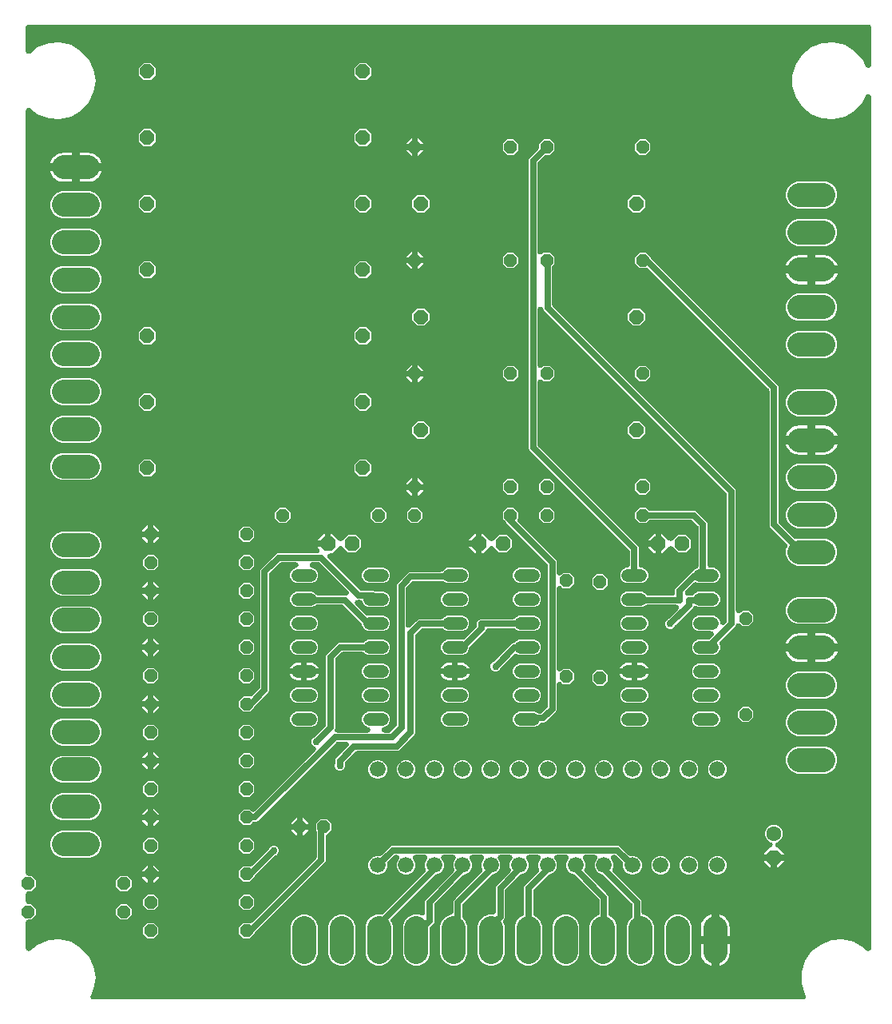
<source format=gbr>
G04 EAGLE Gerber RS-274X export*
G75*
%MOMM*%
%FSLAX34Y34*%
%LPD*%
%INBottom Copper*%
%IPPOS*%
%AMOC8*
5,1,8,0,0,1.08239X$1,22.5*%
G01*
%ADD10P,1.732040X8X292.500000*%
%ADD11C,1.600200*%
%ADD12C,1.676400*%
%ADD13C,1.320800*%
%ADD14C,2.550000*%
%ADD15P,1.429621X8X202.500000*%
%ADD16P,1.649562X8X22.500000*%
%ADD17P,1.429621X8X22.500000*%
%ADD18P,1.649562X8X202.500000*%
%ADD19P,1.429621X8X292.500000*%
%ADD20P,1.429621X8X112.500000*%
%ADD21P,1.732040X8X202.500000*%
%ADD22C,0.635000*%
%ADD23C,0.756400*%

G36*
X1001351Y36972D02*
X1001351Y36972D01*
X1001603Y36993D01*
X1001822Y37047D01*
X1002082Y37111D01*
X1002082Y37112D01*
X1002264Y37190D01*
X1002535Y37306D01*
X1002951Y37571D01*
X1003141Y37741D01*
X1003319Y37900D01*
X1003629Y38284D01*
X1003793Y38571D01*
X1003873Y38712D01*
X1004045Y39175D01*
X1004139Y39659D01*
X1004155Y40152D01*
X1004116Y40447D01*
X1004093Y40618D01*
X1004090Y40641D01*
X1004035Y40825D01*
X1003948Y41114D01*
X1003731Y41557D01*
X1003663Y41653D01*
X1003629Y41717D01*
X1003235Y42295D01*
X999649Y53918D01*
X999649Y66082D01*
X1003235Y77705D01*
X1010087Y87755D01*
X1019597Y95339D01*
X1030920Y99783D01*
X1043049Y100692D01*
X1054908Y97986D01*
X1065442Y91904D01*
X1067766Y89399D01*
X1067836Y89335D01*
X1067900Y89264D01*
X1068018Y89168D01*
X1068130Y89066D01*
X1068210Y89014D01*
X1068284Y88954D01*
X1068415Y88879D01*
X1068543Y88796D01*
X1068630Y88757D01*
X1068712Y88710D01*
X1068855Y88657D01*
X1068994Y88596D01*
X1069086Y88572D01*
X1069175Y88538D01*
X1069324Y88509D01*
X1069471Y88471D01*
X1069566Y88462D01*
X1069659Y88444D01*
X1069811Y88439D01*
X1069962Y88425D01*
X1070057Y88431D01*
X1070152Y88428D01*
X1070303Y88448D01*
X1070454Y88459D01*
X1070547Y88480D01*
X1070641Y88493D01*
X1070787Y88537D01*
X1070935Y88571D01*
X1071022Y88608D01*
X1071114Y88635D01*
X1071250Y88702D01*
X1071390Y88760D01*
X1071471Y88810D01*
X1071557Y88852D01*
X1071680Y88940D01*
X1071810Y89020D01*
X1071881Y89083D01*
X1071959Y89138D01*
X1072067Y89244D01*
X1072182Y89344D01*
X1072242Y89418D01*
X1072310Y89484D01*
X1072399Y89607D01*
X1072496Y89724D01*
X1072544Y89806D01*
X1072600Y89883D01*
X1072669Y90019D01*
X1072746Y90150D01*
X1072780Y90239D01*
X1072823Y90324D01*
X1072868Y90469D01*
X1072923Y90610D01*
X1072942Y90703D01*
X1072971Y90794D01*
X1072982Y90895D01*
X1073024Y91093D01*
X1073036Y91369D01*
X1073047Y91472D01*
X1073047Y993039D01*
X1073043Y993096D01*
X1073045Y993153D01*
X1073023Y993342D01*
X1073007Y993531D01*
X1072994Y993586D01*
X1072987Y993643D01*
X1072934Y993825D01*
X1072889Y994010D01*
X1072866Y994062D01*
X1072850Y994117D01*
X1072769Y994288D01*
X1072694Y994463D01*
X1072663Y994511D01*
X1072639Y994563D01*
X1072531Y994719D01*
X1072429Y994879D01*
X1072391Y994922D01*
X1072358Y994969D01*
X1072227Y995105D01*
X1072100Y995247D01*
X1072056Y995283D01*
X1072016Y995324D01*
X1071864Y995438D01*
X1071716Y995557D01*
X1071667Y995585D01*
X1071621Y995619D01*
X1071453Y995707D01*
X1071288Y995801D01*
X1071234Y995821D01*
X1071183Y995847D01*
X1071003Y995906D01*
X1070825Y995972D01*
X1070769Y995983D01*
X1070715Y996001D01*
X1070527Y996031D01*
X1070341Y996067D01*
X1070284Y996069D01*
X1070228Y996078D01*
X1070037Y996077D01*
X1069848Y996083D01*
X1069791Y996075D01*
X1069734Y996075D01*
X1069547Y996043D01*
X1069359Y996018D01*
X1069304Y996002D01*
X1069248Y995992D01*
X1069068Y995930D01*
X1068887Y995876D01*
X1068835Y995850D01*
X1068781Y995832D01*
X1068614Y995742D01*
X1068443Y995659D01*
X1068397Y995626D01*
X1068346Y995599D01*
X1068196Y995483D01*
X1068041Y995373D01*
X1068000Y995333D01*
X1067955Y995298D01*
X1067825Y995160D01*
X1067690Y995027D01*
X1067657Y994980D01*
X1067617Y994939D01*
X1067562Y994851D01*
X1067400Y994628D01*
X1067308Y994447D01*
X1067255Y994361D01*
X1063716Y987013D01*
X1055442Y978096D01*
X1044908Y972014D01*
X1033049Y969308D01*
X1020920Y970217D01*
X1009597Y974661D01*
X1000087Y982245D01*
X993235Y992295D01*
X989649Y1003918D01*
X989649Y1016082D01*
X993235Y1027705D01*
X1000087Y1037755D01*
X1009597Y1045339D01*
X1020920Y1049783D01*
X1033049Y1050692D01*
X1041707Y1048716D01*
X1041708Y1048716D01*
X1044908Y1047986D01*
X1055442Y1041904D01*
X1063716Y1032987D01*
X1067255Y1025639D01*
X1067283Y1025590D01*
X1067306Y1025537D01*
X1067408Y1025377D01*
X1067504Y1025213D01*
X1067540Y1025169D01*
X1067571Y1025121D01*
X1067697Y1024980D01*
X1067819Y1024833D01*
X1067862Y1024796D01*
X1067900Y1024753D01*
X1068047Y1024634D01*
X1068191Y1024509D01*
X1068239Y1024479D01*
X1068284Y1024443D01*
X1068448Y1024349D01*
X1068610Y1024249D01*
X1068663Y1024227D01*
X1068712Y1024199D01*
X1068891Y1024133D01*
X1069066Y1024060D01*
X1069121Y1024047D01*
X1069175Y1024028D01*
X1069361Y1023991D01*
X1069546Y1023948D01*
X1069603Y1023944D01*
X1069659Y1023933D01*
X1069849Y1023927D01*
X1070038Y1023914D01*
X1070095Y1023919D01*
X1070152Y1023917D01*
X1070340Y1023942D01*
X1070529Y1023960D01*
X1070585Y1023974D01*
X1070641Y1023982D01*
X1070823Y1024037D01*
X1071007Y1024085D01*
X1071059Y1024108D01*
X1071114Y1024124D01*
X1071284Y1024208D01*
X1071458Y1024285D01*
X1071505Y1024316D01*
X1071557Y1024341D01*
X1071711Y1024451D01*
X1071870Y1024555D01*
X1071912Y1024594D01*
X1071959Y1024627D01*
X1072094Y1024760D01*
X1072234Y1024888D01*
X1072269Y1024933D01*
X1072310Y1024973D01*
X1072422Y1025127D01*
X1072539Y1025276D01*
X1072567Y1025326D01*
X1072600Y1025372D01*
X1072686Y1025542D01*
X1072778Y1025708D01*
X1072797Y1025762D01*
X1072823Y1025813D01*
X1072880Y1025994D01*
X1072944Y1026173D01*
X1072954Y1026229D01*
X1072971Y1026283D01*
X1072983Y1026386D01*
X1073032Y1026658D01*
X1073036Y1026860D01*
X1073047Y1026961D01*
X1073047Y1066792D01*
X1073041Y1066868D01*
X1073043Y1066944D01*
X1073021Y1067113D01*
X1073007Y1067284D01*
X1072989Y1067358D01*
X1072979Y1067433D01*
X1072930Y1067597D01*
X1072889Y1067763D01*
X1072859Y1067832D01*
X1072837Y1067906D01*
X1072761Y1068059D01*
X1072694Y1068216D01*
X1072653Y1068280D01*
X1072620Y1068349D01*
X1072521Y1068488D01*
X1072429Y1068632D01*
X1072378Y1068689D01*
X1072334Y1068751D01*
X1072214Y1068872D01*
X1072100Y1069000D01*
X1072041Y1069048D01*
X1071987Y1069102D01*
X1071849Y1069203D01*
X1071716Y1069310D01*
X1071650Y1069347D01*
X1071589Y1069392D01*
X1071436Y1069469D01*
X1071288Y1069554D01*
X1071216Y1069580D01*
X1071148Y1069615D01*
X1070985Y1069666D01*
X1070825Y1069725D01*
X1070750Y1069740D01*
X1070678Y1069763D01*
X1070573Y1069775D01*
X1070341Y1069820D01*
X1070105Y1069827D01*
X1070000Y1069839D01*
X180000Y1069839D01*
X179924Y1069833D01*
X179848Y1069835D01*
X179679Y1069813D01*
X179508Y1069799D01*
X179434Y1069781D01*
X179359Y1069771D01*
X179195Y1069722D01*
X179029Y1069681D01*
X178960Y1069651D01*
X178887Y1069629D01*
X178733Y1069553D01*
X178576Y1069486D01*
X178512Y1069445D01*
X178443Y1069412D01*
X178304Y1069313D01*
X178160Y1069221D01*
X178103Y1069170D01*
X178041Y1069126D01*
X177920Y1069006D01*
X177792Y1068892D01*
X177744Y1068833D01*
X177690Y1068779D01*
X177589Y1068641D01*
X177482Y1068508D01*
X177445Y1068442D01*
X177400Y1068381D01*
X177323Y1068228D01*
X177238Y1068080D01*
X177212Y1068008D01*
X177177Y1067940D01*
X177126Y1067777D01*
X177067Y1067617D01*
X177052Y1067542D01*
X177029Y1067470D01*
X177017Y1067365D01*
X176972Y1067133D01*
X176965Y1066897D01*
X176953Y1066792D01*
X176953Y1041584D01*
X176962Y1041470D01*
X176961Y1041356D01*
X176982Y1041224D01*
X176993Y1041092D01*
X177020Y1040981D01*
X177038Y1040868D01*
X177079Y1040742D01*
X177111Y1040613D01*
X177156Y1040508D01*
X177192Y1040400D01*
X177254Y1040282D01*
X177306Y1040160D01*
X177367Y1040064D01*
X177420Y1039962D01*
X177500Y1039856D01*
X177571Y1039744D01*
X177647Y1039659D01*
X177715Y1039567D01*
X177811Y1039475D01*
X177900Y1039376D01*
X177988Y1039304D01*
X178071Y1039225D01*
X178180Y1039149D01*
X178284Y1039066D01*
X178383Y1039010D01*
X178477Y1038945D01*
X178597Y1038888D01*
X178712Y1038822D01*
X178819Y1038782D01*
X178922Y1038733D01*
X179050Y1038697D01*
X179175Y1038650D01*
X179287Y1038628D01*
X179396Y1038597D01*
X179529Y1038581D01*
X179659Y1038556D01*
X179773Y1038552D01*
X179886Y1038539D01*
X180019Y1038544D01*
X180152Y1038540D01*
X180265Y1038555D01*
X180379Y1038560D01*
X180509Y1038587D01*
X180641Y1038605D01*
X180750Y1038638D01*
X180862Y1038661D01*
X180986Y1038709D01*
X181114Y1038747D01*
X181216Y1038797D01*
X181322Y1038838D01*
X181402Y1038888D01*
X181557Y1038964D01*
X181821Y1039152D01*
X181900Y1039201D01*
X189597Y1045339D01*
X200920Y1049783D01*
X213049Y1050692D01*
X221707Y1048716D01*
X221708Y1048716D01*
X224908Y1047986D01*
X235442Y1041904D01*
X243716Y1032987D01*
X248993Y1022028D01*
X250806Y1010000D01*
X248993Y997972D01*
X243716Y987013D01*
X235442Y978096D01*
X224908Y972014D01*
X213049Y969308D01*
X200920Y970217D01*
X189597Y974661D01*
X181900Y980799D01*
X181805Y980863D01*
X181716Y980934D01*
X181601Y981000D01*
X181491Y981074D01*
X181387Y981122D01*
X181288Y981178D01*
X181163Y981224D01*
X181042Y981280D01*
X180932Y981310D01*
X180825Y981350D01*
X180695Y981375D01*
X180566Y981410D01*
X180453Y981423D01*
X180341Y981444D01*
X180208Y981449D01*
X180076Y981463D01*
X179962Y981456D01*
X179848Y981460D01*
X179716Y981442D01*
X179583Y981435D01*
X179472Y981410D01*
X179359Y981395D01*
X179231Y981357D01*
X179102Y981328D01*
X178996Y981286D01*
X178887Y981253D01*
X178767Y981194D01*
X178644Y981145D01*
X178546Y981086D01*
X178443Y981036D01*
X178335Y980959D01*
X178221Y980890D01*
X178134Y980816D01*
X178041Y980750D01*
X177947Y980657D01*
X177845Y980571D01*
X177771Y980484D01*
X177690Y980404D01*
X177612Y980296D01*
X177526Y980195D01*
X177467Y980097D01*
X177400Y980005D01*
X177340Y979886D01*
X177271Y979772D01*
X177229Y979666D01*
X177177Y979565D01*
X177137Y979438D01*
X177088Y979314D01*
X177063Y979203D01*
X177029Y979094D01*
X177019Y979001D01*
X176981Y978833D01*
X176963Y978509D01*
X176953Y978416D01*
X176953Y171176D01*
X176959Y171100D01*
X176957Y171024D01*
X176979Y170855D01*
X176993Y170684D01*
X177011Y170610D01*
X177021Y170535D01*
X177070Y170371D01*
X177111Y170205D01*
X177141Y170136D01*
X177163Y170062D01*
X177239Y169909D01*
X177306Y169752D01*
X177347Y169688D01*
X177380Y169619D01*
X177479Y169480D01*
X177571Y169336D01*
X177622Y169279D01*
X177666Y169217D01*
X177786Y169096D01*
X177900Y168968D01*
X177959Y168920D01*
X178013Y168866D01*
X178151Y168765D01*
X178284Y168658D01*
X178350Y168621D01*
X178411Y168576D01*
X178564Y168499D01*
X178712Y168414D01*
X178784Y168388D01*
X178852Y168353D01*
X179015Y168302D01*
X179175Y168243D01*
X179250Y168228D01*
X179322Y168205D01*
X179427Y168193D01*
X179659Y168148D01*
X179895Y168141D01*
X180000Y168129D01*
X182567Y168129D01*
X187329Y163367D01*
X187329Y156633D01*
X182567Y151871D01*
X180000Y151871D01*
X179924Y151865D01*
X179848Y151867D01*
X179679Y151845D01*
X179508Y151831D01*
X179434Y151813D01*
X179359Y151803D01*
X179195Y151754D01*
X179029Y151713D01*
X178960Y151683D01*
X178887Y151661D01*
X178733Y151585D01*
X178576Y151518D01*
X178512Y151477D01*
X178443Y151444D01*
X178304Y151345D01*
X178160Y151253D01*
X178103Y151202D01*
X178041Y151158D01*
X177920Y151038D01*
X177792Y150924D01*
X177744Y150865D01*
X177690Y150811D01*
X177589Y150673D01*
X177482Y150540D01*
X177445Y150474D01*
X177400Y150413D01*
X177323Y150260D01*
X177238Y150112D01*
X177212Y150040D01*
X177177Y149972D01*
X177126Y149809D01*
X177067Y149649D01*
X177052Y149574D01*
X177029Y149502D01*
X177017Y149397D01*
X176972Y149165D01*
X176965Y148929D01*
X176953Y148824D01*
X176953Y141176D01*
X176959Y141100D01*
X176957Y141024D01*
X176979Y140855D01*
X176993Y140684D01*
X177011Y140610D01*
X177021Y140535D01*
X177070Y140371D01*
X177111Y140205D01*
X177141Y140136D01*
X177163Y140062D01*
X177239Y139909D01*
X177306Y139752D01*
X177347Y139688D01*
X177380Y139619D01*
X177479Y139480D01*
X177571Y139336D01*
X177622Y139279D01*
X177666Y139217D01*
X177786Y139096D01*
X177900Y138968D01*
X177959Y138920D01*
X178013Y138866D01*
X178151Y138765D01*
X178284Y138658D01*
X178350Y138621D01*
X178411Y138576D01*
X178564Y138499D01*
X178712Y138414D01*
X178784Y138388D01*
X178852Y138353D01*
X179015Y138302D01*
X179175Y138243D01*
X179250Y138228D01*
X179322Y138205D01*
X179427Y138193D01*
X179659Y138148D01*
X179895Y138141D01*
X180000Y138129D01*
X182567Y138129D01*
X187329Y133367D01*
X187329Y126633D01*
X182567Y121871D01*
X180000Y121871D01*
X179924Y121865D01*
X179848Y121867D01*
X179679Y121845D01*
X179508Y121831D01*
X179434Y121813D01*
X179359Y121803D01*
X179195Y121754D01*
X179029Y121713D01*
X178960Y121683D01*
X178887Y121661D01*
X178733Y121585D01*
X178576Y121518D01*
X178512Y121477D01*
X178443Y121444D01*
X178304Y121345D01*
X178160Y121253D01*
X178103Y121202D01*
X178041Y121158D01*
X177920Y121038D01*
X177792Y120924D01*
X177744Y120865D01*
X177690Y120811D01*
X177589Y120673D01*
X177482Y120540D01*
X177445Y120474D01*
X177400Y120413D01*
X177323Y120260D01*
X177238Y120112D01*
X177212Y120040D01*
X177177Y119972D01*
X177126Y119809D01*
X177067Y119649D01*
X177052Y119574D01*
X177029Y119502D01*
X177017Y119397D01*
X176972Y119165D01*
X176965Y118929D01*
X176953Y118824D01*
X176953Y91584D01*
X176962Y91470D01*
X176961Y91356D01*
X176982Y91224D01*
X176993Y91092D01*
X177020Y90981D01*
X177038Y90868D01*
X177079Y90742D01*
X177111Y90613D01*
X177156Y90508D01*
X177192Y90400D01*
X177254Y90282D01*
X177306Y90160D01*
X177367Y90064D01*
X177420Y89962D01*
X177500Y89856D01*
X177571Y89744D01*
X177647Y89659D01*
X177715Y89567D01*
X177811Y89475D01*
X177900Y89376D01*
X177988Y89304D01*
X178071Y89225D01*
X178180Y89149D01*
X178284Y89066D01*
X178383Y89010D01*
X178477Y88945D01*
X178597Y88888D01*
X178712Y88822D01*
X178819Y88782D01*
X178922Y88733D01*
X179050Y88697D01*
X179175Y88650D01*
X179287Y88628D01*
X179396Y88597D01*
X179529Y88581D01*
X179659Y88556D01*
X179773Y88552D01*
X179886Y88539D01*
X180019Y88544D01*
X180152Y88540D01*
X180265Y88555D01*
X180379Y88560D01*
X180509Y88587D01*
X180641Y88605D01*
X180750Y88638D01*
X180862Y88661D01*
X180986Y88709D01*
X181114Y88747D01*
X181216Y88797D01*
X181322Y88838D01*
X181402Y88888D01*
X181557Y88964D01*
X181821Y89152D01*
X181900Y89201D01*
X189597Y95339D01*
X200920Y99783D01*
X213049Y100692D01*
X224908Y97986D01*
X235442Y91904D01*
X243716Y82987D01*
X248993Y72028D01*
X250806Y60000D01*
X248993Y47972D01*
X245791Y41322D01*
X245784Y41304D01*
X245775Y41288D01*
X245695Y41074D01*
X245614Y40862D01*
X245610Y40843D01*
X245603Y40825D01*
X245559Y40602D01*
X245513Y40379D01*
X245512Y40360D01*
X245508Y40341D01*
X245501Y40115D01*
X245491Y39886D01*
X245494Y39867D01*
X245493Y39848D01*
X245523Y39623D01*
X245550Y39396D01*
X245555Y39378D01*
X245557Y39359D01*
X245624Y39140D01*
X245686Y38922D01*
X245694Y38905D01*
X245700Y38887D01*
X245800Y38681D01*
X245898Y38476D01*
X245908Y38461D01*
X245917Y38443D01*
X246048Y38259D01*
X246178Y38070D01*
X246191Y38057D01*
X246202Y38041D01*
X246361Y37880D01*
X246520Y37715D01*
X246536Y37704D01*
X246549Y37690D01*
X246732Y37557D01*
X246915Y37420D01*
X246932Y37411D01*
X246948Y37400D01*
X247150Y37297D01*
X247353Y37192D01*
X247371Y37186D01*
X247388Y37177D01*
X247605Y37109D01*
X247822Y37038D01*
X247840Y37035D01*
X247859Y37029D01*
X247924Y37022D01*
X248309Y36961D01*
X248453Y36962D01*
X248536Y36953D01*
X1001111Y36953D01*
X1001351Y36972D01*
G37*
%LPC*%
G36*
X548561Y72975D02*
X548561Y72975D01*
X543314Y75148D01*
X539298Y79164D01*
X537125Y84411D01*
X537125Y115589D01*
X539298Y120836D01*
X543314Y124852D01*
X548561Y127025D01*
X554116Y127025D01*
X554230Y127034D01*
X554344Y127033D01*
X554475Y127054D01*
X554608Y127065D01*
X554719Y127092D01*
X554831Y127110D01*
X554958Y127151D01*
X555087Y127183D01*
X555191Y127228D01*
X555300Y127264D01*
X555418Y127326D01*
X555540Y127378D01*
X555636Y127439D01*
X555738Y127492D01*
X555811Y127551D01*
X555956Y127643D01*
X556198Y127859D01*
X556271Y127917D01*
X600261Y171908D01*
X600402Y172074D01*
X600547Y172238D01*
X600563Y172262D01*
X600581Y172284D01*
X600694Y172471D01*
X600810Y172656D01*
X600821Y172682D01*
X600836Y172706D01*
X600917Y172910D01*
X601001Y173110D01*
X601008Y173138D01*
X601019Y173164D01*
X601066Y173377D01*
X601117Y173590D01*
X601119Y173618D01*
X601125Y173646D01*
X601138Y173865D01*
X601154Y174082D01*
X601151Y174110D01*
X601153Y174139D01*
X601143Y174230D01*
X601143Y174231D01*
X601143Y174237D01*
X601130Y174356D01*
X601111Y174573D01*
X601104Y174596D01*
X601101Y174629D01*
X601082Y174698D01*
X601079Y174720D01*
X601044Y174835D01*
X600970Y175105D01*
X600949Y175151D01*
X600936Y175193D01*
X600927Y175212D01*
X600922Y175229D01*
X600093Y177229D01*
X600093Y181171D01*
X601601Y184812D01*
X601888Y185098D01*
X601913Y185127D01*
X601941Y185153D01*
X602072Y185315D01*
X602207Y185474D01*
X602227Y185507D01*
X602251Y185537D01*
X602354Y185717D01*
X602462Y185897D01*
X602476Y185932D01*
X602495Y185965D01*
X602568Y186161D01*
X602645Y186355D01*
X602653Y186392D01*
X602667Y186428D01*
X602707Y186632D01*
X602752Y186836D01*
X602754Y186875D01*
X602761Y186912D01*
X602768Y187120D01*
X602780Y187329D01*
X602776Y187367D01*
X602777Y187405D01*
X602750Y187611D01*
X602727Y187820D01*
X602717Y187856D01*
X602712Y187894D01*
X602652Y188094D01*
X602597Y188295D01*
X602581Y188330D01*
X602570Y188367D01*
X602478Y188554D01*
X602391Y188744D01*
X602370Y188775D01*
X602353Y188810D01*
X602232Y188980D01*
X602116Y189153D01*
X602090Y189181D01*
X602067Y189212D01*
X601921Y189360D01*
X601778Y189513D01*
X601748Y189536D01*
X601721Y189563D01*
X601552Y189686D01*
X601386Y189813D01*
X601353Y189831D01*
X601322Y189853D01*
X601136Y189947D01*
X600952Y190046D01*
X600916Y190058D01*
X600882Y190076D01*
X600682Y190138D01*
X600485Y190206D01*
X600448Y190212D01*
X600411Y190224D01*
X600318Y190234D01*
X599999Y190289D01*
X599827Y190290D01*
X599733Y190300D01*
X590267Y190300D01*
X590229Y190297D01*
X590191Y190299D01*
X589983Y190277D01*
X589775Y190260D01*
X589738Y190251D01*
X589700Y190247D01*
X589499Y190192D01*
X589296Y190142D01*
X589261Y190127D01*
X589224Y190116D01*
X589034Y190029D01*
X588843Y189947D01*
X588811Y189927D01*
X588776Y189911D01*
X588602Y189794D01*
X588427Y189682D01*
X588398Y189657D01*
X588367Y189635D01*
X588214Y189492D01*
X588059Y189353D01*
X588035Y189324D01*
X588007Y189297D01*
X587880Y189132D01*
X587749Y188969D01*
X587730Y188936D01*
X587707Y188906D01*
X587608Y188722D01*
X587505Y188541D01*
X587492Y188505D01*
X587474Y188471D01*
X587406Y188274D01*
X587333Y188078D01*
X587326Y188041D01*
X587314Y188005D01*
X587279Y187799D01*
X587239Y187594D01*
X587237Y187556D01*
X587231Y187518D01*
X587230Y187309D01*
X587223Y187101D01*
X587228Y187063D01*
X587228Y187025D01*
X587260Y186819D01*
X587288Y186612D01*
X587299Y186575D01*
X587305Y186538D01*
X587370Y186340D01*
X587430Y186140D01*
X587447Y186105D01*
X587459Y186069D01*
X587555Y185884D01*
X587647Y185696D01*
X587669Y185665D01*
X587687Y185631D01*
X587745Y185558D01*
X587933Y185294D01*
X588053Y185172D01*
X588112Y185098D01*
X588399Y184812D01*
X589907Y181171D01*
X589907Y177229D01*
X588399Y173588D01*
X585612Y170801D01*
X581971Y169293D01*
X578029Y169293D01*
X574388Y170801D01*
X571601Y173588D01*
X570093Y177229D01*
X570093Y181171D01*
X571601Y184812D01*
X571888Y185098D01*
X571913Y185127D01*
X571941Y185153D01*
X572072Y185315D01*
X572207Y185474D01*
X572227Y185507D01*
X572251Y185537D01*
X572354Y185717D01*
X572462Y185897D01*
X572476Y185932D01*
X572495Y185965D01*
X572568Y186161D01*
X572645Y186355D01*
X572653Y186392D01*
X572667Y186428D01*
X572707Y186632D01*
X572752Y186836D01*
X572754Y186875D01*
X572761Y186912D01*
X572768Y187120D01*
X572780Y187329D01*
X572776Y187367D01*
X572777Y187405D01*
X572750Y187611D01*
X572727Y187820D01*
X572717Y187856D01*
X572712Y187894D01*
X572652Y188094D01*
X572597Y188295D01*
X572581Y188330D01*
X572570Y188367D01*
X572478Y188554D01*
X572391Y188744D01*
X572370Y188775D01*
X572353Y188810D01*
X572232Y188980D01*
X572116Y189153D01*
X572090Y189181D01*
X572067Y189212D01*
X571921Y189360D01*
X571778Y189513D01*
X571748Y189536D01*
X571721Y189563D01*
X571552Y189686D01*
X571386Y189813D01*
X571353Y189831D01*
X571322Y189853D01*
X571136Y189947D01*
X570952Y190046D01*
X570916Y190058D01*
X570882Y190076D01*
X570682Y190138D01*
X570485Y190206D01*
X570448Y190212D01*
X570411Y190224D01*
X570318Y190234D01*
X569999Y190289D01*
X569827Y190290D01*
X569733Y190300D01*
X569009Y190300D01*
X568895Y190291D01*
X568781Y190292D01*
X568650Y190271D01*
X568517Y190260D01*
X568406Y190233D01*
X568294Y190215D01*
X568167Y190174D01*
X568038Y190142D01*
X567934Y190097D01*
X567825Y190061D01*
X567707Y189999D01*
X567585Y189947D01*
X567489Y189886D01*
X567387Y189833D01*
X567314Y189774D01*
X567169Y189682D01*
X566927Y189466D01*
X566854Y189408D01*
X560799Y183353D01*
X560725Y183266D01*
X560644Y183186D01*
X560566Y183078D01*
X560480Y182977D01*
X560421Y182879D01*
X560354Y182787D01*
X560294Y182668D01*
X560225Y182554D01*
X560183Y182448D01*
X560131Y182346D01*
X560091Y182220D01*
X560042Y182096D01*
X560017Y181985D01*
X559983Y181876D01*
X559973Y181782D01*
X559935Y181615D01*
X559917Y181290D01*
X559907Y181198D01*
X559907Y177229D01*
X558399Y173588D01*
X555612Y170801D01*
X551971Y169293D01*
X548029Y169293D01*
X544388Y170801D01*
X541601Y173588D01*
X540093Y177229D01*
X540093Y181171D01*
X541601Y184812D01*
X544388Y187599D01*
X548029Y189107D01*
X551998Y189107D01*
X552112Y189116D01*
X552226Y189115D01*
X552357Y189136D01*
X552490Y189147D01*
X552601Y189174D01*
X552713Y189192D01*
X552840Y189233D01*
X552969Y189265D01*
X553073Y189310D01*
X553182Y189346D01*
X553300Y189408D01*
X553422Y189460D01*
X553518Y189521D01*
X553620Y189574D01*
X553693Y189633D01*
X553838Y189725D01*
X554080Y189941D01*
X554153Y189999D01*
X563138Y198984D01*
X564865Y199700D01*
X805135Y199700D01*
X806862Y198984D01*
X815847Y189999D01*
X815934Y189925D01*
X816014Y189844D01*
X816122Y189766D01*
X816223Y189680D01*
X816321Y189621D01*
X816413Y189554D01*
X816532Y189494D01*
X816646Y189425D01*
X816752Y189383D01*
X816854Y189331D01*
X816980Y189291D01*
X817104Y189242D01*
X817215Y189217D01*
X817324Y189183D01*
X817418Y189173D01*
X817585Y189135D01*
X817910Y189117D01*
X818002Y189107D01*
X821971Y189107D01*
X825612Y187599D01*
X828399Y184812D01*
X829907Y181171D01*
X829907Y177229D01*
X828399Y173588D01*
X825612Y170801D01*
X821971Y169293D01*
X818029Y169293D01*
X814388Y170801D01*
X811601Y173588D01*
X810093Y177229D01*
X810093Y181198D01*
X810084Y181312D01*
X810085Y181426D01*
X810064Y181557D01*
X810053Y181690D01*
X810026Y181801D01*
X810008Y181913D01*
X809967Y182040D01*
X809935Y182169D01*
X809890Y182273D01*
X809854Y182382D01*
X809792Y182500D01*
X809740Y182622D01*
X809679Y182718D01*
X809626Y182820D01*
X809567Y182893D01*
X809475Y183038D01*
X809259Y183280D01*
X809201Y183353D01*
X803146Y189408D01*
X803059Y189482D01*
X802979Y189563D01*
X802871Y189641D01*
X802770Y189727D01*
X802672Y189786D01*
X802580Y189853D01*
X802461Y189913D01*
X802347Y189982D01*
X802241Y190024D01*
X802139Y190076D01*
X802013Y190116D01*
X801889Y190165D01*
X801778Y190190D01*
X801669Y190224D01*
X801575Y190234D01*
X801408Y190272D01*
X801083Y190290D01*
X800991Y190300D01*
X800267Y190300D01*
X800229Y190297D01*
X800191Y190299D01*
X799983Y190277D01*
X799775Y190260D01*
X799738Y190251D01*
X799700Y190247D01*
X799499Y190192D01*
X799296Y190142D01*
X799261Y190127D01*
X799224Y190116D01*
X799034Y190029D01*
X798843Y189947D01*
X798811Y189927D01*
X798776Y189911D01*
X798602Y189794D01*
X798427Y189682D01*
X798398Y189657D01*
X798367Y189635D01*
X798214Y189492D01*
X798059Y189353D01*
X798035Y189324D01*
X798007Y189297D01*
X797880Y189132D01*
X797749Y188969D01*
X797730Y188936D01*
X797707Y188906D01*
X797608Y188722D01*
X797505Y188541D01*
X797492Y188505D01*
X797474Y188471D01*
X797406Y188274D01*
X797333Y188078D01*
X797326Y188041D01*
X797314Y188005D01*
X797279Y187799D01*
X797239Y187594D01*
X797237Y187556D01*
X797231Y187518D01*
X797230Y187309D01*
X797223Y187101D01*
X797228Y187063D01*
X797228Y187025D01*
X797260Y186819D01*
X797288Y186612D01*
X797299Y186575D01*
X797305Y186538D01*
X797370Y186340D01*
X797430Y186140D01*
X797447Y186105D01*
X797459Y186069D01*
X797555Y185884D01*
X797647Y185696D01*
X797669Y185665D01*
X797687Y185631D01*
X797745Y185558D01*
X797933Y185294D01*
X798053Y185172D01*
X798112Y185098D01*
X798399Y184812D01*
X799907Y181171D01*
X799907Y177229D01*
X799078Y175229D01*
X799018Y175043D01*
X798967Y174904D01*
X798961Y174875D01*
X798940Y174814D01*
X798935Y174786D01*
X798927Y174759D01*
X798894Y174544D01*
X798882Y174469D01*
X798872Y174420D01*
X798872Y174411D01*
X798858Y174328D01*
X798857Y174299D01*
X798853Y174271D01*
X798856Y174053D01*
X798855Y173835D01*
X798859Y173806D01*
X798859Y173778D01*
X798897Y173564D01*
X798931Y173347D01*
X798940Y173320D01*
X798945Y173292D01*
X799017Y173087D01*
X799085Y172879D01*
X799099Y172853D01*
X799108Y172827D01*
X799212Y172635D01*
X799313Y172441D01*
X799328Y172423D01*
X799344Y172393D01*
X799647Y172004D01*
X799706Y171949D01*
X799739Y171908D01*
X827234Y144413D01*
X828984Y142662D01*
X829700Y140935D01*
X829700Y129781D01*
X829717Y129563D01*
X829731Y129346D01*
X829737Y129318D01*
X829740Y129290D01*
X829792Y129077D01*
X829841Y128865D01*
X829852Y128839D01*
X829858Y128811D01*
X829945Y128610D01*
X830027Y128408D01*
X830042Y128384D01*
X830053Y128358D01*
X830170Y128174D01*
X830284Y127987D01*
X830303Y127965D01*
X830318Y127941D01*
X830463Y127779D01*
X830606Y127613D01*
X830628Y127595D01*
X830647Y127574D01*
X830816Y127437D01*
X830984Y127296D01*
X831004Y127285D01*
X831031Y127264D01*
X831459Y127020D01*
X831535Y126992D01*
X831581Y126966D01*
X836686Y124852D01*
X840702Y120836D01*
X842875Y115589D01*
X842875Y84411D01*
X840702Y79164D01*
X836686Y75148D01*
X831439Y72975D01*
X825761Y72975D01*
X820514Y75148D01*
X816498Y79164D01*
X814325Y84411D01*
X814325Y115589D01*
X816498Y120836D01*
X819408Y123745D01*
X819482Y123832D01*
X819563Y123913D01*
X819641Y124020D01*
X819727Y124121D01*
X819786Y124219D01*
X819853Y124311D01*
X819913Y124430D01*
X819982Y124544D01*
X820024Y124650D01*
X820076Y124752D01*
X820116Y124879D01*
X820165Y125002D01*
X820190Y125113D01*
X820224Y125222D01*
X820234Y125316D01*
X820272Y125483D01*
X820290Y125808D01*
X820300Y125900D01*
X820300Y136791D01*
X820291Y136905D01*
X820292Y137019D01*
X820271Y137150D01*
X820260Y137283D01*
X820233Y137394D01*
X820215Y137506D01*
X820174Y137633D01*
X820142Y137762D01*
X820097Y137866D01*
X820061Y137975D01*
X819999Y138093D01*
X819947Y138215D01*
X819886Y138311D01*
X819833Y138413D01*
X819774Y138486D01*
X819682Y138631D01*
X819466Y138873D01*
X819408Y138946D01*
X789953Y168401D01*
X789866Y168475D01*
X789786Y168556D01*
X789678Y168634D01*
X789577Y168720D01*
X789479Y168779D01*
X789387Y168846D01*
X789268Y168906D01*
X789154Y168975D01*
X789048Y169017D01*
X788946Y169069D01*
X788820Y169109D01*
X788696Y169158D01*
X788585Y169183D01*
X788476Y169217D01*
X788382Y169227D01*
X788215Y169265D01*
X788080Y169272D01*
X784388Y170801D01*
X781601Y173588D01*
X780093Y177229D01*
X780093Y181171D01*
X781601Y184812D01*
X781888Y185098D01*
X781913Y185127D01*
X781941Y185153D01*
X782072Y185315D01*
X782207Y185474D01*
X782227Y185507D01*
X782251Y185537D01*
X782354Y185717D01*
X782462Y185897D01*
X782476Y185932D01*
X782495Y185965D01*
X782568Y186161D01*
X782645Y186355D01*
X782653Y186392D01*
X782667Y186428D01*
X782707Y186632D01*
X782752Y186836D01*
X782754Y186875D01*
X782761Y186912D01*
X782768Y187120D01*
X782780Y187329D01*
X782776Y187367D01*
X782777Y187405D01*
X782750Y187611D01*
X782727Y187820D01*
X782717Y187856D01*
X782712Y187894D01*
X782652Y188094D01*
X782597Y188295D01*
X782581Y188330D01*
X782570Y188367D01*
X782478Y188554D01*
X782391Y188744D01*
X782370Y188775D01*
X782353Y188810D01*
X782232Y188980D01*
X782116Y189153D01*
X782090Y189181D01*
X782067Y189212D01*
X781921Y189360D01*
X781778Y189513D01*
X781748Y189536D01*
X781721Y189563D01*
X781552Y189686D01*
X781386Y189813D01*
X781353Y189831D01*
X781322Y189853D01*
X781136Y189947D01*
X780952Y190046D01*
X780916Y190058D01*
X780882Y190076D01*
X780682Y190138D01*
X780485Y190206D01*
X780448Y190212D01*
X780411Y190224D01*
X780318Y190234D01*
X779999Y190289D01*
X779827Y190290D01*
X779733Y190300D01*
X770267Y190300D01*
X770229Y190297D01*
X770191Y190299D01*
X769983Y190277D01*
X769775Y190260D01*
X769738Y190251D01*
X769700Y190247D01*
X769499Y190192D01*
X769296Y190142D01*
X769261Y190127D01*
X769224Y190116D01*
X769034Y190029D01*
X768843Y189947D01*
X768811Y189927D01*
X768776Y189911D01*
X768602Y189794D01*
X768427Y189682D01*
X768398Y189657D01*
X768367Y189635D01*
X768214Y189492D01*
X768059Y189353D01*
X768035Y189324D01*
X768007Y189297D01*
X767880Y189132D01*
X767749Y188969D01*
X767730Y188936D01*
X767707Y188906D01*
X767608Y188722D01*
X767505Y188541D01*
X767492Y188505D01*
X767474Y188471D01*
X767406Y188274D01*
X767333Y188078D01*
X767326Y188041D01*
X767314Y188005D01*
X767279Y187799D01*
X767239Y187594D01*
X767237Y187556D01*
X767231Y187518D01*
X767230Y187309D01*
X767223Y187101D01*
X767228Y187063D01*
X767228Y187025D01*
X767260Y186819D01*
X767288Y186612D01*
X767299Y186575D01*
X767305Y186538D01*
X767370Y186340D01*
X767430Y186140D01*
X767447Y186105D01*
X767459Y186069D01*
X767555Y185884D01*
X767647Y185696D01*
X767669Y185665D01*
X767687Y185631D01*
X767745Y185558D01*
X767933Y185294D01*
X768053Y185172D01*
X768112Y185098D01*
X768399Y184812D01*
X769907Y181171D01*
X769907Y177229D01*
X769078Y175229D01*
X769018Y175043D01*
X768967Y174904D01*
X768961Y174875D01*
X768940Y174814D01*
X768935Y174786D01*
X768927Y174759D01*
X768894Y174544D01*
X768882Y174469D01*
X768872Y174420D01*
X768872Y174411D01*
X768858Y174328D01*
X768857Y174299D01*
X768853Y174271D01*
X768856Y174053D01*
X768855Y173835D01*
X768859Y173806D01*
X768859Y173778D01*
X768897Y173564D01*
X768931Y173347D01*
X768940Y173320D01*
X768945Y173292D01*
X769017Y173087D01*
X769085Y172879D01*
X769099Y172853D01*
X769108Y172827D01*
X769212Y172635D01*
X769313Y172441D01*
X769328Y172423D01*
X769344Y172393D01*
X769647Y172004D01*
X769706Y171949D01*
X769739Y171908D01*
X792234Y149413D01*
X793984Y147662D01*
X794700Y145935D01*
X794700Y127876D01*
X794717Y127658D01*
X794731Y127440D01*
X794737Y127413D01*
X794740Y127384D01*
X794792Y127172D01*
X794841Y126959D01*
X794852Y126933D01*
X794858Y126906D01*
X794944Y126705D01*
X795027Y126503D01*
X795042Y126478D01*
X795053Y126452D01*
X795170Y126268D01*
X795284Y126082D01*
X795303Y126060D01*
X795318Y126036D01*
X795463Y125873D01*
X795606Y125708D01*
X795628Y125689D01*
X795647Y125668D01*
X795816Y125531D01*
X795984Y125391D01*
X796005Y125379D01*
X796031Y125358D01*
X796459Y125114D01*
X796535Y125086D01*
X796581Y125061D01*
X797086Y124852D01*
X801102Y120836D01*
X803275Y115589D01*
X803275Y84411D01*
X801102Y79164D01*
X797086Y75148D01*
X791839Y72975D01*
X786161Y72975D01*
X780914Y75148D01*
X776898Y79164D01*
X774725Y84411D01*
X774725Y115589D01*
X776898Y120836D01*
X780914Y124852D01*
X783419Y125889D01*
X783613Y125989D01*
X783810Y126085D01*
X783833Y126101D01*
X783858Y126114D01*
X784034Y126244D01*
X784212Y126370D01*
X784232Y126390D01*
X784255Y126407D01*
X784407Y126563D01*
X784563Y126717D01*
X784580Y126740D01*
X784600Y126760D01*
X784725Y126939D01*
X784853Y127116D01*
X784866Y127141D01*
X784883Y127165D01*
X784978Y127362D01*
X785076Y127556D01*
X785084Y127583D01*
X785097Y127609D01*
X785158Y127818D01*
X785224Y128027D01*
X785227Y128050D01*
X785236Y128082D01*
X785297Y128572D01*
X785294Y128652D01*
X785300Y128704D01*
X785300Y141791D01*
X785291Y141905D01*
X785292Y142019D01*
X785271Y142150D01*
X785260Y142283D01*
X785233Y142394D01*
X785215Y142506D01*
X785174Y142633D01*
X785142Y142762D01*
X785097Y142866D01*
X785061Y142975D01*
X784999Y143093D01*
X784947Y143215D01*
X784886Y143311D01*
X784833Y143413D01*
X784774Y143486D01*
X784682Y143631D01*
X784466Y143873D01*
X784408Y143946D01*
X759953Y168401D01*
X759866Y168475D01*
X759786Y168556D01*
X759678Y168634D01*
X759577Y168720D01*
X759479Y168779D01*
X759387Y168846D01*
X759268Y168906D01*
X759154Y168975D01*
X759048Y169017D01*
X758946Y169069D01*
X758820Y169109D01*
X758696Y169158D01*
X758585Y169183D01*
X758476Y169217D01*
X758382Y169227D01*
X758215Y169265D01*
X758080Y169272D01*
X754388Y170801D01*
X751601Y173588D01*
X750093Y177229D01*
X750093Y181171D01*
X751601Y184812D01*
X751888Y185098D01*
X751913Y185127D01*
X751941Y185153D01*
X752072Y185315D01*
X752207Y185474D01*
X752227Y185507D01*
X752251Y185537D01*
X752354Y185717D01*
X752462Y185897D01*
X752476Y185932D01*
X752495Y185965D01*
X752568Y186161D01*
X752645Y186355D01*
X752653Y186392D01*
X752667Y186428D01*
X752707Y186632D01*
X752752Y186836D01*
X752754Y186875D01*
X752761Y186912D01*
X752768Y187120D01*
X752780Y187329D01*
X752776Y187367D01*
X752777Y187405D01*
X752750Y187611D01*
X752727Y187820D01*
X752717Y187856D01*
X752712Y187894D01*
X752652Y188094D01*
X752597Y188295D01*
X752581Y188330D01*
X752570Y188367D01*
X752478Y188554D01*
X752391Y188744D01*
X752370Y188775D01*
X752353Y188810D01*
X752232Y188980D01*
X752116Y189153D01*
X752090Y189181D01*
X752067Y189212D01*
X751921Y189360D01*
X751778Y189513D01*
X751748Y189536D01*
X751721Y189563D01*
X751552Y189686D01*
X751386Y189813D01*
X751353Y189831D01*
X751322Y189853D01*
X751136Y189947D01*
X750952Y190046D01*
X750916Y190058D01*
X750882Y190076D01*
X750682Y190138D01*
X750485Y190206D01*
X750448Y190212D01*
X750411Y190224D01*
X750318Y190234D01*
X749999Y190289D01*
X749827Y190290D01*
X749733Y190300D01*
X740267Y190300D01*
X740229Y190297D01*
X740191Y190299D01*
X739983Y190277D01*
X739775Y190260D01*
X739738Y190251D01*
X739700Y190247D01*
X739499Y190192D01*
X739296Y190142D01*
X739261Y190127D01*
X739224Y190116D01*
X739034Y190029D01*
X738843Y189947D01*
X738811Y189927D01*
X738776Y189911D01*
X738602Y189794D01*
X738427Y189682D01*
X738398Y189657D01*
X738367Y189635D01*
X738214Y189492D01*
X738059Y189353D01*
X738035Y189324D01*
X738007Y189297D01*
X737880Y189132D01*
X737749Y188969D01*
X737730Y188936D01*
X737707Y188906D01*
X737608Y188722D01*
X737505Y188541D01*
X737492Y188505D01*
X737474Y188471D01*
X737406Y188274D01*
X737333Y188078D01*
X737326Y188041D01*
X737314Y188005D01*
X737279Y187799D01*
X737239Y187594D01*
X737237Y187556D01*
X737231Y187518D01*
X737230Y187309D01*
X737223Y187101D01*
X737228Y187063D01*
X737228Y187025D01*
X737260Y186819D01*
X737288Y186612D01*
X737299Y186575D01*
X737305Y186538D01*
X737370Y186340D01*
X737430Y186140D01*
X737447Y186105D01*
X737459Y186069D01*
X737555Y185884D01*
X737647Y185696D01*
X737669Y185665D01*
X737687Y185631D01*
X737745Y185558D01*
X737933Y185294D01*
X738053Y185172D01*
X738112Y185098D01*
X738399Y184812D01*
X739907Y181171D01*
X739907Y177229D01*
X738399Y173588D01*
X735612Y170801D01*
X731935Y169279D01*
X731843Y169264D01*
X731710Y169253D01*
X731599Y169226D01*
X731487Y169208D01*
X731360Y169167D01*
X731231Y169135D01*
X731127Y169090D01*
X731018Y169054D01*
X730900Y168992D01*
X730778Y168940D01*
X730682Y168879D01*
X730580Y168826D01*
X730507Y168767D01*
X730362Y168675D01*
X730120Y168459D01*
X730047Y168401D01*
X715592Y153946D01*
X715518Y153859D01*
X715437Y153779D01*
X715359Y153671D01*
X715273Y153570D01*
X715214Y153472D01*
X715147Y153380D01*
X715087Y153261D01*
X715018Y153147D01*
X714976Y153041D01*
X714924Y152939D01*
X714884Y152813D01*
X714835Y152689D01*
X714810Y152578D01*
X714776Y152469D01*
X714766Y152375D01*
X714728Y152208D01*
X714710Y151883D01*
X714700Y151791D01*
X714700Y128207D01*
X714717Y127989D01*
X714731Y127772D01*
X714737Y127744D01*
X714740Y127716D01*
X714792Y127503D01*
X714841Y127291D01*
X714852Y127265D01*
X714858Y127237D01*
X714944Y127036D01*
X715027Y126834D01*
X715042Y126810D01*
X715053Y126783D01*
X715170Y126600D01*
X715284Y126413D01*
X715303Y126391D01*
X715318Y126367D01*
X715463Y126205D01*
X715606Y126039D01*
X715628Y126021D01*
X715647Y126000D01*
X715817Y125862D01*
X715984Y125722D01*
X716004Y125711D01*
X716031Y125690D01*
X716459Y125446D01*
X716535Y125418D01*
X716581Y125392D01*
X717886Y124852D01*
X721902Y120836D01*
X724075Y115589D01*
X724075Y84411D01*
X721902Y79164D01*
X717886Y75148D01*
X712639Y72975D01*
X706961Y72975D01*
X701714Y75148D01*
X697698Y79164D01*
X695525Y84411D01*
X695525Y115589D01*
X697698Y120836D01*
X701714Y124852D01*
X703419Y125558D01*
X703547Y125623D01*
X703670Y125676D01*
X703731Y125715D01*
X703810Y125753D01*
X703833Y125770D01*
X703858Y125783D01*
X703988Y125879D01*
X704086Y125941D01*
X704132Y125982D01*
X704212Y126039D01*
X704232Y126059D01*
X704255Y126076D01*
X704379Y126203D01*
X704454Y126270D01*
X704486Y126310D01*
X704563Y126386D01*
X704580Y126409D01*
X704600Y126429D01*
X704711Y126588D01*
X704764Y126654D01*
X704785Y126690D01*
X704853Y126784D01*
X704866Y126810D01*
X704883Y126833D01*
X704973Y127021D01*
X705008Y127083D01*
X705020Y127114D01*
X705076Y127225D01*
X705084Y127252D01*
X705097Y127278D01*
X705158Y127487D01*
X705160Y127492D01*
X705180Y127545D01*
X705184Y127570D01*
X705224Y127695D01*
X705227Y127719D01*
X705236Y127751D01*
X705265Y127982D01*
X705274Y128029D01*
X705275Y128065D01*
X705297Y128240D01*
X705294Y128321D01*
X705300Y128373D01*
X705300Y155935D01*
X706016Y157662D01*
X707766Y159413D01*
X720261Y171908D01*
X720402Y172074D01*
X720547Y172238D01*
X720563Y172262D01*
X720581Y172284D01*
X720694Y172471D01*
X720810Y172656D01*
X720821Y172682D01*
X720836Y172706D01*
X720917Y172910D01*
X721001Y173110D01*
X721008Y173138D01*
X721019Y173164D01*
X721066Y173377D01*
X721117Y173590D01*
X721119Y173618D01*
X721125Y173646D01*
X721138Y173865D01*
X721154Y174082D01*
X721151Y174110D01*
X721153Y174139D01*
X721143Y174230D01*
X721143Y174231D01*
X721143Y174237D01*
X721130Y174356D01*
X721111Y174573D01*
X721104Y174596D01*
X721101Y174629D01*
X721082Y174698D01*
X721079Y174720D01*
X721044Y174835D01*
X720970Y175105D01*
X720949Y175151D01*
X720936Y175193D01*
X720927Y175212D01*
X720922Y175229D01*
X720093Y177229D01*
X720093Y181171D01*
X721601Y184812D01*
X721888Y185098D01*
X721913Y185127D01*
X721941Y185153D01*
X722072Y185315D01*
X722207Y185474D01*
X722227Y185507D01*
X722251Y185537D01*
X722354Y185717D01*
X722462Y185897D01*
X722476Y185932D01*
X722495Y185965D01*
X722568Y186161D01*
X722645Y186355D01*
X722653Y186392D01*
X722667Y186428D01*
X722707Y186632D01*
X722752Y186836D01*
X722754Y186875D01*
X722761Y186912D01*
X722768Y187120D01*
X722780Y187329D01*
X722776Y187367D01*
X722777Y187405D01*
X722750Y187611D01*
X722727Y187820D01*
X722717Y187856D01*
X722712Y187894D01*
X722652Y188094D01*
X722597Y188295D01*
X722581Y188330D01*
X722570Y188367D01*
X722478Y188554D01*
X722391Y188744D01*
X722370Y188775D01*
X722353Y188810D01*
X722232Y188980D01*
X722116Y189153D01*
X722090Y189181D01*
X722067Y189212D01*
X721921Y189360D01*
X721778Y189513D01*
X721748Y189536D01*
X721721Y189563D01*
X721552Y189686D01*
X721386Y189813D01*
X721353Y189831D01*
X721322Y189853D01*
X721136Y189947D01*
X720952Y190046D01*
X720916Y190058D01*
X720882Y190076D01*
X720682Y190138D01*
X720485Y190206D01*
X720448Y190212D01*
X720411Y190224D01*
X720318Y190234D01*
X719999Y190289D01*
X719827Y190290D01*
X719733Y190300D01*
X710267Y190300D01*
X710229Y190297D01*
X710191Y190299D01*
X709983Y190277D01*
X709775Y190260D01*
X709738Y190251D01*
X709700Y190247D01*
X709499Y190192D01*
X709296Y190142D01*
X709261Y190127D01*
X709224Y190116D01*
X709034Y190029D01*
X708843Y189947D01*
X708811Y189927D01*
X708776Y189911D01*
X708602Y189794D01*
X708427Y189682D01*
X708398Y189657D01*
X708367Y189635D01*
X708214Y189492D01*
X708059Y189353D01*
X708035Y189324D01*
X708007Y189297D01*
X707880Y189132D01*
X707749Y188969D01*
X707730Y188936D01*
X707707Y188906D01*
X707608Y188722D01*
X707505Y188541D01*
X707492Y188505D01*
X707474Y188471D01*
X707406Y188274D01*
X707333Y188078D01*
X707326Y188041D01*
X707314Y188005D01*
X707279Y187799D01*
X707239Y187594D01*
X707237Y187556D01*
X707231Y187518D01*
X707230Y187309D01*
X707223Y187101D01*
X707228Y187063D01*
X707228Y187025D01*
X707260Y186819D01*
X707288Y186612D01*
X707299Y186575D01*
X707305Y186538D01*
X707370Y186340D01*
X707430Y186140D01*
X707447Y186105D01*
X707459Y186069D01*
X707555Y185884D01*
X707647Y185696D01*
X707669Y185665D01*
X707687Y185631D01*
X707745Y185558D01*
X707933Y185294D01*
X708053Y185172D01*
X708112Y185098D01*
X708399Y184812D01*
X709907Y181171D01*
X709907Y177229D01*
X708399Y173588D01*
X705612Y170801D01*
X701935Y169279D01*
X701843Y169264D01*
X701710Y169253D01*
X701599Y169226D01*
X701487Y169208D01*
X701360Y169167D01*
X701231Y169135D01*
X701127Y169090D01*
X701018Y169054D01*
X700900Y168992D01*
X700778Y168940D01*
X700682Y168879D01*
X700580Y168826D01*
X700507Y168767D01*
X700362Y168675D01*
X700120Y168459D01*
X700047Y168401D01*
X685592Y153946D01*
X685518Y153859D01*
X685437Y153779D01*
X685359Y153671D01*
X685273Y153570D01*
X685214Y153472D01*
X685147Y153380D01*
X685087Y153261D01*
X685018Y153147D01*
X684976Y153041D01*
X684924Y152939D01*
X684884Y152813D01*
X684835Y152689D01*
X684810Y152578D01*
X684776Y152469D01*
X684766Y152375D01*
X684728Y152208D01*
X684710Y151883D01*
X684700Y151791D01*
X684700Y124065D01*
X683984Y122338D01*
X683794Y122148D01*
X683652Y121981D01*
X683508Y121818D01*
X683493Y121794D01*
X683475Y121772D01*
X683362Y121584D01*
X683246Y121400D01*
X683235Y121374D01*
X683220Y121349D01*
X683139Y121146D01*
X683054Y120945D01*
X683048Y120918D01*
X683037Y120891D01*
X682990Y120677D01*
X682939Y120466D01*
X682936Y120437D01*
X682930Y120410D01*
X682918Y120191D01*
X682902Y119974D01*
X682904Y119946D01*
X682903Y119917D01*
X682926Y119699D01*
X682945Y119482D01*
X682951Y119460D01*
X682955Y119427D01*
X683086Y118951D01*
X683119Y118878D01*
X683134Y118827D01*
X684475Y115589D01*
X684475Y84411D01*
X682302Y79164D01*
X678286Y75148D01*
X673039Y72975D01*
X667361Y72975D01*
X662114Y75148D01*
X658098Y79164D01*
X655925Y84411D01*
X655925Y115589D01*
X658098Y120836D01*
X662114Y124852D01*
X667361Y127025D01*
X672253Y127025D01*
X672329Y127031D01*
X672405Y127029D01*
X672574Y127051D01*
X672745Y127065D01*
X672819Y127083D01*
X672894Y127093D01*
X673058Y127142D01*
X673224Y127183D01*
X673293Y127213D01*
X673367Y127235D01*
X673520Y127311D01*
X673677Y127378D01*
X673741Y127419D01*
X673810Y127452D01*
X673949Y127551D01*
X674093Y127643D01*
X674150Y127694D01*
X674212Y127738D01*
X674333Y127858D01*
X674461Y127972D01*
X674509Y128031D01*
X674563Y128085D01*
X674664Y128223D01*
X674771Y128356D01*
X674808Y128422D01*
X674853Y128483D01*
X674930Y128636D01*
X675015Y128784D01*
X675041Y128856D01*
X675076Y128924D01*
X675127Y129087D01*
X675186Y129247D01*
X675201Y129322D01*
X675224Y129394D01*
X675236Y129499D01*
X675281Y129731D01*
X675288Y129967D01*
X675300Y130072D01*
X675300Y155935D01*
X676016Y157662D01*
X677766Y159413D01*
X690261Y171908D01*
X690402Y172074D01*
X690547Y172238D01*
X690563Y172262D01*
X690581Y172284D01*
X690694Y172471D01*
X690810Y172656D01*
X690821Y172682D01*
X690836Y172706D01*
X690917Y172910D01*
X691001Y173110D01*
X691008Y173138D01*
X691019Y173164D01*
X691066Y173377D01*
X691117Y173590D01*
X691119Y173618D01*
X691125Y173646D01*
X691138Y173865D01*
X691154Y174082D01*
X691151Y174110D01*
X691153Y174139D01*
X691143Y174230D01*
X691143Y174231D01*
X691143Y174237D01*
X691130Y174356D01*
X691111Y174573D01*
X691104Y174596D01*
X691101Y174629D01*
X691082Y174698D01*
X691079Y174720D01*
X691044Y174835D01*
X690970Y175105D01*
X690949Y175151D01*
X690936Y175193D01*
X690927Y175212D01*
X690922Y175229D01*
X690093Y177229D01*
X690093Y181171D01*
X691601Y184812D01*
X691888Y185098D01*
X691913Y185127D01*
X691941Y185153D01*
X692072Y185315D01*
X692207Y185474D01*
X692227Y185507D01*
X692251Y185537D01*
X692354Y185717D01*
X692462Y185897D01*
X692476Y185932D01*
X692495Y185965D01*
X692568Y186161D01*
X692645Y186355D01*
X692653Y186392D01*
X692667Y186428D01*
X692707Y186632D01*
X692752Y186836D01*
X692754Y186875D01*
X692761Y186912D01*
X692768Y187120D01*
X692780Y187329D01*
X692776Y187367D01*
X692777Y187405D01*
X692750Y187611D01*
X692727Y187820D01*
X692717Y187856D01*
X692712Y187894D01*
X692652Y188094D01*
X692597Y188295D01*
X692581Y188330D01*
X692570Y188367D01*
X692478Y188554D01*
X692391Y188744D01*
X692370Y188775D01*
X692353Y188810D01*
X692232Y188980D01*
X692116Y189153D01*
X692090Y189181D01*
X692067Y189212D01*
X691921Y189360D01*
X691778Y189513D01*
X691748Y189536D01*
X691721Y189563D01*
X691552Y189686D01*
X691386Y189813D01*
X691353Y189831D01*
X691322Y189853D01*
X691136Y189947D01*
X690952Y190046D01*
X690916Y190058D01*
X690882Y190076D01*
X690682Y190138D01*
X690485Y190206D01*
X690448Y190212D01*
X690411Y190224D01*
X690318Y190234D01*
X689999Y190289D01*
X689827Y190290D01*
X689733Y190300D01*
X680267Y190300D01*
X680229Y190297D01*
X680191Y190299D01*
X679983Y190277D01*
X679775Y190260D01*
X679738Y190251D01*
X679700Y190247D01*
X679499Y190192D01*
X679296Y190142D01*
X679261Y190127D01*
X679224Y190116D01*
X679034Y190029D01*
X678843Y189947D01*
X678811Y189927D01*
X678776Y189911D01*
X678602Y189794D01*
X678427Y189682D01*
X678398Y189657D01*
X678367Y189635D01*
X678214Y189492D01*
X678059Y189353D01*
X678035Y189324D01*
X678007Y189297D01*
X677880Y189132D01*
X677749Y188969D01*
X677730Y188936D01*
X677707Y188906D01*
X677608Y188722D01*
X677505Y188541D01*
X677492Y188505D01*
X677474Y188471D01*
X677406Y188274D01*
X677333Y188078D01*
X677326Y188041D01*
X677314Y188005D01*
X677279Y187799D01*
X677239Y187594D01*
X677237Y187556D01*
X677231Y187518D01*
X677230Y187309D01*
X677223Y187101D01*
X677228Y187063D01*
X677228Y187025D01*
X677260Y186819D01*
X677288Y186612D01*
X677299Y186575D01*
X677305Y186538D01*
X677370Y186340D01*
X677430Y186140D01*
X677447Y186105D01*
X677459Y186069D01*
X677555Y185884D01*
X677647Y185696D01*
X677669Y185665D01*
X677687Y185631D01*
X677745Y185558D01*
X677933Y185294D01*
X678053Y185172D01*
X678112Y185098D01*
X678399Y184812D01*
X679907Y181171D01*
X679907Y177229D01*
X678399Y173588D01*
X675612Y170801D01*
X671935Y169279D01*
X671843Y169264D01*
X671710Y169253D01*
X671599Y169226D01*
X671487Y169208D01*
X671360Y169167D01*
X671231Y169135D01*
X671127Y169090D01*
X671018Y169054D01*
X670900Y168992D01*
X670778Y168940D01*
X670682Y168879D01*
X670580Y168826D01*
X670507Y168767D01*
X670362Y168675D01*
X670120Y168459D01*
X670047Y168401D01*
X640592Y138946D01*
X640518Y138859D01*
X640437Y138779D01*
X640359Y138671D01*
X640273Y138570D01*
X640214Y138472D01*
X640147Y138380D01*
X640087Y138261D01*
X640018Y138147D01*
X639976Y138041D01*
X639924Y137939D01*
X639884Y137813D01*
X639835Y137689D01*
X639810Y137578D01*
X639776Y137469D01*
X639766Y137375D01*
X639728Y137208D01*
X639710Y136883D01*
X639700Y136791D01*
X639700Y125100D01*
X639709Y124986D01*
X639708Y124872D01*
X639729Y124741D01*
X639740Y124608D01*
X639767Y124498D01*
X639785Y124385D01*
X639826Y124258D01*
X639858Y124129D01*
X639903Y124025D01*
X639939Y123916D01*
X640001Y123798D01*
X640053Y123676D01*
X640114Y123580D01*
X640167Y123478D01*
X640226Y123405D01*
X640318Y123260D01*
X640534Y123018D01*
X640592Y122945D01*
X642702Y120836D01*
X644875Y115589D01*
X644875Y84411D01*
X642702Y79164D01*
X638686Y75148D01*
X633439Y72975D01*
X627761Y72975D01*
X622514Y75148D01*
X618498Y79164D01*
X616325Y84411D01*
X616325Y115589D01*
X618498Y120836D01*
X622514Y124852D01*
X628008Y127127D01*
X628058Y127142D01*
X628224Y127183D01*
X628293Y127213D01*
X628367Y127235D01*
X628520Y127311D01*
X628677Y127378D01*
X628741Y127419D01*
X628810Y127452D01*
X628949Y127551D01*
X629093Y127643D01*
X629150Y127694D01*
X629212Y127738D01*
X629333Y127858D01*
X629461Y127972D01*
X629509Y128031D01*
X629563Y128085D01*
X629664Y128223D01*
X629771Y128356D01*
X629808Y128422D01*
X629853Y128483D01*
X629930Y128636D01*
X630015Y128784D01*
X630041Y128856D01*
X630076Y128924D01*
X630127Y129087D01*
X630186Y129247D01*
X630201Y129322D01*
X630224Y129394D01*
X630236Y129499D01*
X630281Y129731D01*
X630288Y129967D01*
X630300Y130072D01*
X630300Y140935D01*
X631016Y142662D01*
X632766Y144413D01*
X660261Y171908D01*
X660402Y172074D01*
X660547Y172238D01*
X660563Y172262D01*
X660581Y172284D01*
X660694Y172471D01*
X660810Y172656D01*
X660821Y172682D01*
X660836Y172706D01*
X660917Y172910D01*
X661001Y173110D01*
X661008Y173138D01*
X661019Y173164D01*
X661066Y173377D01*
X661117Y173590D01*
X661119Y173618D01*
X661125Y173646D01*
X661138Y173865D01*
X661154Y174082D01*
X661151Y174110D01*
X661153Y174139D01*
X661143Y174230D01*
X661143Y174231D01*
X661143Y174237D01*
X661130Y174356D01*
X661111Y174573D01*
X661104Y174596D01*
X661101Y174629D01*
X661082Y174698D01*
X661079Y174720D01*
X661044Y174835D01*
X660970Y175105D01*
X660949Y175151D01*
X660936Y175193D01*
X660927Y175212D01*
X660922Y175229D01*
X660093Y177229D01*
X660093Y181171D01*
X661601Y184812D01*
X661888Y185098D01*
X661913Y185127D01*
X661941Y185153D01*
X662072Y185315D01*
X662207Y185474D01*
X662227Y185507D01*
X662251Y185537D01*
X662354Y185717D01*
X662462Y185897D01*
X662476Y185932D01*
X662495Y185965D01*
X662568Y186161D01*
X662645Y186355D01*
X662653Y186392D01*
X662667Y186428D01*
X662707Y186632D01*
X662752Y186836D01*
X662754Y186875D01*
X662761Y186912D01*
X662768Y187120D01*
X662780Y187329D01*
X662776Y187367D01*
X662777Y187405D01*
X662750Y187611D01*
X662727Y187820D01*
X662717Y187856D01*
X662712Y187894D01*
X662652Y188094D01*
X662597Y188295D01*
X662581Y188330D01*
X662570Y188367D01*
X662478Y188554D01*
X662391Y188744D01*
X662370Y188775D01*
X662353Y188810D01*
X662232Y188980D01*
X662116Y189153D01*
X662090Y189181D01*
X662067Y189212D01*
X661921Y189360D01*
X661778Y189513D01*
X661748Y189536D01*
X661721Y189563D01*
X661552Y189686D01*
X661386Y189813D01*
X661353Y189831D01*
X661322Y189853D01*
X661136Y189947D01*
X660952Y190046D01*
X660916Y190058D01*
X660882Y190076D01*
X660682Y190138D01*
X660485Y190206D01*
X660448Y190212D01*
X660411Y190224D01*
X660318Y190234D01*
X659999Y190289D01*
X659827Y190290D01*
X659733Y190300D01*
X650267Y190300D01*
X650229Y190297D01*
X650191Y190299D01*
X649983Y190277D01*
X649775Y190260D01*
X649738Y190251D01*
X649700Y190247D01*
X649499Y190192D01*
X649296Y190142D01*
X649261Y190127D01*
X649224Y190116D01*
X649034Y190029D01*
X648843Y189947D01*
X648811Y189927D01*
X648776Y189911D01*
X648602Y189794D01*
X648427Y189682D01*
X648398Y189657D01*
X648367Y189635D01*
X648214Y189492D01*
X648059Y189353D01*
X648035Y189324D01*
X648007Y189297D01*
X647880Y189132D01*
X647749Y188969D01*
X647730Y188936D01*
X647707Y188906D01*
X647608Y188722D01*
X647505Y188541D01*
X647492Y188505D01*
X647474Y188471D01*
X647406Y188274D01*
X647333Y188078D01*
X647326Y188041D01*
X647314Y188005D01*
X647279Y187799D01*
X647239Y187594D01*
X647237Y187556D01*
X647231Y187518D01*
X647230Y187309D01*
X647223Y187101D01*
X647228Y187063D01*
X647228Y187025D01*
X647260Y186819D01*
X647288Y186612D01*
X647299Y186575D01*
X647305Y186538D01*
X647370Y186340D01*
X647430Y186140D01*
X647447Y186105D01*
X647459Y186069D01*
X647555Y185884D01*
X647647Y185696D01*
X647669Y185665D01*
X647687Y185631D01*
X647745Y185558D01*
X647933Y185294D01*
X648053Y185172D01*
X648112Y185098D01*
X648399Y184812D01*
X649907Y181171D01*
X649907Y177229D01*
X648399Y173588D01*
X645612Y170801D01*
X641935Y169279D01*
X641843Y169264D01*
X641710Y169253D01*
X641599Y169226D01*
X641487Y169208D01*
X641360Y169167D01*
X641231Y169135D01*
X641127Y169090D01*
X641018Y169054D01*
X640900Y168992D01*
X640778Y168940D01*
X640682Y168879D01*
X640580Y168826D01*
X640507Y168767D01*
X640362Y168675D01*
X640120Y168459D01*
X640047Y168401D01*
X610592Y138946D01*
X610518Y138859D01*
X610437Y138779D01*
X610359Y138671D01*
X610273Y138570D01*
X610214Y138472D01*
X610147Y138380D01*
X610087Y138261D01*
X610018Y138147D01*
X609976Y138041D01*
X609924Y137939D01*
X609884Y137813D01*
X609835Y137689D01*
X609810Y137578D01*
X609776Y137469D01*
X609766Y137375D01*
X609728Y137208D01*
X609710Y136883D01*
X609700Y136791D01*
X609700Y119065D01*
X608984Y117338D01*
X606167Y114521D01*
X606093Y114434D01*
X606012Y114354D01*
X605934Y114246D01*
X605848Y114145D01*
X605789Y114047D01*
X605722Y113955D01*
X605662Y113836D01*
X605593Y113722D01*
X605551Y113616D01*
X605499Y113514D01*
X605459Y113388D01*
X605410Y113264D01*
X605385Y113153D01*
X605351Y113044D01*
X605341Y112950D01*
X605303Y112783D01*
X605285Y112458D01*
X605275Y112366D01*
X605275Y84411D01*
X603102Y79164D01*
X599086Y75148D01*
X593839Y72975D01*
X588161Y72975D01*
X582914Y75148D01*
X578898Y79164D01*
X576725Y84411D01*
X576725Y115589D01*
X578898Y120836D01*
X582914Y124852D01*
X588161Y127025D01*
X593839Y127025D01*
X596087Y126094D01*
X596259Y126038D01*
X596428Y125976D01*
X596493Y125963D01*
X596556Y125943D01*
X596735Y125916D01*
X596912Y125881D01*
X596978Y125879D01*
X597044Y125869D01*
X597225Y125871D01*
X597405Y125866D01*
X597471Y125874D01*
X597538Y125875D01*
X597715Y125906D01*
X597894Y125930D01*
X597958Y125949D01*
X598023Y125961D01*
X598193Y126020D01*
X598367Y126073D01*
X598426Y126102D01*
X598489Y126124D01*
X598648Y126210D01*
X598810Y126289D01*
X598864Y126328D01*
X598922Y126360D01*
X599065Y126471D01*
X599212Y126575D01*
X599259Y126622D01*
X599312Y126662D01*
X599435Y126795D01*
X599563Y126922D01*
X599602Y126975D01*
X599647Y127024D01*
X599747Y127175D01*
X599853Y127320D01*
X599883Y127380D01*
X599920Y127435D01*
X599994Y127600D01*
X600076Y127761D01*
X600096Y127824D01*
X600123Y127885D01*
X600170Y128059D01*
X600224Y128231D01*
X600230Y128284D01*
X600251Y128361D01*
X600300Y128852D01*
X600298Y128886D01*
X600300Y128909D01*
X600300Y140935D01*
X601016Y142662D01*
X630261Y171908D01*
X630402Y172074D01*
X630547Y172238D01*
X630563Y172262D01*
X630581Y172284D01*
X630694Y172471D01*
X630810Y172656D01*
X630821Y172682D01*
X630836Y172706D01*
X630917Y172910D01*
X631001Y173110D01*
X631008Y173138D01*
X631019Y173164D01*
X631066Y173377D01*
X631117Y173590D01*
X631119Y173618D01*
X631125Y173646D01*
X631138Y173865D01*
X631154Y174082D01*
X631151Y174110D01*
X631153Y174139D01*
X631143Y174230D01*
X631143Y174231D01*
X631143Y174237D01*
X631130Y174356D01*
X631111Y174573D01*
X631104Y174596D01*
X631101Y174629D01*
X631082Y174698D01*
X631079Y174720D01*
X631044Y174835D01*
X630970Y175105D01*
X630949Y175151D01*
X630936Y175193D01*
X630927Y175212D01*
X630922Y175229D01*
X630093Y177229D01*
X630093Y181171D01*
X631601Y184812D01*
X631888Y185098D01*
X631913Y185127D01*
X631941Y185153D01*
X632072Y185315D01*
X632207Y185474D01*
X632227Y185507D01*
X632251Y185537D01*
X632354Y185717D01*
X632462Y185897D01*
X632476Y185932D01*
X632495Y185965D01*
X632568Y186161D01*
X632645Y186355D01*
X632653Y186392D01*
X632667Y186428D01*
X632707Y186632D01*
X632752Y186836D01*
X632754Y186875D01*
X632761Y186912D01*
X632768Y187120D01*
X632780Y187329D01*
X632776Y187367D01*
X632777Y187405D01*
X632750Y187611D01*
X632727Y187820D01*
X632717Y187856D01*
X632712Y187894D01*
X632652Y188094D01*
X632597Y188295D01*
X632581Y188330D01*
X632570Y188367D01*
X632478Y188554D01*
X632391Y188744D01*
X632370Y188775D01*
X632353Y188810D01*
X632232Y188980D01*
X632116Y189153D01*
X632090Y189181D01*
X632067Y189212D01*
X631921Y189360D01*
X631778Y189513D01*
X631748Y189536D01*
X631721Y189563D01*
X631552Y189686D01*
X631386Y189813D01*
X631353Y189831D01*
X631322Y189853D01*
X631136Y189947D01*
X630952Y190046D01*
X630916Y190058D01*
X630882Y190076D01*
X630682Y190138D01*
X630485Y190206D01*
X630448Y190212D01*
X630411Y190224D01*
X630318Y190234D01*
X629999Y190289D01*
X629827Y190290D01*
X629733Y190300D01*
X620267Y190300D01*
X620229Y190297D01*
X620191Y190299D01*
X619983Y190277D01*
X619775Y190260D01*
X619738Y190251D01*
X619700Y190247D01*
X619499Y190192D01*
X619296Y190142D01*
X619261Y190127D01*
X619224Y190116D01*
X619034Y190029D01*
X618843Y189947D01*
X618811Y189927D01*
X618776Y189911D01*
X618602Y189794D01*
X618427Y189682D01*
X618398Y189657D01*
X618367Y189635D01*
X618214Y189492D01*
X618059Y189353D01*
X618035Y189324D01*
X618007Y189297D01*
X617880Y189132D01*
X617749Y188969D01*
X617730Y188936D01*
X617707Y188906D01*
X617608Y188722D01*
X617505Y188541D01*
X617492Y188505D01*
X617474Y188471D01*
X617406Y188274D01*
X617333Y188078D01*
X617326Y188041D01*
X617314Y188005D01*
X617279Y187799D01*
X617239Y187594D01*
X617237Y187556D01*
X617231Y187518D01*
X617230Y187309D01*
X617223Y187101D01*
X617228Y187063D01*
X617228Y187025D01*
X617260Y186819D01*
X617288Y186612D01*
X617299Y186575D01*
X617305Y186538D01*
X617370Y186340D01*
X617430Y186140D01*
X617447Y186105D01*
X617459Y186069D01*
X617555Y185884D01*
X617647Y185696D01*
X617669Y185665D01*
X617687Y185631D01*
X617745Y185558D01*
X617933Y185294D01*
X618053Y185172D01*
X618112Y185098D01*
X618399Y184812D01*
X619907Y181171D01*
X619907Y177229D01*
X618399Y173588D01*
X615612Y170801D01*
X611935Y169279D01*
X611843Y169264D01*
X611710Y169253D01*
X611599Y169226D01*
X611487Y169208D01*
X611360Y169167D01*
X611231Y169135D01*
X611127Y169090D01*
X611018Y169054D01*
X610900Y168992D01*
X610778Y168940D01*
X610682Y168879D01*
X610580Y168826D01*
X610507Y168767D01*
X610362Y168675D01*
X610120Y168459D01*
X610047Y168401D01*
X564643Y122996D01*
X564502Y122831D01*
X564357Y122666D01*
X564342Y122642D01*
X564323Y122620D01*
X564210Y122433D01*
X564094Y122248D01*
X564083Y122222D01*
X564069Y122198D01*
X563987Y121995D01*
X563903Y121794D01*
X563896Y121766D01*
X563886Y121740D01*
X563838Y121527D01*
X563787Y121314D01*
X563785Y121286D01*
X563779Y121258D01*
X563767Y121040D01*
X563750Y120822D01*
X563753Y120794D01*
X563751Y120766D01*
X563774Y120548D01*
X563793Y120331D01*
X563800Y120308D01*
X563803Y120275D01*
X563934Y119799D01*
X563968Y119726D01*
X563982Y119675D01*
X565675Y115589D01*
X565675Y84411D01*
X563502Y79164D01*
X559486Y75148D01*
X554239Y72975D01*
X548561Y72975D01*
G37*
%LPD*%
%LPC*%
G36*
X889879Y401871D02*
X889879Y401871D01*
X886891Y403109D01*
X884605Y405395D01*
X883367Y408383D01*
X883367Y411617D01*
X884605Y414605D01*
X886891Y416891D01*
X889879Y418129D01*
X900220Y418129D01*
X900334Y418138D01*
X900448Y418137D01*
X900579Y418158D01*
X900712Y418169D01*
X900823Y418196D01*
X900935Y418214D01*
X901062Y418255D01*
X901191Y418287D01*
X901296Y418332D01*
X901404Y418368D01*
X901522Y418429D01*
X901644Y418482D01*
X901740Y418543D01*
X901842Y418596D01*
X901915Y418655D01*
X902060Y418747D01*
X902302Y418963D01*
X902375Y419021D01*
X905423Y422069D01*
X905448Y422098D01*
X905476Y422124D01*
X905607Y422286D01*
X905742Y422445D01*
X905762Y422478D01*
X905786Y422508D01*
X905889Y422689D01*
X905997Y422868D01*
X906011Y422903D01*
X906030Y422936D01*
X906103Y423132D01*
X906180Y423326D01*
X906188Y423363D01*
X906202Y423399D01*
X906242Y423604D01*
X906287Y423808D01*
X906289Y423846D01*
X906296Y423883D01*
X906303Y424091D01*
X906314Y424300D01*
X906310Y424338D01*
X906312Y424376D01*
X906284Y424583D01*
X906262Y424791D01*
X906252Y424827D01*
X906247Y424865D01*
X906187Y425065D01*
X906132Y425266D01*
X906116Y425301D01*
X906105Y425338D01*
X906013Y425525D01*
X905926Y425715D01*
X905905Y425746D01*
X905888Y425781D01*
X905767Y425951D01*
X905650Y426124D01*
X905624Y426152D01*
X905602Y426183D01*
X905455Y426332D01*
X905313Y426484D01*
X905282Y426507D01*
X905256Y426534D01*
X905087Y426657D01*
X904921Y426784D01*
X904888Y426802D01*
X904857Y426824D01*
X904671Y426918D01*
X904487Y427017D01*
X904450Y427030D01*
X904416Y427047D01*
X904218Y427109D01*
X904020Y427177D01*
X903982Y427183D01*
X903946Y427195D01*
X903854Y427205D01*
X903533Y427260D01*
X903361Y427261D01*
X903268Y427271D01*
X889879Y427271D01*
X886891Y428509D01*
X884605Y430795D01*
X883367Y433783D01*
X883367Y437017D01*
X884605Y440005D01*
X886891Y442291D01*
X889879Y443529D01*
X906321Y443529D01*
X909309Y442291D01*
X911595Y440005D01*
X912833Y437017D01*
X912833Y436836D01*
X912836Y436798D01*
X912834Y436760D01*
X912856Y436552D01*
X912873Y436344D01*
X912882Y436307D01*
X912886Y436269D01*
X912941Y436068D01*
X912991Y435865D01*
X913006Y435830D01*
X913017Y435793D01*
X913103Y435604D01*
X913186Y435412D01*
X913206Y435380D01*
X913222Y435345D01*
X913339Y435172D01*
X913451Y434996D01*
X913476Y434968D01*
X913498Y434936D01*
X913641Y434783D01*
X913780Y434628D01*
X913809Y434604D01*
X913836Y434576D01*
X914001Y434449D01*
X914164Y434318D01*
X914197Y434299D01*
X914227Y434276D01*
X914411Y434177D01*
X914592Y434074D01*
X914628Y434061D01*
X914662Y434043D01*
X914859Y433975D01*
X915055Y433902D01*
X915092Y433895D01*
X915128Y433883D01*
X915335Y433848D01*
X915539Y433808D01*
X915577Y433807D01*
X915615Y433800D01*
X915824Y433799D01*
X916032Y433792D01*
X916070Y433797D01*
X916108Y433797D01*
X916315Y433830D01*
X916521Y433857D01*
X916558Y433868D01*
X916595Y433874D01*
X916793Y433939D01*
X916993Y433999D01*
X917028Y434016D01*
X917064Y434028D01*
X917249Y434124D01*
X917437Y434216D01*
X917468Y434238D01*
X917502Y434256D01*
X917574Y434314D01*
X917839Y434502D01*
X917961Y434623D01*
X918035Y434681D01*
X919408Y436054D01*
X919482Y436141D01*
X919563Y436221D01*
X919641Y436329D01*
X919727Y436430D01*
X919786Y436528D01*
X919853Y436620D01*
X919913Y436739D01*
X919982Y436853D01*
X920024Y436959D01*
X920076Y437061D01*
X920116Y437187D01*
X920165Y437311D01*
X920190Y437422D01*
X920224Y437531D01*
X920234Y437625D01*
X920272Y437792D01*
X920290Y438117D01*
X920300Y438209D01*
X920300Y571791D01*
X920291Y571905D01*
X920292Y572019D01*
X920271Y572150D01*
X920260Y572283D01*
X920233Y572394D01*
X920215Y572506D01*
X920174Y572633D01*
X920142Y572762D01*
X920097Y572866D01*
X920061Y572975D01*
X919999Y573093D01*
X919947Y573215D01*
X919886Y573311D01*
X919833Y573413D01*
X919774Y573486D01*
X919682Y573631D01*
X919466Y573873D01*
X919408Y573946D01*
X727766Y765587D01*
X726016Y767338D01*
X725284Y769104D01*
X725219Y769231D01*
X725163Y769362D01*
X725107Y769450D01*
X725059Y769543D01*
X724974Y769658D01*
X724898Y769778D01*
X724828Y769856D01*
X724766Y769940D01*
X724664Y770039D01*
X724569Y770145D01*
X724488Y770211D01*
X724413Y770284D01*
X724296Y770366D01*
X724185Y770455D01*
X724095Y770507D01*
X724009Y770567D01*
X723881Y770629D01*
X723757Y770699D01*
X723659Y770736D01*
X723565Y770781D01*
X723428Y770821D01*
X723294Y770871D01*
X723192Y770891D01*
X723091Y770921D01*
X722950Y770938D01*
X722810Y770966D01*
X722706Y770969D01*
X722602Y770982D01*
X722459Y770977D01*
X722317Y770981D01*
X722213Y770967D01*
X722109Y770963D01*
X721969Y770935D01*
X721828Y770917D01*
X721728Y770886D01*
X721625Y770866D01*
X721492Y770815D01*
X721356Y770774D01*
X721262Y770728D01*
X721164Y770691D01*
X721040Y770620D01*
X720912Y770557D01*
X720827Y770497D01*
X720737Y770445D01*
X720626Y770354D01*
X720510Y770272D01*
X720436Y770198D01*
X720355Y770132D01*
X720260Y770025D01*
X720159Y769925D01*
X720098Y769841D01*
X720028Y769762D01*
X719952Y769641D01*
X719869Y769526D01*
X719822Y769433D01*
X719766Y769344D01*
X719711Y769213D01*
X719646Y769086D01*
X719615Y768986D01*
X719574Y768890D01*
X719541Y768751D01*
X719498Y768615D01*
X719489Y768537D01*
X719459Y768410D01*
X719426Y767977D01*
X719422Y767938D01*
X719422Y709074D01*
X719425Y709036D01*
X719423Y708998D01*
X719445Y708790D01*
X719462Y708582D01*
X719471Y708545D01*
X719475Y708508D01*
X719530Y708306D01*
X719580Y708104D01*
X719595Y708069D01*
X719606Y708032D01*
X719693Y707842D01*
X719775Y707650D01*
X719795Y707618D01*
X719811Y707583D01*
X719928Y707410D01*
X720040Y707234D01*
X720065Y707206D01*
X720087Y707174D01*
X720230Y707022D01*
X720369Y706866D01*
X720398Y706842D01*
X720425Y706815D01*
X720590Y706687D01*
X720753Y706556D01*
X720786Y706538D01*
X720816Y706514D01*
X721000Y706416D01*
X721181Y706312D01*
X721217Y706299D01*
X721251Y706281D01*
X721448Y706213D01*
X721644Y706141D01*
X721681Y706133D01*
X721717Y706121D01*
X721924Y706086D01*
X722128Y706046D01*
X722166Y706045D01*
X722204Y706039D01*
X722413Y706037D01*
X722621Y706031D01*
X722659Y706036D01*
X722697Y706035D01*
X722904Y706068D01*
X723110Y706095D01*
X723147Y706106D01*
X723184Y706112D01*
X723383Y706177D01*
X723583Y706238D01*
X723617Y706254D01*
X723653Y706266D01*
X723838Y706363D01*
X724026Y706455D01*
X724057Y706477D01*
X724091Y706494D01*
X724163Y706552D01*
X724428Y706740D01*
X724550Y706861D01*
X724624Y706919D01*
X725833Y708129D01*
X732567Y708129D01*
X737329Y703367D01*
X737329Y696633D01*
X732567Y691871D01*
X725833Y691871D01*
X724624Y693081D01*
X724595Y693105D01*
X724569Y693134D01*
X724407Y693265D01*
X724248Y693400D01*
X724215Y693420D01*
X724185Y693444D01*
X724004Y693547D01*
X723825Y693655D01*
X723790Y693669D01*
X723757Y693688D01*
X723561Y693760D01*
X723367Y693838D01*
X723330Y693846D01*
X723294Y693859D01*
X723089Y693899D01*
X722886Y693944D01*
X722847Y693947D01*
X722810Y693954D01*
X722602Y693960D01*
X722393Y693972D01*
X722355Y693968D01*
X722317Y693969D01*
X722110Y693942D01*
X721902Y693920D01*
X721866Y693910D01*
X721828Y693905D01*
X721627Y693844D01*
X721427Y693789D01*
X721392Y693773D01*
X721356Y693762D01*
X721168Y693670D01*
X720978Y693584D01*
X720947Y693562D01*
X720912Y693545D01*
X720742Y693425D01*
X720569Y693308D01*
X720541Y693282D01*
X720510Y693260D01*
X720362Y693113D01*
X720209Y692970D01*
X720186Y692940D01*
X720159Y692913D01*
X720036Y692745D01*
X719909Y692579D01*
X719891Y692545D01*
X719869Y692514D01*
X719775Y692329D01*
X719676Y692144D01*
X719664Y692108D01*
X719646Y692074D01*
X719584Y691875D01*
X719516Y691678D01*
X719510Y691640D01*
X719498Y691604D01*
X719488Y691511D01*
X719433Y691191D01*
X719432Y691019D01*
X719422Y690926D01*
X719422Y624965D01*
X719431Y624851D01*
X719430Y624737D01*
X719451Y624606D01*
X719462Y624473D01*
X719489Y624363D01*
X719507Y624250D01*
X719548Y624124D01*
X719580Y623995D01*
X719625Y623890D01*
X719661Y623781D01*
X719723Y623663D01*
X719775Y623541D01*
X719836Y623445D01*
X719889Y623344D01*
X719948Y623270D01*
X720040Y623125D01*
X720256Y622883D01*
X720314Y622810D01*
X825884Y517241D01*
X826600Y515513D01*
X826600Y497376D01*
X826606Y497300D01*
X826604Y497224D01*
X826626Y497055D01*
X826640Y496884D01*
X826658Y496810D01*
X826668Y496735D01*
X826717Y496571D01*
X826758Y496405D01*
X826788Y496336D01*
X826810Y496262D01*
X826886Y496109D01*
X826953Y495952D01*
X826994Y495888D01*
X827027Y495819D01*
X827126Y495680D01*
X827218Y495536D01*
X827269Y495479D01*
X827313Y495417D01*
X827433Y495296D01*
X827547Y495168D01*
X827606Y495120D01*
X827660Y495066D01*
X827798Y494965D01*
X827931Y494858D01*
X827997Y494821D01*
X828058Y494776D01*
X828211Y494699D01*
X828359Y494614D01*
X828431Y494588D01*
X828499Y494553D01*
X828662Y494502D01*
X828822Y494443D01*
X828897Y494428D01*
X828969Y494405D01*
X829074Y494393D01*
X829306Y494348D01*
X829542Y494341D01*
X829647Y494329D01*
X830121Y494329D01*
X833109Y493091D01*
X835395Y490805D01*
X836633Y487817D01*
X836633Y484583D01*
X835395Y481595D01*
X833109Y479309D01*
X830121Y478071D01*
X813679Y478071D01*
X810691Y479309D01*
X808405Y481595D01*
X807167Y484583D01*
X807167Y487817D01*
X808405Y490805D01*
X810691Y493091D01*
X813679Y494329D01*
X814153Y494329D01*
X814229Y494335D01*
X814305Y494333D01*
X814474Y494355D01*
X814645Y494369D01*
X814719Y494387D01*
X814794Y494397D01*
X814958Y494446D01*
X815124Y494487D01*
X815193Y494517D01*
X815267Y494539D01*
X815420Y494615D01*
X815577Y494682D01*
X815641Y494723D01*
X815710Y494756D01*
X815849Y494855D01*
X815993Y494947D01*
X816050Y494998D01*
X816112Y495042D01*
X816233Y495162D01*
X816361Y495276D01*
X816409Y495335D01*
X816463Y495389D01*
X816564Y495527D01*
X816671Y495660D01*
X816708Y495726D01*
X816753Y495787D01*
X816830Y495940D01*
X816915Y496088D01*
X816941Y496160D01*
X816976Y496228D01*
X817027Y496391D01*
X817086Y496551D01*
X817101Y496626D01*
X817124Y496698D01*
X817136Y496803D01*
X817181Y497035D01*
X817188Y497271D01*
X817200Y497376D01*
X817200Y511369D01*
X817191Y511483D01*
X817192Y511597D01*
X817171Y511729D01*
X817160Y511861D01*
X817133Y511972D01*
X817115Y512085D01*
X817074Y512211D01*
X817042Y512340D01*
X816997Y512445D01*
X816961Y512553D01*
X816899Y512671D01*
X816847Y512793D01*
X816786Y512890D01*
X816733Y512991D01*
X816674Y513064D01*
X816582Y513209D01*
X816366Y513452D01*
X816308Y513524D01*
X710738Y619094D01*
X710022Y620821D01*
X710022Y926457D01*
X710738Y928184D01*
X720179Y937625D01*
X720253Y937712D01*
X720334Y937792D01*
X720412Y937900D01*
X720498Y938001D01*
X720557Y938099D01*
X720624Y938191D01*
X720684Y938310D01*
X720753Y938424D01*
X720795Y938530D01*
X720847Y938632D01*
X720887Y938758D01*
X720936Y938882D01*
X720961Y938993D01*
X720995Y939102D01*
X721005Y939196D01*
X721043Y939363D01*
X721061Y939688D01*
X721071Y939780D01*
X721071Y943367D01*
X725833Y948129D01*
X732567Y948129D01*
X737329Y943367D01*
X737329Y936633D01*
X732567Y931871D01*
X728980Y931871D01*
X728866Y931862D01*
X728752Y931863D01*
X728621Y931842D01*
X728488Y931831D01*
X728377Y931804D01*
X728265Y931786D01*
X728138Y931745D01*
X728009Y931713D01*
X727905Y931668D01*
X727796Y931632D01*
X727678Y931570D01*
X727556Y931518D01*
X727460Y931457D01*
X727358Y931404D01*
X727285Y931345D01*
X727140Y931253D01*
X726898Y931037D01*
X726825Y930979D01*
X720314Y924468D01*
X720240Y924381D01*
X720159Y924301D01*
X720081Y924193D01*
X719995Y924092D01*
X719936Y923994D01*
X719869Y923902D01*
X719809Y923783D01*
X719740Y923669D01*
X719698Y923563D01*
X719646Y923461D01*
X719606Y923335D01*
X719557Y923211D01*
X719532Y923100D01*
X719498Y922991D01*
X719488Y922897D01*
X719450Y922730D01*
X719432Y922405D01*
X719422Y922313D01*
X719422Y829074D01*
X719425Y829036D01*
X719423Y828998D01*
X719445Y828790D01*
X719462Y828582D01*
X719471Y828545D01*
X719475Y828508D01*
X719530Y828306D01*
X719580Y828104D01*
X719595Y828069D01*
X719606Y828032D01*
X719693Y827842D01*
X719775Y827650D01*
X719795Y827618D01*
X719811Y827583D01*
X719928Y827410D01*
X720040Y827234D01*
X720065Y827206D01*
X720087Y827174D01*
X720230Y827022D01*
X720369Y826866D01*
X720398Y826842D01*
X720425Y826815D01*
X720590Y826687D01*
X720753Y826556D01*
X720786Y826538D01*
X720816Y826514D01*
X721000Y826416D01*
X721181Y826312D01*
X721217Y826299D01*
X721251Y826281D01*
X721448Y826213D01*
X721644Y826141D01*
X721681Y826133D01*
X721717Y826121D01*
X721924Y826086D01*
X722128Y826046D01*
X722166Y826045D01*
X722204Y826039D01*
X722413Y826037D01*
X722621Y826031D01*
X722659Y826036D01*
X722697Y826035D01*
X722904Y826068D01*
X723110Y826095D01*
X723147Y826106D01*
X723184Y826112D01*
X723383Y826177D01*
X723583Y826238D01*
X723617Y826254D01*
X723653Y826266D01*
X723838Y826363D01*
X724026Y826455D01*
X724057Y826477D01*
X724091Y826494D01*
X724163Y826552D01*
X724428Y826740D01*
X724550Y826861D01*
X724624Y826919D01*
X725833Y828129D01*
X732567Y828129D01*
X737329Y823367D01*
X737329Y816633D01*
X735592Y814896D01*
X735518Y814810D01*
X735437Y814729D01*
X735359Y814622D01*
X735273Y814521D01*
X735214Y814423D01*
X735147Y814330D01*
X735087Y814212D01*
X735018Y814098D01*
X734976Y813992D01*
X734924Y813890D01*
X734884Y813763D01*
X734835Y813640D01*
X734810Y813529D01*
X734776Y813420D01*
X734766Y813326D01*
X734728Y813158D01*
X734710Y812834D01*
X734700Y812742D01*
X734700Y773209D01*
X734709Y773095D01*
X734708Y772981D01*
X734729Y772849D01*
X734740Y772717D01*
X734767Y772606D01*
X734785Y772494D01*
X734826Y772367D01*
X734858Y772238D01*
X734903Y772133D01*
X734939Y772025D01*
X735001Y771907D01*
X735053Y771785D01*
X735114Y771689D01*
X735167Y771587D01*
X735226Y771514D01*
X735318Y771369D01*
X735534Y771127D01*
X735592Y771054D01*
X928984Y577662D01*
X929700Y575935D01*
X929700Y449352D01*
X929703Y449314D01*
X929701Y449276D01*
X929723Y449068D01*
X929740Y448860D01*
X929749Y448823D01*
X929753Y448786D01*
X929808Y448584D01*
X929858Y448382D01*
X929873Y448347D01*
X929884Y448310D01*
X929971Y448120D01*
X930053Y447928D01*
X930073Y447896D01*
X930089Y447861D01*
X930206Y447688D01*
X930318Y447512D01*
X930343Y447484D01*
X930365Y447452D01*
X930508Y447300D01*
X930647Y447144D01*
X930676Y447120D01*
X930702Y447093D01*
X930869Y446965D01*
X931031Y446834D01*
X931063Y446816D01*
X931094Y446792D01*
X931278Y446693D01*
X931459Y446590D01*
X931495Y446577D01*
X931529Y446559D01*
X931726Y446491D01*
X931922Y446419D01*
X931959Y446411D01*
X931995Y446399D01*
X932202Y446364D01*
X932406Y446324D01*
X932444Y446323D01*
X932482Y446316D01*
X932691Y446315D01*
X932899Y446309D01*
X932937Y446314D01*
X932975Y446313D01*
X933182Y446346D01*
X933388Y446373D01*
X933425Y446384D01*
X933462Y446390D01*
X933661Y446455D01*
X933860Y446516D01*
X933895Y446532D01*
X933931Y446544D01*
X934116Y446641D01*
X934304Y446733D01*
X934335Y446755D01*
X934369Y446772D01*
X934441Y446830D01*
X934706Y447018D01*
X934828Y447139D01*
X934902Y447197D01*
X936633Y448929D01*
X943367Y448929D01*
X948129Y444167D01*
X948129Y437433D01*
X943367Y432671D01*
X936633Y432671D01*
X934547Y434757D01*
X934409Y434874D01*
X934277Y434997D01*
X934222Y435034D01*
X934171Y435077D01*
X934017Y435170D01*
X933866Y435270D01*
X933805Y435297D01*
X933748Y435331D01*
X933581Y435398D01*
X933416Y435473D01*
X933352Y435490D01*
X933290Y435514D01*
X933114Y435554D01*
X932940Y435600D01*
X932874Y435607D01*
X932809Y435621D01*
X932628Y435631D01*
X932449Y435649D01*
X932383Y435645D01*
X932316Y435649D01*
X932136Y435630D01*
X931957Y435619D01*
X931892Y435604D01*
X931826Y435597D01*
X931652Y435549D01*
X931476Y435509D01*
X931414Y435484D01*
X931350Y435466D01*
X931186Y435391D01*
X931019Y435323D01*
X930962Y435288D01*
X930902Y435260D01*
X930752Y435160D01*
X930598Y435065D01*
X930547Y435022D01*
X930492Y434985D01*
X930361Y434861D01*
X930224Y434744D01*
X930181Y434693D01*
X930133Y434647D01*
X930023Y434504D01*
X929907Y434366D01*
X929881Y434319D01*
X929832Y434256D01*
X929599Y433821D01*
X929588Y433789D01*
X929577Y433769D01*
X928984Y432338D01*
X912934Y416288D01*
X912793Y416121D01*
X912648Y415957D01*
X912633Y415933D01*
X912615Y415912D01*
X912502Y415725D01*
X912386Y415540D01*
X912375Y415514D01*
X912360Y415489D01*
X912279Y415286D01*
X912194Y415085D01*
X912188Y415057D01*
X912177Y415031D01*
X912130Y414818D01*
X912078Y414606D01*
X912076Y414577D01*
X912070Y414549D01*
X912058Y414331D01*
X912042Y414114D01*
X912044Y414085D01*
X912043Y414057D01*
X912066Y413839D01*
X912085Y413622D01*
X912091Y413600D01*
X912095Y413566D01*
X912225Y413091D01*
X912259Y413017D01*
X912274Y412967D01*
X912833Y411617D01*
X912833Y408383D01*
X911595Y405395D01*
X909309Y403109D01*
X906321Y401871D01*
X889879Y401871D01*
G37*
%LPD*%
%LPC*%
G36*
X407433Y221871D02*
X407433Y221871D01*
X402671Y226633D01*
X402671Y233367D01*
X407433Y238129D01*
X414167Y238129D01*
X415670Y236626D01*
X415728Y236577D01*
X415780Y236521D01*
X415916Y236417D01*
X416046Y236306D01*
X416111Y236267D01*
X416172Y236221D01*
X416322Y236140D01*
X416468Y236052D01*
X416539Y236023D01*
X416606Y235987D01*
X416768Y235932D01*
X416927Y235869D01*
X417001Y235852D01*
X417073Y235827D01*
X417242Y235799D01*
X417408Y235762D01*
X417484Y235758D01*
X417559Y235745D01*
X417730Y235744D01*
X417901Y235734D01*
X417976Y235742D01*
X418053Y235742D01*
X418222Y235768D01*
X418391Y235786D01*
X418465Y235807D01*
X418540Y235818D01*
X418702Y235872D01*
X418867Y235917D01*
X418936Y235949D01*
X419009Y235973D01*
X419160Y236052D01*
X419315Y236123D01*
X419379Y236165D01*
X419446Y236201D01*
X419529Y236266D01*
X419725Y236398D01*
X419897Y236560D01*
X419979Y236626D01*
X483620Y300267D01*
X483737Y300404D01*
X483860Y300537D01*
X483897Y300592D01*
X483940Y300643D01*
X484033Y300798D01*
X484133Y300948D01*
X484160Y301008D01*
X484195Y301065D01*
X484262Y301233D01*
X484336Y301398D01*
X484353Y301462D01*
X484378Y301524D01*
X484417Y301699D01*
X484463Y301874D01*
X484470Y301940D01*
X484484Y302005D01*
X484495Y302185D01*
X484512Y302365D01*
X484508Y302431D01*
X484512Y302498D01*
X484493Y302677D01*
X484482Y302857D01*
X484467Y302922D01*
X484460Y302988D01*
X484412Y303162D01*
X484372Y303338D01*
X484347Y303400D01*
X484329Y303464D01*
X484254Y303628D01*
X484186Y303795D01*
X484151Y303852D01*
X484123Y303912D01*
X484023Y304062D01*
X483929Y304216D01*
X483885Y304267D01*
X483848Y304322D01*
X483725Y304453D01*
X483607Y304590D01*
X483556Y304633D01*
X483510Y304681D01*
X483367Y304791D01*
X483229Y304907D01*
X483183Y304933D01*
X483119Y304982D01*
X482684Y305215D01*
X482652Y305226D01*
X482632Y305237D01*
X481994Y305501D01*
X480501Y306994D01*
X479693Y308944D01*
X479693Y311056D01*
X480501Y313006D01*
X481994Y314499D01*
X482899Y314874D01*
X482908Y314878D01*
X482917Y314881D01*
X483130Y314992D01*
X483338Y315099D01*
X483346Y315105D01*
X483355Y315109D01*
X483386Y315134D01*
X483735Y315392D01*
X483827Y315486D01*
X483888Y315534D01*
X494408Y326054D01*
X494482Y326141D01*
X494563Y326221D01*
X494641Y326329D01*
X494727Y326430D01*
X494786Y326528D01*
X494853Y326620D01*
X494913Y326739D01*
X494982Y326853D01*
X495024Y326959D01*
X495076Y327061D01*
X495116Y327187D01*
X495165Y327311D01*
X495190Y327422D01*
X495224Y327531D01*
X495234Y327625D01*
X495272Y327792D01*
X495290Y328117D01*
X495300Y328209D01*
X495300Y400935D01*
X496016Y402662D01*
X507338Y413984D01*
X509065Y414700D01*
X533438Y414700D01*
X533551Y414709D01*
X533666Y414708D01*
X533797Y414729D01*
X533929Y414740D01*
X534040Y414767D01*
X534153Y414785D01*
X534279Y414826D01*
X534408Y414858D01*
X534513Y414903D01*
X534622Y414939D01*
X534740Y415001D01*
X534862Y415053D01*
X534958Y415114D01*
X535059Y415167D01*
X535133Y415226D01*
X535278Y415318D01*
X535520Y415534D01*
X535593Y415592D01*
X536891Y416891D01*
X539879Y418129D01*
X556321Y418129D01*
X559309Y416891D01*
X561595Y414605D01*
X562833Y411617D01*
X562833Y408383D01*
X561595Y405395D01*
X559309Y403109D01*
X556321Y401871D01*
X539879Y401871D01*
X536891Y403109D01*
X535593Y404408D01*
X535505Y404482D01*
X535425Y404563D01*
X535318Y404641D01*
X535217Y404727D01*
X535119Y404786D01*
X535026Y404853D01*
X534908Y404913D01*
X534794Y404982D01*
X534688Y405024D01*
X534586Y405076D01*
X534459Y405116D01*
X534336Y405165D01*
X534225Y405190D01*
X534116Y405224D01*
X534022Y405234D01*
X533854Y405272D01*
X533530Y405290D01*
X533438Y405300D01*
X513209Y405300D01*
X513095Y405291D01*
X512981Y405292D01*
X512850Y405271D01*
X512717Y405260D01*
X512606Y405233D01*
X512494Y405215D01*
X512367Y405174D01*
X512238Y405142D01*
X512134Y405097D01*
X512025Y405061D01*
X511907Y404999D01*
X511785Y404947D01*
X511689Y404886D01*
X511587Y404833D01*
X511514Y404774D01*
X511369Y404682D01*
X511127Y404466D01*
X511054Y404408D01*
X505592Y398946D01*
X505518Y398859D01*
X505437Y398779D01*
X505359Y398671D01*
X505273Y398570D01*
X505214Y398472D01*
X505147Y398380D01*
X505087Y398261D01*
X505018Y398147D01*
X504976Y398041D01*
X504924Y397939D01*
X504884Y397813D01*
X504835Y397689D01*
X504810Y397578D01*
X504776Y397469D01*
X504766Y397375D01*
X504728Y397208D01*
X504710Y396883D01*
X504700Y396791D01*
X504700Y324065D01*
X504637Y323913D01*
X504581Y323741D01*
X504519Y323572D01*
X504506Y323507D01*
X504485Y323444D01*
X504459Y323265D01*
X504424Y323088D01*
X504422Y323022D01*
X504412Y322956D01*
X504414Y322775D01*
X504409Y322595D01*
X504417Y322529D01*
X504418Y322462D01*
X504449Y322285D01*
X504473Y322106D01*
X504492Y322042D01*
X504504Y321977D01*
X504563Y321807D01*
X504616Y321633D01*
X504645Y321574D01*
X504667Y321511D01*
X504753Y321353D01*
X504832Y321190D01*
X504871Y321136D01*
X504903Y321078D01*
X505013Y320935D01*
X505118Y320788D01*
X505165Y320741D01*
X505205Y320688D01*
X505338Y320565D01*
X505465Y320437D01*
X505518Y320398D01*
X505567Y320353D01*
X505717Y320253D01*
X505863Y320147D01*
X505923Y320117D01*
X505978Y320080D01*
X506143Y320006D01*
X506304Y319924D01*
X506367Y319904D01*
X506428Y319877D01*
X506602Y319830D01*
X506774Y319776D01*
X506827Y319770D01*
X506904Y319749D01*
X507395Y319700D01*
X507429Y319702D01*
X507452Y319700D01*
X538976Y319700D01*
X539118Y319711D01*
X539261Y319713D01*
X539364Y319731D01*
X539468Y319740D01*
X539606Y319774D01*
X539747Y319799D01*
X539845Y319833D01*
X539947Y319858D01*
X540078Y319915D01*
X540212Y319962D01*
X540304Y320012D01*
X540400Y320053D01*
X540520Y320129D01*
X540645Y320198D01*
X540728Y320262D01*
X540816Y320318D01*
X540922Y320413D01*
X541035Y320500D01*
X541106Y320577D01*
X541184Y320647D01*
X541273Y320758D01*
X541370Y320862D01*
X541428Y320949D01*
X541494Y321031D01*
X541564Y321154D01*
X541643Y321273D01*
X541686Y321369D01*
X541738Y321459D01*
X541787Y321593D01*
X541846Y321723D01*
X541873Y321824D01*
X541910Y321922D01*
X541937Y322061D01*
X541974Y322199D01*
X541984Y322304D01*
X542004Y322406D01*
X542009Y322548D01*
X542023Y322690D01*
X542016Y322795D01*
X542020Y322899D01*
X542001Y323040D01*
X541992Y323183D01*
X541969Y323284D01*
X541955Y323388D01*
X541914Y323525D01*
X541882Y323664D01*
X541843Y323760D01*
X541813Y323860D01*
X541750Y323989D01*
X541696Y324121D01*
X541642Y324210D01*
X541596Y324304D01*
X541513Y324420D01*
X541439Y324541D01*
X541371Y324621D01*
X541310Y324706D01*
X541210Y324807D01*
X541117Y324915D01*
X541037Y324983D01*
X540964Y325057D01*
X540849Y325141D01*
X540739Y325232D01*
X540670Y325270D01*
X540565Y325347D01*
X540178Y325543D01*
X540142Y325562D01*
X536891Y326909D01*
X534605Y329195D01*
X533367Y332183D01*
X533367Y335417D01*
X534605Y338405D01*
X536891Y340691D01*
X539879Y341929D01*
X556321Y341929D01*
X559309Y340691D01*
X561595Y338405D01*
X562833Y335417D01*
X562833Y332183D01*
X561595Y329195D01*
X559309Y326909D01*
X556058Y325562D01*
X555931Y325497D01*
X555800Y325441D01*
X555712Y325385D01*
X555619Y325337D01*
X555504Y325252D01*
X555384Y325176D01*
X555306Y325106D01*
X555222Y325044D01*
X555122Y324942D01*
X555016Y324847D01*
X554950Y324766D01*
X554877Y324691D01*
X554796Y324574D01*
X554706Y324463D01*
X554654Y324373D01*
X554594Y324287D01*
X554533Y324159D01*
X554462Y324035D01*
X554426Y323937D01*
X554380Y323842D01*
X554340Y323706D01*
X554290Y323572D01*
X554270Y323470D01*
X554241Y323369D01*
X554223Y323228D01*
X554196Y323088D01*
X554193Y322984D01*
X554180Y322880D01*
X554185Y322737D01*
X554180Y322595D01*
X554194Y322491D01*
X554198Y322387D01*
X554226Y322247D01*
X554245Y322106D01*
X554275Y322006D01*
X554296Y321903D01*
X554346Y321770D01*
X554387Y321633D01*
X554433Y321540D01*
X554470Y321442D01*
X554542Y321318D01*
X554604Y321190D01*
X554665Y321105D01*
X554717Y321015D01*
X554807Y320904D01*
X554890Y320788D01*
X554963Y320714D01*
X555029Y320633D01*
X555136Y320538D01*
X555236Y320437D01*
X555321Y320376D01*
X555399Y320306D01*
X555520Y320230D01*
X555635Y320147D01*
X555728Y320100D01*
X555817Y320044D01*
X555948Y319989D01*
X556076Y319924D01*
X556175Y319893D01*
X556272Y319852D01*
X556410Y319819D01*
X556546Y319776D01*
X556624Y319767D01*
X556751Y319737D01*
X557184Y319704D01*
X557224Y319700D01*
X561791Y319700D01*
X561905Y319709D01*
X562019Y319708D01*
X562150Y319729D01*
X562283Y319740D01*
X562394Y319767D01*
X562506Y319785D01*
X562633Y319826D01*
X562762Y319858D01*
X562866Y319903D01*
X562975Y319939D01*
X563093Y320001D01*
X563215Y320053D01*
X563311Y320114D01*
X563413Y320167D01*
X563486Y320226D01*
X563631Y320318D01*
X563873Y320534D01*
X563946Y320592D01*
X569408Y326054D01*
X569482Y326141D01*
X569563Y326221D01*
X569641Y326329D01*
X569727Y326430D01*
X569786Y326528D01*
X569853Y326620D01*
X569913Y326739D01*
X569982Y326853D01*
X570024Y326959D01*
X570076Y327061D01*
X570116Y327187D01*
X570165Y327311D01*
X570190Y327422D01*
X570224Y327531D01*
X570234Y327625D01*
X570272Y327792D01*
X570290Y328117D01*
X570300Y328209D01*
X570300Y475935D01*
X571016Y477662D01*
X582338Y488984D01*
X584065Y489700D01*
X616038Y489700D01*
X616151Y489709D01*
X616266Y489708D01*
X616397Y489729D01*
X616529Y489740D01*
X616640Y489767D01*
X616753Y489785D01*
X616879Y489826D01*
X617008Y489858D01*
X617113Y489903D01*
X617222Y489939D01*
X617340Y490001D01*
X617462Y490053D01*
X617558Y490114D01*
X617659Y490167D01*
X617733Y490226D01*
X617878Y490318D01*
X618120Y490534D01*
X618192Y490592D01*
X620691Y493091D01*
X623679Y494329D01*
X640121Y494329D01*
X643109Y493091D01*
X645395Y490805D01*
X646633Y487817D01*
X646633Y484583D01*
X645395Y481595D01*
X643109Y479309D01*
X640121Y478071D01*
X623679Y478071D01*
X620691Y479309D01*
X620592Y479408D01*
X620506Y479482D01*
X620425Y479563D01*
X620318Y479641D01*
X620217Y479727D01*
X620119Y479786D01*
X620026Y479853D01*
X619908Y479913D01*
X619794Y479982D01*
X619688Y480024D01*
X619586Y480076D01*
X619459Y480116D01*
X619336Y480165D01*
X619225Y480190D01*
X619115Y480224D01*
X619022Y480234D01*
X618854Y480272D01*
X618530Y480290D01*
X618438Y480300D01*
X588209Y480300D01*
X588095Y480291D01*
X587981Y480292D01*
X587850Y480271D01*
X587717Y480260D01*
X587606Y480233D01*
X587494Y480215D01*
X587367Y480174D01*
X587238Y480142D01*
X587134Y480097D01*
X587025Y480061D01*
X586907Y479999D01*
X586785Y479947D01*
X586689Y479886D01*
X586587Y479833D01*
X586514Y479774D01*
X586369Y479682D01*
X586127Y479466D01*
X586054Y479408D01*
X580592Y473946D01*
X580518Y473859D01*
X580437Y473779D01*
X580359Y473671D01*
X580273Y473570D01*
X580214Y473472D01*
X580147Y473380D01*
X580087Y473261D01*
X580018Y473147D01*
X579976Y473041D01*
X579924Y472939D01*
X579884Y472813D01*
X579835Y472689D01*
X579810Y472578D01*
X579776Y472469D01*
X579766Y472375D01*
X579728Y472208D01*
X579710Y471883D01*
X579700Y471791D01*
X579700Y433703D01*
X579703Y433665D01*
X579701Y433627D01*
X579723Y433419D01*
X579740Y433211D01*
X579749Y433174D01*
X579753Y433136D01*
X579808Y432935D01*
X579858Y432732D01*
X579873Y432697D01*
X579884Y432661D01*
X579971Y432471D01*
X580053Y432279D01*
X580073Y432247D01*
X580089Y432212D01*
X580206Y432039D01*
X580318Y431863D01*
X580343Y431834D01*
X580365Y431803D01*
X580508Y431651D01*
X580647Y431495D01*
X580676Y431471D01*
X580702Y431443D01*
X580868Y431316D01*
X581031Y431185D01*
X581064Y431166D01*
X581094Y431143D01*
X581278Y431044D01*
X581459Y430941D01*
X581495Y430928D01*
X581529Y430910D01*
X581726Y430842D01*
X581922Y430769D01*
X581959Y430762D01*
X581995Y430750D01*
X582202Y430715D01*
X582406Y430675D01*
X582444Y430674D01*
X582482Y430667D01*
X582691Y430666D01*
X582899Y430659D01*
X582937Y430664D01*
X582975Y430664D01*
X583182Y430697D01*
X583388Y430724D01*
X583425Y430735D01*
X583462Y430741D01*
X583661Y430806D01*
X583860Y430866D01*
X583895Y430883D01*
X583931Y430895D01*
X584116Y430992D01*
X584304Y431083D01*
X584335Y431105D01*
X584369Y431123D01*
X584441Y431181D01*
X584706Y431369D01*
X584828Y431489D01*
X584902Y431548D01*
X590587Y437234D01*
X592338Y438984D01*
X594065Y439700D01*
X616838Y439700D01*
X616951Y439709D01*
X617066Y439708D01*
X617197Y439729D01*
X617329Y439740D01*
X617440Y439767D01*
X617553Y439785D01*
X617679Y439826D01*
X617808Y439858D01*
X617913Y439903D01*
X618022Y439939D01*
X618140Y440001D01*
X618262Y440053D01*
X618358Y440114D01*
X618459Y440167D01*
X618533Y440226D01*
X618678Y440318D01*
X618920Y440534D01*
X618993Y440592D01*
X620691Y442291D01*
X623679Y443529D01*
X640121Y443529D01*
X643109Y442291D01*
X645395Y440005D01*
X646633Y437017D01*
X646633Y433783D01*
X645395Y430795D01*
X643109Y428509D01*
X640121Y427271D01*
X623679Y427271D01*
X620691Y428509D01*
X619793Y429408D01*
X619705Y429482D01*
X619625Y429563D01*
X619518Y429641D01*
X619417Y429727D01*
X619319Y429786D01*
X619226Y429853D01*
X619108Y429913D01*
X618994Y429982D01*
X618888Y430024D01*
X618786Y430076D01*
X618659Y430116D01*
X618536Y430165D01*
X618425Y430190D01*
X618316Y430224D01*
X618222Y430234D01*
X618054Y430272D01*
X617730Y430290D01*
X617638Y430300D01*
X598209Y430300D01*
X598095Y430291D01*
X597981Y430292D01*
X597850Y430271D01*
X597717Y430260D01*
X597606Y430233D01*
X597494Y430215D01*
X597367Y430174D01*
X597238Y430142D01*
X597134Y430097D01*
X597025Y430061D01*
X596907Y429999D01*
X596785Y429947D01*
X596689Y429886D01*
X596587Y429833D01*
X596514Y429774D01*
X596369Y429682D01*
X596127Y429466D01*
X596054Y429408D01*
X590592Y423946D01*
X590518Y423859D01*
X590437Y423779D01*
X590359Y423671D01*
X590273Y423570D01*
X590214Y423472D01*
X590147Y423380D01*
X590087Y423261D01*
X590018Y423147D01*
X589976Y423041D01*
X589924Y422939D01*
X589884Y422813D01*
X589835Y422689D01*
X589810Y422578D01*
X589776Y422469D01*
X589766Y422375D01*
X589728Y422208D01*
X589710Y421883D01*
X589700Y421791D01*
X589700Y319065D01*
X588984Y317338D01*
X572662Y301016D01*
X570935Y300300D01*
X528209Y300300D01*
X528095Y300291D01*
X527981Y300292D01*
X527850Y300271D01*
X527717Y300260D01*
X527606Y300233D01*
X527494Y300215D01*
X527367Y300174D01*
X527238Y300142D01*
X527133Y300097D01*
X527025Y300061D01*
X526907Y299999D01*
X526785Y299947D01*
X526689Y299886D01*
X526587Y299833D01*
X526514Y299774D01*
X526369Y299682D01*
X526127Y299466D01*
X526054Y299408D01*
X515984Y289337D01*
X515842Y289171D01*
X515698Y289007D01*
X515683Y288983D01*
X515664Y288961D01*
X515551Y288774D01*
X515435Y288589D01*
X515424Y288563D01*
X515409Y288539D01*
X515328Y288336D01*
X515244Y288135D01*
X515237Y288107D01*
X515226Y288081D01*
X515179Y287867D01*
X515128Y287655D01*
X515126Y287627D01*
X515120Y287599D01*
X515107Y287380D01*
X515091Y287163D01*
X515094Y287135D01*
X515092Y287106D01*
X515115Y286889D01*
X515134Y286672D01*
X515141Y286649D01*
X515144Y286616D01*
X515275Y286140D01*
X515307Y286071D01*
X515307Y283944D01*
X514499Y281994D01*
X513006Y280501D01*
X511056Y279693D01*
X508944Y279693D01*
X506994Y280501D01*
X505501Y281994D01*
X504693Y283944D01*
X504693Y286056D01*
X505068Y286961D01*
X505071Y286970D01*
X505076Y286979D01*
X505147Y287205D01*
X505220Y287431D01*
X505221Y287440D01*
X505224Y287449D01*
X505228Y287490D01*
X505293Y287918D01*
X505291Y288049D01*
X505300Y288127D01*
X505300Y290935D01*
X506016Y292662D01*
X518452Y305098D01*
X518476Y305127D01*
X518505Y305153D01*
X518636Y305315D01*
X518771Y305474D01*
X518791Y305507D01*
X518815Y305537D01*
X518918Y305717D01*
X519026Y305897D01*
X519040Y305932D01*
X519059Y305965D01*
X519132Y306161D01*
X519209Y306355D01*
X519217Y306392D01*
X519231Y306428D01*
X519271Y306633D01*
X519316Y306837D01*
X519318Y306875D01*
X519325Y306912D01*
X519332Y307120D01*
X519343Y307329D01*
X519339Y307367D01*
X519341Y307405D01*
X519313Y307612D01*
X519291Y307820D01*
X519281Y307856D01*
X519276Y307894D01*
X519216Y308094D01*
X519161Y308295D01*
X519145Y308330D01*
X519134Y308367D01*
X519042Y308554D01*
X518955Y308744D01*
X518933Y308776D01*
X518917Y308810D01*
X518796Y308979D01*
X518679Y309153D01*
X518653Y309181D01*
X518631Y309212D01*
X518485Y309360D01*
X518342Y309513D01*
X518311Y309536D01*
X518285Y309563D01*
X518116Y309686D01*
X517950Y309813D01*
X517917Y309831D01*
X517886Y309853D01*
X517700Y309947D01*
X517516Y310046D01*
X517479Y310059D01*
X517445Y310076D01*
X517247Y310138D01*
X517049Y310206D01*
X517011Y310212D01*
X516975Y310224D01*
X516882Y310234D01*
X516562Y310289D01*
X516390Y310290D01*
X516297Y310300D01*
X508209Y310300D01*
X508095Y310291D01*
X507981Y310292D01*
X507850Y310271D01*
X507717Y310260D01*
X507606Y310233D01*
X507494Y310215D01*
X507367Y310174D01*
X507238Y310142D01*
X507134Y310097D01*
X507025Y310061D01*
X506907Y309999D01*
X506785Y309947D01*
X506689Y309886D01*
X506587Y309833D01*
X506514Y309774D01*
X506369Y309682D01*
X506127Y309466D01*
X506054Y309408D01*
X422662Y226016D01*
X420935Y225300D01*
X418858Y225300D01*
X418745Y225291D01*
X418630Y225292D01*
X418499Y225271D01*
X418367Y225260D01*
X418256Y225233D01*
X418143Y225215D01*
X418017Y225174D01*
X417888Y225142D01*
X417783Y225097D01*
X417674Y225061D01*
X417556Y224999D01*
X417434Y224947D01*
X417338Y224886D01*
X417237Y224833D01*
X417163Y224774D01*
X417018Y224682D01*
X416776Y224466D01*
X416704Y224408D01*
X414167Y221871D01*
X407433Y221871D01*
G37*
%LPD*%
%LPC*%
G36*
X407433Y341871D02*
X407433Y341871D01*
X402671Y346633D01*
X402671Y353367D01*
X407433Y358129D01*
X415220Y358129D01*
X415334Y358138D01*
X415448Y358137D01*
X415580Y358158D01*
X415712Y358169D01*
X415823Y358196D01*
X415935Y358214D01*
X416062Y358255D01*
X416191Y358287D01*
X416296Y358332D01*
X416404Y358368D01*
X416522Y358430D01*
X416644Y358482D01*
X416740Y358543D01*
X416842Y358596D01*
X416915Y358655D01*
X417060Y358747D01*
X417302Y358963D01*
X417375Y359021D01*
X424408Y366054D01*
X424482Y366141D01*
X424563Y366221D01*
X424641Y366329D01*
X424727Y366430D01*
X424786Y366528D01*
X424853Y366620D01*
X424913Y366739D01*
X424982Y366853D01*
X425024Y366959D01*
X425076Y367061D01*
X425116Y367187D01*
X425165Y367311D01*
X425190Y367422D01*
X425224Y367531D01*
X425234Y367625D01*
X425272Y367792D01*
X425290Y368117D01*
X425300Y368209D01*
X425300Y490935D01*
X426016Y492662D01*
X442338Y508984D01*
X444065Y509700D01*
X485335Y509700D01*
X485373Y509703D01*
X485411Y509701D01*
X485619Y509723D01*
X485827Y509740D01*
X485864Y509749D01*
X485902Y509753D01*
X486103Y509808D01*
X486306Y509858D01*
X486341Y509873D01*
X486378Y509884D01*
X486567Y509970D01*
X486759Y510053D01*
X486791Y510073D01*
X486826Y510089D01*
X487000Y510206D01*
X487175Y510318D01*
X487204Y510343D01*
X487235Y510365D01*
X487388Y510508D01*
X487543Y510647D01*
X487567Y510676D01*
X487595Y510703D01*
X487722Y510868D01*
X487853Y511031D01*
X487872Y511064D01*
X487895Y511094D01*
X487994Y511278D01*
X488097Y511459D01*
X488110Y511495D01*
X488128Y511529D01*
X488196Y511726D01*
X488269Y511922D01*
X488276Y511959D01*
X488288Y511995D01*
X488323Y512202D01*
X488363Y512406D01*
X488365Y512444D01*
X488371Y512482D01*
X488372Y512691D01*
X488379Y512899D01*
X488374Y512937D01*
X488374Y512975D01*
X488342Y513182D01*
X488314Y513388D01*
X488303Y513425D01*
X488297Y513462D01*
X488232Y513661D01*
X488172Y513860D01*
X488155Y513895D01*
X488143Y513931D01*
X488047Y514116D01*
X487955Y514304D01*
X487933Y514335D01*
X487915Y514369D01*
X487857Y514441D01*
X487669Y514706D01*
X487549Y514828D01*
X487490Y514902D01*
X486758Y515634D01*
X486758Y516953D01*
X497300Y516953D01*
X497376Y516959D01*
X497452Y516956D01*
X497621Y516979D01*
X497791Y516993D01*
X497865Y517011D01*
X497941Y517021D01*
X498105Y517070D01*
X498270Y517111D01*
X498340Y517141D01*
X498413Y517163D01*
X498567Y517238D01*
X498724Y517306D01*
X498788Y517347D01*
X498856Y517380D01*
X498996Y517479D01*
X499140Y517571D01*
X499196Y517622D01*
X499259Y517666D01*
X499380Y517786D01*
X499508Y517900D01*
X499556Y517959D01*
X499610Y518012D01*
X499610Y518013D01*
X499711Y518151D01*
X499818Y518284D01*
X499856Y518350D01*
X499900Y518412D01*
X499977Y518564D01*
X500062Y518713D01*
X500088Y518784D01*
X500123Y518852D01*
X500174Y519015D01*
X500234Y519175D01*
X500248Y519250D01*
X500271Y519323D01*
X500283Y519427D01*
X500328Y519659D01*
X500336Y519895D01*
X500347Y520000D01*
X500347Y530542D01*
X501667Y530542D01*
X508564Y523645D01*
X508622Y523595D01*
X508674Y523540D01*
X508809Y523436D01*
X508940Y523325D01*
X509005Y523286D01*
X509065Y523239D01*
X509216Y523159D01*
X509362Y523070D01*
X509433Y523042D01*
X509500Y523006D01*
X509662Y522951D01*
X509820Y522887D01*
X509895Y522871D01*
X509967Y522846D01*
X510135Y522818D01*
X510302Y522781D01*
X510378Y522776D01*
X510453Y522764D01*
X510624Y522763D01*
X510794Y522753D01*
X510870Y522761D01*
X510946Y522761D01*
X511115Y522787D01*
X511285Y522805D01*
X511358Y522825D01*
X511434Y522837D01*
X511596Y522891D01*
X511761Y522936D01*
X511830Y522968D01*
X511902Y522991D01*
X512054Y523070D01*
X512209Y523142D01*
X512272Y523184D01*
X512340Y523219D01*
X512422Y523285D01*
X512618Y523417D01*
X512791Y523579D01*
X512873Y523645D01*
X518754Y529526D01*
X526646Y529526D01*
X532226Y523946D01*
X532226Y516054D01*
X526646Y510474D01*
X518754Y510474D01*
X512873Y516355D01*
X512815Y516405D01*
X512763Y516460D01*
X512628Y516564D01*
X512497Y516675D01*
X512432Y516714D01*
X512372Y516761D01*
X512221Y516841D01*
X512075Y516930D01*
X512004Y516958D01*
X511937Y516994D01*
X511775Y517049D01*
X511617Y517113D01*
X511542Y517129D01*
X511470Y517154D01*
X511302Y517182D01*
X511135Y517219D01*
X511059Y517224D01*
X510984Y517236D01*
X510813Y517237D01*
X510642Y517247D01*
X510567Y517239D01*
X510490Y517239D01*
X510321Y517213D01*
X510152Y517195D01*
X510078Y517175D01*
X510003Y517163D01*
X509841Y517109D01*
X509676Y517064D01*
X509607Y517032D01*
X509534Y517009D01*
X509383Y516930D01*
X509228Y516858D01*
X509164Y516816D01*
X509097Y516781D01*
X509015Y516715D01*
X508818Y516583D01*
X508646Y516421D01*
X508564Y516355D01*
X501667Y509458D01*
X499545Y509458D01*
X499507Y509455D01*
X499469Y509457D01*
X499261Y509435D01*
X499053Y509418D01*
X499016Y509409D01*
X498978Y509405D01*
X498777Y509350D01*
X498574Y509300D01*
X498539Y509285D01*
X498503Y509274D01*
X498313Y509187D01*
X498121Y509105D01*
X498089Y509085D01*
X498054Y509069D01*
X497881Y508952D01*
X497705Y508840D01*
X497676Y508815D01*
X497645Y508793D01*
X497493Y508650D01*
X497337Y508511D01*
X497313Y508482D01*
X497285Y508456D01*
X497158Y508290D01*
X497027Y508127D01*
X497008Y508094D01*
X496985Y508064D01*
X496886Y507880D01*
X496783Y507699D01*
X496770Y507663D01*
X496752Y507629D01*
X496684Y507432D01*
X496611Y507236D01*
X496604Y507199D01*
X496592Y507163D01*
X496557Y506956D01*
X496517Y506752D01*
X496516Y506714D01*
X496509Y506676D01*
X496508Y506467D01*
X496501Y506259D01*
X496506Y506221D01*
X496506Y506183D01*
X496539Y505976D01*
X496566Y505770D01*
X496577Y505733D01*
X496583Y505696D01*
X496648Y505497D01*
X496708Y505298D01*
X496725Y505263D01*
X496737Y505227D01*
X496834Y505042D01*
X496925Y504854D01*
X496947Y504823D01*
X496965Y504789D01*
X497023Y504717D01*
X497211Y504452D01*
X497332Y504330D01*
X497390Y504256D01*
X531054Y470592D01*
X531141Y470518D01*
X531221Y470437D01*
X531329Y470359D01*
X531430Y470273D01*
X531528Y470214D01*
X531620Y470147D01*
X531739Y470087D01*
X531853Y470018D01*
X531959Y469976D01*
X532061Y469924D01*
X532187Y469884D01*
X532311Y469835D01*
X532422Y469810D01*
X532531Y469776D01*
X532625Y469766D01*
X532792Y469728D01*
X533117Y469710D01*
X533209Y469700D01*
X544054Y469700D01*
X544082Y469702D01*
X544111Y469700D01*
X544193Y469711D01*
X544545Y469740D01*
X544699Y469778D01*
X544771Y469787D01*
X545126Y469734D01*
X545515Y469707D01*
X545580Y469700D01*
X545938Y469700D01*
X545952Y469695D01*
X545977Y469683D01*
X546057Y469661D01*
X546394Y469553D01*
X546550Y469529D01*
X546621Y469510D01*
X546860Y469366D01*
X547074Y469260D01*
X547285Y469153D01*
X547294Y469151D01*
X547302Y469146D01*
X547528Y469077D01*
X547755Y469005D01*
X547763Y469004D01*
X547774Y469001D01*
X548262Y468934D01*
X548367Y468936D01*
X548433Y468929D01*
X556321Y468929D01*
X559309Y467691D01*
X561595Y465405D01*
X562833Y462417D01*
X562833Y459183D01*
X561595Y456195D01*
X559309Y453909D01*
X556321Y452671D01*
X539879Y452671D01*
X536891Y453909D01*
X534605Y456195D01*
X533684Y458419D01*
X533584Y458614D01*
X533488Y458810D01*
X533472Y458833D01*
X533459Y458858D01*
X533329Y459034D01*
X533203Y459212D01*
X533183Y459232D01*
X533166Y459255D01*
X533009Y459408D01*
X532856Y459563D01*
X532833Y459580D01*
X532813Y459600D01*
X532633Y459725D01*
X532457Y459853D01*
X532432Y459866D01*
X532408Y459882D01*
X532211Y459977D01*
X532017Y460076D01*
X531990Y460084D01*
X531964Y460097D01*
X531754Y460158D01*
X531546Y460224D01*
X531523Y460227D01*
X531491Y460236D01*
X531001Y460297D01*
X530921Y460294D01*
X530868Y460300D01*
X528703Y460300D01*
X528665Y460297D01*
X528627Y460299D01*
X528419Y460277D01*
X528211Y460260D01*
X528174Y460251D01*
X528136Y460247D01*
X527935Y460192D01*
X527732Y460142D01*
X527697Y460127D01*
X527661Y460116D01*
X527471Y460029D01*
X527279Y459947D01*
X527247Y459927D01*
X527212Y459911D01*
X527039Y459794D01*
X526863Y459682D01*
X526834Y459657D01*
X526803Y459635D01*
X526651Y459492D01*
X526495Y459353D01*
X526471Y459324D01*
X526443Y459298D01*
X526316Y459132D01*
X526185Y458969D01*
X526166Y458936D01*
X526143Y458906D01*
X526044Y458722D01*
X525941Y458541D01*
X525928Y458505D01*
X525910Y458471D01*
X525842Y458274D01*
X525769Y458078D01*
X525762Y458041D01*
X525750Y458005D01*
X525715Y457798D01*
X525675Y457594D01*
X525674Y457556D01*
X525667Y457518D01*
X525666Y457309D01*
X525659Y457101D01*
X525664Y457063D01*
X525664Y457025D01*
X525697Y456818D01*
X525724Y456612D01*
X525735Y456575D01*
X525741Y456538D01*
X525806Y456339D01*
X525866Y456140D01*
X525883Y456105D01*
X525895Y456069D01*
X525992Y455884D01*
X526083Y455696D01*
X526105Y455665D01*
X526123Y455631D01*
X526181Y455559D01*
X526369Y455294D01*
X526490Y455172D01*
X526548Y455098D01*
X537225Y444421D01*
X537312Y444347D01*
X537392Y444266D01*
X537500Y444188D01*
X537601Y444102D01*
X537699Y444043D01*
X537791Y443976D01*
X537910Y443916D01*
X538024Y443847D01*
X538130Y443805D01*
X538232Y443753D01*
X538358Y443713D01*
X538482Y443664D01*
X538593Y443639D01*
X538702Y443605D01*
X538796Y443595D01*
X538963Y443557D01*
X539288Y443539D01*
X539380Y443529D01*
X556321Y443529D01*
X559309Y442291D01*
X561595Y440005D01*
X562833Y437017D01*
X562833Y433783D01*
X561595Y430795D01*
X559309Y428509D01*
X556321Y427271D01*
X539879Y427271D01*
X536891Y428509D01*
X534605Y430795D01*
X533361Y433797D01*
X533358Y433838D01*
X533359Y433952D01*
X533338Y434083D01*
X533327Y434216D01*
X533300Y434327D01*
X533282Y434439D01*
X533241Y434566D01*
X533209Y434695D01*
X533164Y434799D01*
X533128Y434908D01*
X533066Y435026D01*
X533014Y435148D01*
X532953Y435244D01*
X532900Y435346D01*
X532841Y435419D01*
X532749Y435564D01*
X532533Y435806D01*
X532475Y435879D01*
X513946Y454408D01*
X513859Y454482D01*
X513779Y454563D01*
X513671Y454641D01*
X513570Y454727D01*
X513472Y454786D01*
X513380Y454853D01*
X513261Y454913D01*
X513147Y454982D01*
X513041Y455024D01*
X512939Y455076D01*
X512813Y455116D01*
X512689Y455165D01*
X512578Y455190D01*
X512469Y455224D01*
X512375Y455234D01*
X512208Y455272D01*
X511883Y455290D01*
X511791Y455300D01*
X485762Y455300D01*
X485649Y455291D01*
X485534Y455292D01*
X485403Y455271D01*
X485271Y455260D01*
X485160Y455233D01*
X485047Y455215D01*
X484921Y455174D01*
X484792Y455142D01*
X484687Y455097D01*
X484578Y455061D01*
X484460Y454999D01*
X484338Y454947D01*
X484242Y454886D01*
X484141Y454833D01*
X484067Y454774D01*
X483922Y454682D01*
X483680Y454466D01*
X483608Y454408D01*
X483109Y453909D01*
X480121Y452671D01*
X463679Y452671D01*
X460691Y453909D01*
X458405Y456195D01*
X457167Y459183D01*
X457167Y462417D01*
X458405Y465405D01*
X460691Y467691D01*
X463679Y468929D01*
X480121Y468929D01*
X483109Y467691D01*
X485208Y465592D01*
X485294Y465518D01*
X485375Y465437D01*
X485482Y465359D01*
X485583Y465273D01*
X485681Y465214D01*
X485774Y465147D01*
X485892Y465087D01*
X486006Y465018D01*
X486112Y464976D01*
X486214Y464924D01*
X486341Y464884D01*
X486464Y464835D01*
X486575Y464810D01*
X486685Y464776D01*
X486778Y464766D01*
X486946Y464728D01*
X487270Y464710D01*
X487362Y464700D01*
X516297Y464700D01*
X516335Y464703D01*
X516373Y464701D01*
X516581Y464723D01*
X516789Y464740D01*
X516826Y464749D01*
X516864Y464753D01*
X517065Y464808D01*
X517268Y464858D01*
X517303Y464873D01*
X517339Y464884D01*
X517529Y464971D01*
X517721Y465053D01*
X517753Y465073D01*
X517788Y465089D01*
X517961Y465206D01*
X518137Y465318D01*
X518166Y465343D01*
X518197Y465365D01*
X518349Y465508D01*
X518505Y465647D01*
X518529Y465676D01*
X518557Y465702D01*
X518684Y465868D01*
X518815Y466031D01*
X518834Y466064D01*
X518857Y466094D01*
X518956Y466278D01*
X519059Y466459D01*
X519072Y466495D01*
X519090Y466529D01*
X519158Y466726D01*
X519231Y466922D01*
X519238Y466959D01*
X519250Y466995D01*
X519285Y467202D01*
X519325Y467406D01*
X519326Y467444D01*
X519333Y467482D01*
X519334Y467691D01*
X519341Y467899D01*
X519336Y467937D01*
X519336Y467975D01*
X519303Y468182D01*
X519276Y468388D01*
X519265Y468425D01*
X519259Y468462D01*
X519194Y468661D01*
X519134Y468860D01*
X519117Y468895D01*
X519105Y468931D01*
X519008Y469116D01*
X518917Y469304D01*
X518895Y469335D01*
X518877Y469369D01*
X518819Y469441D01*
X518631Y469706D01*
X518510Y469828D01*
X518452Y469902D01*
X488946Y499408D01*
X488859Y499482D01*
X488779Y499563D01*
X488671Y499641D01*
X488570Y499727D01*
X488472Y499786D01*
X488380Y499853D01*
X488261Y499913D01*
X488147Y499982D01*
X488041Y500024D01*
X487939Y500076D01*
X487813Y500116D01*
X487689Y500165D01*
X487578Y500190D01*
X487469Y500224D01*
X487375Y500234D01*
X487208Y500272D01*
X486883Y500290D01*
X486791Y500300D01*
X481024Y500300D01*
X480882Y500289D01*
X480739Y500287D01*
X480636Y500269D01*
X480532Y500260D01*
X480394Y500226D01*
X480253Y500201D01*
X480155Y500167D01*
X480053Y500142D01*
X479922Y500085D01*
X479788Y500038D01*
X479696Y499988D01*
X479600Y499947D01*
X479480Y499871D01*
X479355Y499802D01*
X479272Y499738D01*
X479184Y499682D01*
X479078Y499587D01*
X478965Y499500D01*
X478894Y499423D01*
X478816Y499353D01*
X478726Y499242D01*
X478630Y499138D01*
X478572Y499051D01*
X478506Y498969D01*
X478436Y498846D01*
X478357Y498727D01*
X478314Y498631D01*
X478262Y498541D01*
X478213Y498407D01*
X478154Y498277D01*
X478127Y498176D01*
X478090Y498078D01*
X478063Y497939D01*
X478026Y497801D01*
X478016Y497696D01*
X477996Y497594D01*
X477991Y497452D01*
X477977Y497310D01*
X477984Y497205D01*
X477980Y497101D01*
X477999Y496960D01*
X478008Y496817D01*
X478031Y496716D01*
X478045Y496612D01*
X478086Y496475D01*
X478118Y496336D01*
X478157Y496240D01*
X478187Y496140D01*
X478250Y496011D01*
X478304Y495879D01*
X478358Y495790D01*
X478404Y495696D01*
X478487Y495580D01*
X478561Y495459D01*
X478629Y495379D01*
X478690Y495294D01*
X478790Y495193D01*
X478883Y495085D01*
X478963Y495017D01*
X479036Y494943D01*
X479151Y494859D01*
X479261Y494768D01*
X479330Y494730D01*
X479435Y494653D01*
X479822Y494457D01*
X479858Y494438D01*
X483109Y493091D01*
X485395Y490805D01*
X486633Y487817D01*
X486633Y484583D01*
X485395Y481595D01*
X483109Y479309D01*
X480121Y478071D01*
X463679Y478071D01*
X460691Y479309D01*
X458405Y481595D01*
X457167Y484583D01*
X457167Y487817D01*
X458405Y490805D01*
X460691Y493091D01*
X463942Y494438D01*
X464069Y494503D01*
X464200Y494559D01*
X464288Y494615D01*
X464381Y494663D01*
X464496Y494748D01*
X464616Y494824D01*
X464694Y494894D01*
X464778Y494956D01*
X464878Y495058D01*
X464984Y495153D01*
X465050Y495234D01*
X465123Y495309D01*
X465204Y495426D01*
X465294Y495537D01*
X465346Y495627D01*
X465406Y495713D01*
X465467Y495841D01*
X465538Y495965D01*
X465574Y496063D01*
X465620Y496158D01*
X465660Y496294D01*
X465710Y496428D01*
X465730Y496530D01*
X465759Y496631D01*
X465777Y496772D01*
X465804Y496912D01*
X465807Y497016D01*
X465820Y497120D01*
X465815Y497263D01*
X465820Y497405D01*
X465806Y497509D01*
X465802Y497613D01*
X465774Y497753D01*
X465755Y497894D01*
X465725Y497994D01*
X465704Y498097D01*
X465654Y498230D01*
X465613Y498367D01*
X465567Y498460D01*
X465530Y498558D01*
X465458Y498682D01*
X465396Y498810D01*
X465335Y498895D01*
X465283Y498985D01*
X465193Y499096D01*
X465110Y499212D01*
X465037Y499286D01*
X464971Y499367D01*
X464864Y499462D01*
X464764Y499563D01*
X464679Y499624D01*
X464601Y499694D01*
X464480Y499770D01*
X464365Y499853D01*
X464272Y499900D01*
X464183Y499956D01*
X464052Y500011D01*
X463924Y500076D01*
X463825Y500107D01*
X463728Y500148D01*
X463590Y500181D01*
X463454Y500224D01*
X463376Y500233D01*
X463249Y500263D01*
X462816Y500296D01*
X462776Y500300D01*
X448209Y500300D01*
X448095Y500291D01*
X447981Y500292D01*
X447850Y500271D01*
X447717Y500260D01*
X447606Y500233D01*
X447494Y500215D01*
X447367Y500174D01*
X447238Y500142D01*
X447134Y500097D01*
X447025Y500061D01*
X446907Y499999D01*
X446785Y499947D01*
X446689Y499886D01*
X446587Y499833D01*
X446514Y499774D01*
X446369Y499682D01*
X446127Y499466D01*
X446054Y499408D01*
X435592Y488946D01*
X435518Y488859D01*
X435437Y488779D01*
X435359Y488671D01*
X435273Y488570D01*
X435214Y488472D01*
X435147Y488380D01*
X435087Y488261D01*
X435018Y488147D01*
X434976Y488041D01*
X434924Y487939D01*
X434884Y487813D01*
X434835Y487689D01*
X434810Y487578D01*
X434776Y487469D01*
X434766Y487375D01*
X434728Y487208D01*
X434710Y486883D01*
X434700Y486791D01*
X434700Y364065D01*
X433984Y362338D01*
X419821Y348175D01*
X419747Y348088D01*
X419666Y348008D01*
X419588Y347900D01*
X419502Y347799D01*
X419443Y347701D01*
X419376Y347609D01*
X419316Y347490D01*
X419247Y347376D01*
X419205Y347270D01*
X419153Y347168D01*
X419113Y347042D01*
X419064Y346918D01*
X419039Y346807D01*
X419010Y346715D01*
X414167Y341871D01*
X407433Y341871D01*
G37*
%LPD*%
%LPC*%
G36*
X994411Y496525D02*
X994411Y496525D01*
X989164Y498698D01*
X985148Y502714D01*
X982975Y507961D01*
X982975Y513639D01*
X984170Y516523D01*
X984237Y516731D01*
X984308Y516938D01*
X984312Y516966D01*
X984321Y516993D01*
X984354Y517208D01*
X984390Y517424D01*
X984390Y517453D01*
X984395Y517481D01*
X984392Y517699D01*
X984393Y517918D01*
X984389Y517946D01*
X984389Y517974D01*
X984351Y518189D01*
X984317Y518405D01*
X984308Y518432D01*
X984303Y518460D01*
X984231Y518665D01*
X984162Y518874D01*
X984149Y518899D01*
X984140Y518926D01*
X984035Y519117D01*
X983935Y519311D01*
X983920Y519329D01*
X983904Y519359D01*
X983601Y519748D01*
X983542Y519803D01*
X983509Y519844D01*
X966016Y537338D01*
X965300Y539065D01*
X965300Y681791D01*
X965291Y681905D01*
X965292Y682019D01*
X965271Y682150D01*
X965260Y682283D01*
X965233Y682394D01*
X965215Y682506D01*
X965174Y682633D01*
X965142Y682762D01*
X965097Y682866D01*
X965061Y682975D01*
X964999Y683093D01*
X964947Y683215D01*
X964886Y683311D01*
X964833Y683413D01*
X964774Y683486D01*
X964682Y683631D01*
X964466Y683873D01*
X964408Y683946D01*
X837375Y810979D01*
X837288Y811053D01*
X837208Y811134D01*
X837100Y811212D01*
X836999Y811298D01*
X836901Y811357D01*
X836809Y811424D01*
X836690Y811484D01*
X836576Y811553D01*
X836470Y811595D01*
X836368Y811647D01*
X836242Y811687D01*
X836118Y811736D01*
X836007Y811761D01*
X835898Y811795D01*
X835804Y811805D01*
X835637Y811843D01*
X835312Y811861D01*
X835220Y811871D01*
X827433Y811871D01*
X822671Y816633D01*
X822671Y823367D01*
X827433Y828129D01*
X834167Y828129D01*
X839011Y823285D01*
X839014Y823265D01*
X839055Y823138D01*
X839087Y823009D01*
X839132Y822904D01*
X839168Y822796D01*
X839230Y822678D01*
X839282Y822556D01*
X839343Y822460D01*
X839396Y822358D01*
X839455Y822285D01*
X839547Y822140D01*
X839763Y821898D01*
X839821Y821825D01*
X972234Y689413D01*
X973984Y687662D01*
X974700Y685935D01*
X974700Y543209D01*
X974709Y543095D01*
X974708Y542981D01*
X974729Y542850D01*
X974740Y542717D01*
X974767Y542606D01*
X974785Y542494D01*
X974826Y542367D01*
X974858Y542238D01*
X974903Y542133D01*
X974939Y542025D01*
X975001Y541907D01*
X975053Y541785D01*
X975114Y541689D01*
X975167Y541587D01*
X975226Y541514D01*
X975318Y541369D01*
X975534Y541127D01*
X975592Y541054D01*
X990963Y525683D01*
X991130Y525541D01*
X991294Y525397D01*
X991318Y525382D01*
X991339Y525364D01*
X991527Y525250D01*
X991711Y525135D01*
X991738Y525124D01*
X991762Y525109D01*
X991965Y525028D01*
X992166Y524943D01*
X992194Y524936D01*
X992220Y524926D01*
X992434Y524878D01*
X992646Y524827D01*
X992674Y524825D01*
X992702Y524819D01*
X992921Y524807D01*
X993138Y524791D01*
X993166Y524793D01*
X993194Y524791D01*
X993411Y524815D01*
X993629Y524834D01*
X993652Y524840D01*
X993685Y524844D01*
X994161Y524974D01*
X994234Y525008D01*
X994284Y525022D01*
X994411Y525075D01*
X1025589Y525075D01*
X1030836Y522902D01*
X1034852Y518886D01*
X1037025Y513639D01*
X1037025Y507961D01*
X1034852Y502714D01*
X1030836Y498698D01*
X1025589Y496525D01*
X994411Y496525D01*
G37*
%LPD*%
%LPC*%
G36*
X858944Y429693D02*
X858944Y429693D01*
X856994Y430501D01*
X855501Y431994D01*
X854693Y433944D01*
X854693Y436056D01*
X855501Y438006D01*
X856994Y439499D01*
X857899Y439874D01*
X857908Y439878D01*
X857917Y439881D01*
X858127Y439991D01*
X858338Y440099D01*
X858346Y440105D01*
X858355Y440109D01*
X858386Y440134D01*
X858735Y440392D01*
X858827Y440486D01*
X858888Y440534D01*
X868452Y450098D01*
X868476Y450127D01*
X868505Y450153D01*
X868636Y450315D01*
X868771Y450474D01*
X868791Y450507D01*
X868815Y450537D01*
X868918Y450717D01*
X869026Y450897D01*
X869040Y450932D01*
X869059Y450965D01*
X869132Y451161D01*
X869209Y451355D01*
X869217Y451392D01*
X869231Y451428D01*
X869271Y451633D01*
X869316Y451837D01*
X869318Y451875D01*
X869325Y451912D01*
X869332Y452120D01*
X869343Y452329D01*
X869339Y452367D01*
X869341Y452405D01*
X869313Y452612D01*
X869291Y452820D01*
X869281Y452856D01*
X869276Y452894D01*
X869216Y453094D01*
X869161Y453295D01*
X869145Y453330D01*
X869134Y453367D01*
X869042Y453554D01*
X868955Y453744D01*
X868934Y453776D01*
X868917Y453810D01*
X868796Y453980D01*
X868679Y454153D01*
X868653Y454181D01*
X868631Y454212D01*
X868485Y454361D01*
X868342Y454513D01*
X868311Y454536D01*
X868285Y454563D01*
X868116Y454686D01*
X867950Y454813D01*
X867917Y454831D01*
X867886Y454853D01*
X867699Y454947D01*
X867515Y455046D01*
X867479Y455058D01*
X867445Y455076D01*
X867246Y455138D01*
X867049Y455206D01*
X867011Y455212D01*
X866975Y455224D01*
X866882Y455234D01*
X866562Y455289D01*
X866390Y455290D01*
X866297Y455300D01*
X835762Y455300D01*
X835649Y455291D01*
X835534Y455292D01*
X835403Y455271D01*
X835271Y455260D01*
X835160Y455233D01*
X835047Y455215D01*
X834921Y455174D01*
X834792Y455142D01*
X834687Y455097D01*
X834578Y455061D01*
X834460Y454999D01*
X834338Y454947D01*
X834242Y454886D01*
X834141Y454833D01*
X834067Y454774D01*
X833922Y454682D01*
X833680Y454466D01*
X833608Y454408D01*
X833109Y453909D01*
X830121Y452671D01*
X813679Y452671D01*
X810691Y453909D01*
X808405Y456195D01*
X807167Y459183D01*
X807167Y462417D01*
X808405Y465405D01*
X810691Y467691D01*
X813679Y468929D01*
X830121Y468929D01*
X833109Y467691D01*
X835208Y465592D01*
X835294Y465518D01*
X835375Y465437D01*
X835482Y465359D01*
X835583Y465273D01*
X835681Y465214D01*
X835774Y465147D01*
X835892Y465087D01*
X836006Y465018D01*
X836112Y464976D01*
X836214Y464924D01*
X836341Y464884D01*
X836464Y464835D01*
X836575Y464810D01*
X836685Y464776D01*
X836778Y464766D01*
X836946Y464728D01*
X837270Y464710D01*
X837362Y464700D01*
X862253Y464700D01*
X862329Y464706D01*
X862405Y464704D01*
X862574Y464726D01*
X862745Y464740D01*
X862819Y464758D01*
X862894Y464768D01*
X863058Y464817D01*
X863224Y464858D01*
X863293Y464888D01*
X863367Y464910D01*
X863520Y464986D01*
X863677Y465053D01*
X863741Y465094D01*
X863810Y465127D01*
X863949Y465226D01*
X864093Y465318D01*
X864150Y465369D01*
X864212Y465413D01*
X864333Y465533D01*
X864461Y465647D01*
X864509Y465706D01*
X864563Y465760D01*
X864664Y465898D01*
X864771Y466031D01*
X864808Y466097D01*
X864853Y466158D01*
X864930Y466311D01*
X865015Y466459D01*
X865041Y466531D01*
X865076Y466599D01*
X865127Y466762D01*
X865186Y466922D01*
X865201Y466997D01*
X865224Y467069D01*
X865236Y467174D01*
X865281Y467406D01*
X865288Y467642D01*
X865300Y467747D01*
X865300Y470935D01*
X866016Y472662D01*
X882338Y488984D01*
X882998Y489258D01*
X883100Y489310D01*
X883206Y489353D01*
X883319Y489422D01*
X883437Y489483D01*
X883529Y489551D01*
X883626Y489610D01*
X883727Y489697D01*
X883834Y489776D01*
X883914Y489858D01*
X884000Y489932D01*
X884086Y490034D01*
X884178Y490129D01*
X884244Y490222D01*
X884317Y490310D01*
X884363Y490392D01*
X884461Y490533D01*
X884580Y490780D01*
X886891Y493091D01*
X888419Y493724D01*
X888614Y493824D01*
X888810Y493920D01*
X888833Y493936D01*
X888858Y493949D01*
X889034Y494079D01*
X889212Y494205D01*
X889232Y494225D01*
X889255Y494242D01*
X889408Y494399D01*
X889563Y494552D01*
X889580Y494575D01*
X889600Y494595D01*
X889725Y494775D01*
X889853Y494951D01*
X889866Y494976D01*
X889882Y494999D01*
X889977Y495196D01*
X890076Y495391D01*
X890084Y495418D01*
X890097Y495444D01*
X890158Y495653D01*
X890224Y495862D01*
X890227Y495885D01*
X890236Y495917D01*
X890297Y496406D01*
X890294Y496487D01*
X890300Y496539D01*
X890300Y536791D01*
X890296Y536842D01*
X890296Y536854D01*
X890293Y536879D01*
X890291Y536905D01*
X890292Y537019D01*
X890271Y537150D01*
X890260Y537283D01*
X890233Y537394D01*
X890215Y537506D01*
X890174Y537633D01*
X890142Y537762D01*
X890097Y537866D01*
X890061Y537975D01*
X889999Y538093D01*
X889947Y538215D01*
X889886Y538311D01*
X889833Y538413D01*
X889774Y538486D01*
X889682Y538631D01*
X889466Y538873D01*
X889408Y538946D01*
X883946Y544408D01*
X883859Y544482D01*
X883779Y544563D01*
X883671Y544641D01*
X883570Y544727D01*
X883472Y544786D01*
X883380Y544853D01*
X883261Y544913D01*
X883147Y544982D01*
X883041Y545024D01*
X882939Y545076D01*
X882813Y545116D01*
X882689Y545165D01*
X882578Y545190D01*
X882469Y545224D01*
X882375Y545234D01*
X882208Y545272D01*
X881883Y545290D01*
X881791Y545300D01*
X838858Y545300D01*
X838745Y545291D01*
X838630Y545292D01*
X838499Y545271D01*
X838366Y545260D01*
X838256Y545233D01*
X838143Y545215D01*
X838017Y545174D01*
X837888Y545142D01*
X837783Y545097D01*
X837674Y545061D01*
X837556Y544999D01*
X837434Y544947D01*
X837338Y544886D01*
X837237Y544833D01*
X837163Y544774D01*
X837018Y544682D01*
X836776Y544466D01*
X836703Y544408D01*
X834167Y541871D01*
X827433Y541871D01*
X822671Y546633D01*
X822671Y553367D01*
X827433Y558129D01*
X834167Y558129D01*
X836703Y555592D01*
X836791Y555518D01*
X836871Y555437D01*
X836978Y555359D01*
X837079Y555273D01*
X837177Y555214D01*
X837270Y555147D01*
X837388Y555087D01*
X837502Y555018D01*
X837608Y554976D01*
X837710Y554924D01*
X837837Y554884D01*
X837960Y554835D01*
X838071Y554810D01*
X838180Y554776D01*
X838274Y554766D01*
X838442Y554728D01*
X838766Y554710D01*
X838858Y554700D01*
X885935Y554700D01*
X887662Y553984D01*
X898984Y542662D01*
X899700Y540935D01*
X899700Y497376D01*
X899706Y497300D01*
X899704Y497224D01*
X899726Y497055D01*
X899740Y496884D01*
X899758Y496810D01*
X899768Y496735D01*
X899817Y496571D01*
X899858Y496405D01*
X899888Y496336D01*
X899910Y496262D01*
X899986Y496109D01*
X900053Y495952D01*
X900094Y495888D01*
X900127Y495819D01*
X900226Y495680D01*
X900318Y495536D01*
X900369Y495479D01*
X900413Y495417D01*
X900533Y495296D01*
X900647Y495168D01*
X900706Y495120D01*
X900760Y495066D01*
X900898Y494965D01*
X901031Y494858D01*
X901097Y494821D01*
X901158Y494776D01*
X901311Y494699D01*
X901459Y494614D01*
X901531Y494588D01*
X901599Y494553D01*
X901762Y494502D01*
X901922Y494443D01*
X901997Y494428D01*
X902069Y494405D01*
X902174Y494393D01*
X902406Y494348D01*
X902642Y494341D01*
X902747Y494329D01*
X906321Y494329D01*
X909309Y493091D01*
X911595Y490805D01*
X912833Y487817D01*
X912833Y484583D01*
X911595Y481595D01*
X909309Y479309D01*
X906321Y478071D01*
X889879Y478071D01*
X888111Y478804D01*
X887903Y478871D01*
X887696Y478942D01*
X887668Y478946D01*
X887641Y478955D01*
X887426Y478988D01*
X887210Y479024D01*
X887181Y479024D01*
X887153Y479029D01*
X886935Y479026D01*
X886716Y479027D01*
X886688Y479023D01*
X886660Y479022D01*
X886445Y478985D01*
X886229Y478951D01*
X886202Y478942D01*
X886174Y478937D01*
X885969Y478865D01*
X885760Y478796D01*
X885735Y478783D01*
X885708Y478774D01*
X885517Y478669D01*
X885323Y478569D01*
X885305Y478554D01*
X885275Y478538D01*
X884886Y478235D01*
X884831Y478176D01*
X884790Y478143D01*
X876548Y469902D01*
X876524Y469873D01*
X876495Y469847D01*
X876364Y469684D01*
X876229Y469526D01*
X876209Y469493D01*
X876185Y469463D01*
X876082Y469283D01*
X875974Y469103D01*
X875960Y469068D01*
X875941Y469035D01*
X875868Y468839D01*
X875791Y468645D01*
X875783Y468608D01*
X875769Y468572D01*
X875729Y468367D01*
X875684Y468163D01*
X875682Y468125D01*
X875675Y468088D01*
X875668Y467880D01*
X875657Y467671D01*
X875661Y467633D01*
X875659Y467595D01*
X875687Y467388D01*
X875709Y467180D01*
X875719Y467144D01*
X875724Y467106D01*
X875784Y466906D01*
X875839Y466705D01*
X875855Y466670D01*
X875866Y466633D01*
X875958Y466446D01*
X876045Y466256D01*
X876066Y466224D01*
X876083Y466190D01*
X876204Y466020D01*
X876321Y465847D01*
X876347Y465819D01*
X876369Y465788D01*
X876515Y465639D01*
X876658Y465487D01*
X876689Y465464D01*
X876715Y465437D01*
X876884Y465314D01*
X877050Y465187D01*
X877083Y465169D01*
X877114Y465147D01*
X877301Y465053D01*
X877485Y464954D01*
X877521Y464942D01*
X877555Y464924D01*
X877754Y464862D01*
X877951Y464794D01*
X877989Y464788D01*
X878025Y464776D01*
X878118Y464766D01*
X878438Y464711D01*
X878610Y464710D01*
X878703Y464700D01*
X882638Y464700D01*
X882751Y464709D01*
X882866Y464708D01*
X882997Y464729D01*
X883129Y464740D01*
X883240Y464767D01*
X883353Y464785D01*
X883479Y464826D01*
X883608Y464858D01*
X883713Y464903D01*
X883822Y464939D01*
X883940Y465001D01*
X884062Y465053D01*
X884158Y465114D01*
X884259Y465167D01*
X884333Y465226D01*
X884478Y465318D01*
X884720Y465534D01*
X884792Y465592D01*
X886891Y467691D01*
X889879Y468929D01*
X906321Y468929D01*
X909309Y467691D01*
X911595Y465405D01*
X912833Y462417D01*
X912833Y459183D01*
X911595Y456195D01*
X909309Y453909D01*
X906321Y452671D01*
X889879Y452671D01*
X887781Y453540D01*
X887708Y453564D01*
X887638Y453595D01*
X887474Y453639D01*
X887311Y453692D01*
X887236Y453703D01*
X887162Y453723D01*
X886992Y453740D01*
X886823Y453765D01*
X886747Y453764D01*
X886671Y453772D01*
X886501Y453761D01*
X886330Y453759D01*
X886255Y453746D01*
X886179Y453741D01*
X886012Y453703D01*
X885844Y453673D01*
X885772Y453648D01*
X885698Y453631D01*
X885540Y453567D01*
X885379Y453510D01*
X885311Y453474D01*
X885241Y453445D01*
X885095Y453356D01*
X884945Y453275D01*
X884885Y453228D01*
X884820Y453188D01*
X884691Y453077D01*
X884556Y452972D01*
X884504Y452916D01*
X884446Y452866D01*
X884336Y452735D01*
X884220Y452610D01*
X884178Y452546D01*
X884129Y452488D01*
X884122Y452476D01*
X865534Y433888D01*
X865528Y433881D01*
X865521Y433874D01*
X865369Y433693D01*
X865215Y433512D01*
X865210Y433504D01*
X865204Y433496D01*
X865184Y433461D01*
X864960Y433090D01*
X864912Y432968D01*
X864874Y432899D01*
X864499Y431994D01*
X863006Y430501D01*
X861056Y429693D01*
X858944Y429693D01*
G37*
%LPD*%
%LPC*%
G36*
X699879Y325671D02*
X699879Y325671D01*
X696891Y326909D01*
X694605Y329195D01*
X693367Y332183D01*
X693367Y335417D01*
X694605Y338405D01*
X696891Y340691D01*
X699879Y341929D01*
X716321Y341929D01*
X719309Y340691D01*
X719408Y340592D01*
X719494Y340518D01*
X719575Y340437D01*
X719682Y340359D01*
X719783Y340273D01*
X719881Y340214D01*
X719974Y340147D01*
X720092Y340087D01*
X720206Y340018D01*
X720312Y339976D01*
X720414Y339924D01*
X720541Y339884D01*
X720664Y339835D01*
X720775Y339810D01*
X720885Y339776D01*
X720978Y339766D01*
X721146Y339728D01*
X721470Y339710D01*
X721562Y339700D01*
X721791Y339700D01*
X721905Y339709D01*
X722019Y339708D01*
X722151Y339729D01*
X722283Y339740D01*
X722394Y339767D01*
X722506Y339785D01*
X722633Y339826D01*
X722762Y339858D01*
X722867Y339903D01*
X722975Y339939D01*
X723093Y340001D01*
X723215Y340053D01*
X723311Y340114D01*
X723413Y340167D01*
X723486Y340226D01*
X723631Y340318D01*
X723873Y340534D01*
X723946Y340592D01*
X729408Y346054D01*
X729482Y346141D01*
X729563Y346221D01*
X729641Y346329D01*
X729727Y346430D01*
X729786Y346528D01*
X729853Y346620D01*
X729913Y346739D01*
X729982Y346853D01*
X730024Y346959D01*
X730076Y347061D01*
X730116Y347188D01*
X730165Y347311D01*
X730190Y347422D01*
X730224Y347531D01*
X730234Y347625D01*
X730272Y347792D01*
X730290Y348117D01*
X730300Y348209D01*
X730300Y496791D01*
X730291Y496905D01*
X730292Y497019D01*
X730271Y497150D01*
X730260Y497283D01*
X730233Y497394D01*
X730215Y497506D01*
X730174Y497633D01*
X730142Y497762D01*
X730097Y497866D01*
X730061Y497975D01*
X729999Y498093D01*
X729947Y498215D01*
X729886Y498311D01*
X729833Y498413D01*
X729774Y498486D01*
X729682Y498631D01*
X729466Y498873D01*
X729408Y498946D01*
X686016Y542338D01*
X685576Y543401D01*
X685571Y543409D01*
X685568Y543419D01*
X685458Y543629D01*
X685350Y543840D01*
X685345Y543847D01*
X685340Y543856D01*
X685315Y543888D01*
X685057Y544237D01*
X684964Y544328D01*
X684915Y544389D01*
X682671Y546633D01*
X682671Y553367D01*
X687433Y558129D01*
X694167Y558129D01*
X698929Y553367D01*
X698929Y546600D01*
X698917Y546584D01*
X698806Y546454D01*
X698767Y546389D01*
X698721Y546328D01*
X698640Y546178D01*
X698552Y546032D01*
X698523Y545961D01*
X698487Y545894D01*
X698432Y545732D01*
X698369Y545573D01*
X698352Y545499D01*
X698327Y545427D01*
X698299Y545258D01*
X698262Y545092D01*
X698258Y545016D01*
X698245Y544941D01*
X698244Y544770D01*
X698234Y544599D01*
X698242Y544524D01*
X698242Y544447D01*
X698268Y544278D01*
X698286Y544109D01*
X698307Y544035D01*
X698318Y543960D01*
X698372Y543798D01*
X698417Y543633D01*
X698449Y543564D01*
X698473Y543491D01*
X698552Y543340D01*
X698623Y543185D01*
X698665Y543121D01*
X698701Y543054D01*
X698766Y542971D01*
X698898Y542775D01*
X699060Y542603D01*
X699126Y542521D01*
X738984Y502662D01*
X739700Y500935D01*
X739700Y489352D01*
X739703Y489314D01*
X739701Y489276D01*
X739723Y489068D01*
X739740Y488860D01*
X739749Y488823D01*
X739753Y488786D01*
X739808Y488584D01*
X739858Y488382D01*
X739873Y488347D01*
X739884Y488310D01*
X739971Y488120D01*
X740053Y487928D01*
X740073Y487896D01*
X740089Y487861D01*
X740206Y487688D01*
X740318Y487512D01*
X740343Y487484D01*
X740365Y487452D01*
X740508Y487300D01*
X740647Y487144D01*
X740676Y487120D01*
X740702Y487093D01*
X740869Y486965D01*
X741031Y486834D01*
X741063Y486816D01*
X741094Y486792D01*
X741278Y486693D01*
X741459Y486590D01*
X741495Y486577D01*
X741529Y486559D01*
X741726Y486491D01*
X741922Y486419D01*
X741959Y486411D01*
X741995Y486399D01*
X742202Y486364D01*
X742406Y486324D01*
X742444Y486323D01*
X742482Y486316D01*
X742691Y486315D01*
X742899Y486309D01*
X742937Y486314D01*
X742975Y486313D01*
X743182Y486346D01*
X743388Y486373D01*
X743425Y486384D01*
X743462Y486390D01*
X743661Y486455D01*
X743860Y486516D01*
X743895Y486532D01*
X743931Y486544D01*
X744116Y486641D01*
X744304Y486733D01*
X744335Y486755D01*
X744369Y486772D01*
X744441Y486830D01*
X744706Y487018D01*
X744828Y487139D01*
X744902Y487197D01*
X746633Y488929D01*
X753367Y488929D01*
X758129Y484167D01*
X758129Y477433D01*
X753367Y472671D01*
X746633Y472671D01*
X744902Y474403D01*
X744873Y474427D01*
X744847Y474456D01*
X744685Y474587D01*
X744526Y474722D01*
X744493Y474742D01*
X744463Y474766D01*
X744282Y474869D01*
X744103Y474977D01*
X744068Y474991D01*
X744035Y475010D01*
X743839Y475082D01*
X743645Y475160D01*
X743608Y475168D01*
X743572Y475181D01*
X743367Y475221D01*
X743163Y475266D01*
X743125Y475269D01*
X743088Y475276D01*
X742880Y475282D01*
X742671Y475294D01*
X742633Y475290D01*
X742595Y475291D01*
X742388Y475264D01*
X742180Y475242D01*
X742144Y475232D01*
X742106Y475227D01*
X741906Y475166D01*
X741705Y475111D01*
X741670Y475095D01*
X741633Y475084D01*
X741446Y474993D01*
X741256Y474906D01*
X741225Y474884D01*
X741190Y474867D01*
X741020Y474747D01*
X740847Y474630D01*
X740819Y474604D01*
X740788Y474582D01*
X740640Y474436D01*
X740487Y474292D01*
X740464Y474262D01*
X740437Y474235D01*
X740314Y474067D01*
X740187Y473901D01*
X740169Y473867D01*
X740147Y473837D01*
X740053Y473651D01*
X739954Y473466D01*
X739941Y473430D01*
X739924Y473396D01*
X739862Y473198D01*
X739794Y473000D01*
X739787Y472962D01*
X739776Y472926D01*
X739766Y472833D01*
X739711Y472513D01*
X739710Y472341D01*
X739700Y472248D01*
X739700Y387752D01*
X739703Y387714D01*
X739701Y387676D01*
X739723Y387468D01*
X739740Y387260D01*
X739749Y387223D01*
X739753Y387186D01*
X739808Y386984D01*
X739858Y386782D01*
X739873Y386747D01*
X739884Y386710D01*
X739971Y386520D01*
X740053Y386328D01*
X740073Y386296D01*
X740089Y386261D01*
X740206Y386088D01*
X740318Y385912D01*
X740343Y385884D01*
X740365Y385852D01*
X740508Y385700D01*
X740647Y385544D01*
X740676Y385520D01*
X740702Y385493D01*
X740869Y385365D01*
X741031Y385234D01*
X741063Y385216D01*
X741094Y385192D01*
X741278Y385093D01*
X741459Y384990D01*
X741495Y384977D01*
X741529Y384959D01*
X741726Y384891D01*
X741922Y384819D01*
X741959Y384811D01*
X741995Y384799D01*
X742202Y384764D01*
X742406Y384724D01*
X742444Y384723D01*
X742482Y384716D01*
X742691Y384715D01*
X742899Y384709D01*
X742937Y384714D01*
X742975Y384713D01*
X743182Y384746D01*
X743388Y384773D01*
X743425Y384784D01*
X743462Y384790D01*
X743661Y384855D01*
X743860Y384916D01*
X743895Y384932D01*
X743931Y384944D01*
X744116Y385041D01*
X744304Y385133D01*
X744335Y385155D01*
X744369Y385172D01*
X744441Y385230D01*
X744706Y385418D01*
X744828Y385539D01*
X744902Y385597D01*
X746633Y387329D01*
X753367Y387329D01*
X758129Y382567D01*
X758129Y375833D01*
X753367Y371071D01*
X746633Y371071D01*
X744902Y372803D01*
X744873Y372827D01*
X744847Y372856D01*
X744685Y372987D01*
X744526Y373122D01*
X744493Y373142D01*
X744463Y373166D01*
X744282Y373269D01*
X744103Y373377D01*
X744068Y373391D01*
X744035Y373410D01*
X743839Y373482D01*
X743645Y373560D01*
X743608Y373568D01*
X743572Y373581D01*
X743367Y373621D01*
X743163Y373666D01*
X743125Y373669D01*
X743088Y373676D01*
X742880Y373682D01*
X742671Y373694D01*
X742633Y373690D01*
X742595Y373691D01*
X742388Y373664D01*
X742180Y373642D01*
X742144Y373632D01*
X742106Y373627D01*
X741906Y373566D01*
X741705Y373511D01*
X741670Y373495D01*
X741633Y373484D01*
X741446Y373393D01*
X741256Y373306D01*
X741225Y373284D01*
X741190Y373267D01*
X741020Y373147D01*
X740847Y373030D01*
X740819Y373004D01*
X740788Y372982D01*
X740640Y372836D01*
X740487Y372692D01*
X740464Y372662D01*
X740437Y372635D01*
X740314Y372467D01*
X740187Y372301D01*
X740169Y372267D01*
X740147Y372237D01*
X740053Y372051D01*
X739954Y371866D01*
X739941Y371830D01*
X739924Y371796D01*
X739862Y371597D01*
X739794Y371400D01*
X739787Y371362D01*
X739776Y371326D01*
X739766Y371233D01*
X739711Y370913D01*
X739710Y370741D01*
X739700Y370648D01*
X739700Y344065D01*
X738984Y342338D01*
X729413Y332766D01*
X727662Y331016D01*
X725935Y330300D01*
X723962Y330300D01*
X723849Y330291D01*
X723734Y330292D01*
X723603Y330271D01*
X723471Y330260D01*
X723360Y330233D01*
X723247Y330215D01*
X723121Y330174D01*
X722992Y330142D01*
X722887Y330097D01*
X722778Y330061D01*
X722660Y329999D01*
X722538Y329947D01*
X722442Y329886D01*
X722341Y329833D01*
X722267Y329774D01*
X722122Y329682D01*
X721880Y329466D01*
X721808Y329408D01*
X719309Y326909D01*
X716321Y325671D01*
X699879Y325671D01*
G37*
%LPD*%
%LPC*%
G36*
X407433Y101871D02*
X407433Y101871D01*
X402671Y106633D01*
X402671Y113367D01*
X407433Y118129D01*
X415220Y118129D01*
X415334Y118138D01*
X415448Y118137D01*
X415579Y118158D01*
X415712Y118169D01*
X415823Y118196D01*
X415935Y118214D01*
X416062Y118255D01*
X416191Y118287D01*
X416295Y118332D01*
X416404Y118368D01*
X416522Y118430D01*
X416644Y118482D01*
X416740Y118543D01*
X416842Y118596D01*
X416915Y118655D01*
X417060Y118747D01*
X417302Y118963D01*
X417375Y119021D01*
X484408Y186054D01*
X484482Y186141D01*
X484563Y186221D01*
X484641Y186329D01*
X484727Y186430D01*
X484786Y186528D01*
X484853Y186620D01*
X484913Y186739D01*
X484982Y186853D01*
X485024Y186959D01*
X485076Y187061D01*
X485116Y187187D01*
X485165Y187311D01*
X485190Y187422D01*
X485224Y187531D01*
X485234Y187625D01*
X485272Y187792D01*
X485290Y188117D01*
X485300Y188209D01*
X485300Y214642D01*
X485291Y214755D01*
X485292Y214870D01*
X485271Y215001D01*
X485260Y215133D01*
X485233Y215244D01*
X485215Y215357D01*
X485174Y215483D01*
X485142Y215612D01*
X485097Y215717D01*
X485061Y215826D01*
X484999Y215944D01*
X484947Y216066D01*
X484886Y216162D01*
X484833Y216263D01*
X484774Y216337D01*
X484682Y216482D01*
X484571Y216606D01*
X484571Y223367D01*
X489333Y228129D01*
X496067Y228129D01*
X500829Y223367D01*
X500829Y216633D01*
X495592Y211396D01*
X495518Y211310D01*
X495437Y211229D01*
X495359Y211122D01*
X495273Y211021D01*
X495214Y210923D01*
X495147Y210830D01*
X495087Y210712D01*
X495018Y210598D01*
X494976Y210492D01*
X494924Y210390D01*
X494884Y210263D01*
X494835Y210140D01*
X494810Y210029D01*
X494776Y209920D01*
X494766Y209826D01*
X494728Y209658D01*
X494710Y209334D01*
X494700Y209242D01*
X494700Y184065D01*
X493984Y182338D01*
X419821Y108175D01*
X419747Y108088D01*
X419666Y108008D01*
X419588Y107900D01*
X419502Y107799D01*
X419443Y107701D01*
X419376Y107609D01*
X419316Y107490D01*
X419247Y107376D01*
X419205Y107270D01*
X419153Y107168D01*
X419113Y107042D01*
X419064Y106918D01*
X419039Y106807D01*
X419010Y106715D01*
X414167Y101871D01*
X407433Y101871D01*
G37*
%LPD*%
%LPC*%
G36*
X623679Y401871D02*
X623679Y401871D01*
X620691Y403109D01*
X618405Y405395D01*
X617167Y408383D01*
X617167Y411617D01*
X618405Y414605D01*
X620691Y416891D01*
X623679Y418129D01*
X640220Y418129D01*
X640334Y418138D01*
X640448Y418137D01*
X640579Y418158D01*
X640712Y418169D01*
X640823Y418196D01*
X640935Y418214D01*
X641062Y418255D01*
X641191Y418287D01*
X641295Y418332D01*
X641404Y418368D01*
X641522Y418430D01*
X641644Y418482D01*
X641740Y418543D01*
X641842Y418596D01*
X641915Y418655D01*
X642060Y418747D01*
X642302Y418963D01*
X642375Y419021D01*
X654408Y431054D01*
X654482Y431141D01*
X654563Y431221D01*
X654641Y431329D01*
X654727Y431430D01*
X654786Y431528D01*
X654853Y431620D01*
X654913Y431739D01*
X654982Y431853D01*
X655024Y431959D01*
X655076Y432061D01*
X655116Y432187D01*
X655165Y432311D01*
X655190Y432422D01*
X655224Y432531D01*
X655234Y432625D01*
X655272Y432792D01*
X655290Y433117D01*
X655300Y433209D01*
X655300Y435935D01*
X656016Y437662D01*
X657338Y438984D01*
X659065Y439700D01*
X693038Y439700D01*
X693151Y439709D01*
X693266Y439708D01*
X693397Y439729D01*
X693529Y439740D01*
X693640Y439767D01*
X693753Y439785D01*
X693879Y439826D01*
X694008Y439858D01*
X694113Y439903D01*
X694222Y439939D01*
X694340Y440001D01*
X694462Y440053D01*
X694558Y440114D01*
X694659Y440167D01*
X694733Y440226D01*
X694878Y440318D01*
X695120Y440534D01*
X695193Y440592D01*
X696891Y442291D01*
X699879Y443529D01*
X716321Y443529D01*
X719309Y442291D01*
X721595Y440005D01*
X722833Y437017D01*
X722833Y433783D01*
X721595Y430795D01*
X719309Y428509D01*
X716321Y427271D01*
X699879Y427271D01*
X696891Y428509D01*
X695993Y429408D01*
X695905Y429482D01*
X695825Y429563D01*
X695718Y429641D01*
X695617Y429727D01*
X695519Y429786D01*
X695426Y429853D01*
X695308Y429913D01*
X695194Y429982D01*
X695088Y430024D01*
X694986Y430076D01*
X694859Y430116D01*
X694736Y430165D01*
X694625Y430190D01*
X694516Y430224D01*
X694422Y430234D01*
X694254Y430272D01*
X693930Y430290D01*
X693838Y430300D01*
X667247Y430300D01*
X667029Y430283D01*
X666812Y430269D01*
X666784Y430263D01*
X666756Y430260D01*
X666544Y430208D01*
X666331Y430159D01*
X666304Y430148D01*
X666277Y430142D01*
X666076Y430056D01*
X665874Y429973D01*
X665850Y429958D01*
X665823Y429947D01*
X665640Y429830D01*
X665453Y429716D01*
X665431Y429697D01*
X665407Y429682D01*
X665245Y429537D01*
X665079Y429394D01*
X665061Y429372D01*
X665040Y429353D01*
X664902Y429183D01*
X664762Y429016D01*
X664751Y428996D01*
X664730Y428969D01*
X664486Y428541D01*
X664458Y428465D01*
X664432Y428419D01*
X663984Y427338D01*
X647525Y410879D01*
X647477Y410822D01*
X647472Y410818D01*
X647452Y410792D01*
X647451Y410792D01*
X647370Y410712D01*
X647292Y410604D01*
X647206Y410503D01*
X647170Y410443D01*
X647162Y410434D01*
X647142Y410399D01*
X647080Y410313D01*
X647020Y410194D01*
X646951Y410080D01*
X646928Y410022D01*
X646918Y410005D01*
X646901Y409959D01*
X646857Y409872D01*
X646817Y409746D01*
X646768Y409622D01*
X646756Y409568D01*
X646747Y409542D01*
X646735Y409486D01*
X646709Y409402D01*
X646699Y409308D01*
X646661Y409141D01*
X646659Y409093D01*
X646652Y409058D01*
X646646Y408866D01*
X646643Y408816D01*
X646633Y408724D01*
X646633Y408383D01*
X645395Y405395D01*
X643109Y403109D01*
X640121Y401871D01*
X623679Y401871D01*
G37*
%LPD*%
%LPC*%
G36*
X214411Y824925D02*
X214411Y824925D01*
X209164Y827098D01*
X205148Y831114D01*
X202975Y836361D01*
X202975Y842039D01*
X205148Y847286D01*
X209164Y851302D01*
X214411Y853475D01*
X245589Y853475D01*
X250836Y851302D01*
X254852Y847286D01*
X257025Y842039D01*
X257025Y836361D01*
X254852Y831114D01*
X250836Y827098D01*
X245589Y824925D01*
X214411Y824925D01*
G37*
%LPD*%
%LPC*%
G36*
X214411Y226925D02*
X214411Y226925D01*
X209164Y229098D01*
X205148Y233114D01*
X202975Y238361D01*
X202975Y244039D01*
X205148Y249286D01*
X209164Y253302D01*
X214411Y255475D01*
X245589Y255475D01*
X250836Y253302D01*
X254852Y249286D01*
X257025Y244039D01*
X257025Y238361D01*
X254852Y233114D01*
X250836Y229098D01*
X245589Y226925D01*
X214411Y226925D01*
G37*
%LPD*%
%LPC*%
G36*
X214411Y266525D02*
X214411Y266525D01*
X209164Y268698D01*
X205148Y272714D01*
X202975Y277961D01*
X202975Y283639D01*
X205148Y288886D01*
X209164Y292902D01*
X214411Y295075D01*
X245589Y295075D01*
X250836Y292902D01*
X254852Y288886D01*
X257025Y283639D01*
X257025Y277961D01*
X254852Y272714D01*
X250836Y268698D01*
X245589Y266525D01*
X214411Y266525D01*
G37*
%LPD*%
%LPC*%
G36*
X994411Y276525D02*
X994411Y276525D01*
X989164Y278698D01*
X985148Y282714D01*
X982975Y287961D01*
X982975Y293639D01*
X985148Y298886D01*
X989164Y302902D01*
X994411Y305075D01*
X1025589Y305075D01*
X1030836Y302902D01*
X1034852Y298886D01*
X1037025Y293639D01*
X1037025Y287961D01*
X1034852Y282714D01*
X1030836Y278698D01*
X1025589Y276525D01*
X994411Y276525D01*
G37*
%LPD*%
%LPC*%
G36*
X214411Y306125D02*
X214411Y306125D01*
X209164Y308298D01*
X205148Y312314D01*
X202975Y317561D01*
X202975Y323239D01*
X205148Y328486D01*
X209164Y332502D01*
X214411Y334675D01*
X245589Y334675D01*
X250836Y332502D01*
X254852Y328486D01*
X257025Y323239D01*
X257025Y317561D01*
X254852Y312314D01*
X250836Y308298D01*
X245589Y306125D01*
X214411Y306125D01*
G37*
%LPD*%
%LPC*%
G36*
X994411Y316125D02*
X994411Y316125D01*
X989164Y318298D01*
X985148Y322314D01*
X982975Y327561D01*
X982975Y333239D01*
X985148Y338486D01*
X989164Y342502D01*
X994411Y344675D01*
X1025589Y344675D01*
X1030836Y342502D01*
X1034852Y338486D01*
X1037025Y333239D01*
X1037025Y327561D01*
X1034852Y322314D01*
X1030836Y318298D01*
X1025589Y316125D01*
X994411Y316125D01*
G37*
%LPD*%
%LPC*%
G36*
X994411Y874925D02*
X994411Y874925D01*
X989164Y877098D01*
X985148Y881114D01*
X982975Y886361D01*
X982975Y892039D01*
X985148Y897286D01*
X989164Y901302D01*
X994411Y903475D01*
X1025589Y903475D01*
X1030836Y901302D01*
X1034852Y897286D01*
X1037025Y892039D01*
X1037025Y886361D01*
X1034852Y881114D01*
X1030836Y877098D01*
X1025589Y874925D01*
X994411Y874925D01*
G37*
%LPD*%
%LPC*%
G36*
X214411Y864525D02*
X214411Y864525D01*
X209164Y866698D01*
X205148Y870714D01*
X202975Y875961D01*
X202975Y881639D01*
X205148Y886886D01*
X209164Y890902D01*
X214411Y893075D01*
X245589Y893075D01*
X250836Y890902D01*
X254852Y886886D01*
X257025Y881639D01*
X257025Y875961D01*
X254852Y870714D01*
X250836Y866698D01*
X245589Y864525D01*
X214411Y864525D01*
G37*
%LPD*%
%LPC*%
G36*
X214411Y345725D02*
X214411Y345725D01*
X209164Y347898D01*
X205148Y351914D01*
X202975Y357161D01*
X202975Y362839D01*
X205148Y368086D01*
X209164Y372102D01*
X214411Y374275D01*
X245589Y374275D01*
X250836Y372102D01*
X254852Y368086D01*
X257025Y362839D01*
X257025Y357161D01*
X254852Y351914D01*
X250836Y347898D01*
X245589Y345725D01*
X214411Y345725D01*
G37*
%LPD*%
%LPC*%
G36*
X994411Y355725D02*
X994411Y355725D01*
X989164Y357898D01*
X985148Y361914D01*
X982975Y367161D01*
X982975Y372839D01*
X985148Y378086D01*
X989164Y382102D01*
X994411Y384275D01*
X1025589Y384275D01*
X1030836Y382102D01*
X1034852Y378086D01*
X1037025Y372839D01*
X1037025Y367161D01*
X1034852Y361914D01*
X1030836Y357898D01*
X1025589Y355725D01*
X994411Y355725D01*
G37*
%LPD*%
%LPC*%
G36*
X214411Y385325D02*
X214411Y385325D01*
X209164Y387498D01*
X205148Y391514D01*
X202975Y396761D01*
X202975Y402439D01*
X205148Y407686D01*
X209164Y411702D01*
X214411Y413875D01*
X245589Y413875D01*
X250836Y411702D01*
X254852Y407686D01*
X257025Y402439D01*
X257025Y396761D01*
X254852Y391514D01*
X250836Y387498D01*
X245589Y385325D01*
X214411Y385325D01*
G37*
%LPD*%
%LPC*%
G36*
X214411Y666525D02*
X214411Y666525D01*
X209164Y668698D01*
X205148Y672714D01*
X202975Y677961D01*
X202975Y683639D01*
X205148Y688886D01*
X209164Y692902D01*
X214411Y695075D01*
X245589Y695075D01*
X250836Y692902D01*
X254852Y688886D01*
X257025Y683639D01*
X257025Y677961D01*
X254852Y672714D01*
X250836Y668698D01*
X245589Y666525D01*
X214411Y666525D01*
G37*
%LPD*%
%LPC*%
G36*
X994411Y835325D02*
X994411Y835325D01*
X989164Y837498D01*
X985148Y841514D01*
X982975Y846761D01*
X982975Y852439D01*
X985148Y857686D01*
X989164Y861702D01*
X994411Y863875D01*
X1025589Y863875D01*
X1030836Y861702D01*
X1034852Y857686D01*
X1037025Y852439D01*
X1037025Y846761D01*
X1034852Y841514D01*
X1030836Y837498D01*
X1025589Y835325D01*
X994411Y835325D01*
G37*
%LPD*%
%LPC*%
G36*
X994411Y654925D02*
X994411Y654925D01*
X989164Y657098D01*
X985148Y661114D01*
X982975Y666361D01*
X982975Y672039D01*
X985148Y677286D01*
X989164Y681302D01*
X994411Y683475D01*
X1025589Y683475D01*
X1030836Y681302D01*
X1034852Y677286D01*
X1037025Y672039D01*
X1037025Y666361D01*
X1034852Y661114D01*
X1030836Y657098D01*
X1025589Y654925D01*
X994411Y654925D01*
G37*
%LPD*%
%LPC*%
G36*
X214411Y187325D02*
X214411Y187325D01*
X209164Y189498D01*
X205148Y193514D01*
X202975Y198761D01*
X202975Y204439D01*
X205148Y209686D01*
X209164Y213702D01*
X214411Y215875D01*
X245589Y215875D01*
X250836Y213702D01*
X254852Y209686D01*
X257025Y204439D01*
X257025Y198761D01*
X254852Y193514D01*
X250836Y189498D01*
X245589Y187325D01*
X214411Y187325D01*
G37*
%LPD*%
%LPC*%
G36*
X214411Y424925D02*
X214411Y424925D01*
X209164Y427098D01*
X205148Y431114D01*
X202975Y436361D01*
X202975Y442039D01*
X205148Y447286D01*
X209164Y451302D01*
X214411Y453475D01*
X245589Y453475D01*
X250836Y451302D01*
X254852Y447286D01*
X257025Y442039D01*
X257025Y436361D01*
X254852Y431114D01*
X250836Y427098D01*
X245589Y424925D01*
X214411Y424925D01*
G37*
%LPD*%
%LPC*%
G36*
X214411Y706125D02*
X214411Y706125D01*
X209164Y708298D01*
X205148Y712314D01*
X202975Y717561D01*
X202975Y723239D01*
X205148Y728486D01*
X209164Y732502D01*
X214411Y734675D01*
X245589Y734675D01*
X250836Y732502D01*
X254852Y728486D01*
X257025Y723239D01*
X257025Y717561D01*
X254852Y712314D01*
X250836Y708298D01*
X245589Y706125D01*
X214411Y706125D01*
G37*
%LPD*%
%LPC*%
G36*
X994411Y434925D02*
X994411Y434925D01*
X989164Y437098D01*
X985148Y441114D01*
X982975Y446361D01*
X982975Y452039D01*
X985148Y457286D01*
X989164Y461302D01*
X994411Y463475D01*
X1025589Y463475D01*
X1030836Y461302D01*
X1034852Y457286D01*
X1037025Y452039D01*
X1037025Y446361D01*
X1034852Y441114D01*
X1030836Y437098D01*
X1025589Y434925D01*
X994411Y434925D01*
G37*
%LPD*%
%LPC*%
G36*
X214411Y464525D02*
X214411Y464525D01*
X209164Y466698D01*
X205148Y470714D01*
X202975Y475961D01*
X202975Y481639D01*
X205148Y486886D01*
X209164Y490902D01*
X214411Y493075D01*
X245589Y493075D01*
X250836Y490902D01*
X254852Y486886D01*
X257025Y481639D01*
X257025Y475961D01*
X254852Y470714D01*
X250836Y466698D01*
X245589Y464525D01*
X214411Y464525D01*
G37*
%LPD*%
%LPC*%
G36*
X746561Y72975D02*
X746561Y72975D01*
X741314Y75148D01*
X737298Y79164D01*
X735125Y84411D01*
X735125Y115589D01*
X737298Y120836D01*
X741314Y124852D01*
X746561Y127025D01*
X752239Y127025D01*
X757486Y124852D01*
X761502Y120836D01*
X763675Y115589D01*
X763675Y84411D01*
X761502Y79164D01*
X757486Y75148D01*
X752239Y72975D01*
X746561Y72975D01*
G37*
%LPD*%
%LPC*%
G36*
X508961Y72975D02*
X508961Y72975D01*
X503714Y75148D01*
X499698Y79164D01*
X497525Y84411D01*
X497525Y115589D01*
X499698Y120836D01*
X503714Y124852D01*
X508961Y127025D01*
X514639Y127025D01*
X519886Y124852D01*
X523902Y120836D01*
X526075Y115589D01*
X526075Y84411D01*
X523902Y79164D01*
X519886Y75148D01*
X514639Y72975D01*
X508961Y72975D01*
G37*
%LPD*%
%LPC*%
G36*
X994411Y716525D02*
X994411Y716525D01*
X989164Y718698D01*
X985148Y722714D01*
X982975Y727961D01*
X982975Y733639D01*
X985148Y738886D01*
X989164Y742902D01*
X994411Y745075D01*
X1025589Y745075D01*
X1030836Y742902D01*
X1034852Y738886D01*
X1037025Y733639D01*
X1037025Y727961D01*
X1034852Y722714D01*
X1030836Y718698D01*
X1025589Y716525D01*
X994411Y716525D01*
G37*
%LPD*%
%LPC*%
G36*
X214411Y626925D02*
X214411Y626925D01*
X209164Y629098D01*
X205148Y633114D01*
X202975Y638361D01*
X202975Y644039D01*
X205148Y649286D01*
X209164Y653302D01*
X214411Y655475D01*
X245589Y655475D01*
X250836Y653302D01*
X254852Y649286D01*
X257025Y644039D01*
X257025Y638361D01*
X254852Y633114D01*
X250836Y629098D01*
X245589Y626925D01*
X214411Y626925D01*
G37*
%LPD*%
%LPC*%
G36*
X214411Y504125D02*
X214411Y504125D01*
X209164Y506298D01*
X205148Y510314D01*
X202975Y515561D01*
X202975Y521239D01*
X205148Y526486D01*
X209164Y530502D01*
X214411Y532675D01*
X245589Y532675D01*
X250836Y530502D01*
X254852Y526486D01*
X257025Y521239D01*
X257025Y515561D01*
X254852Y510314D01*
X250836Y506298D01*
X245589Y504125D01*
X214411Y504125D01*
G37*
%LPD*%
%LPC*%
G36*
X214411Y785325D02*
X214411Y785325D01*
X209164Y787498D01*
X205148Y791514D01*
X202975Y796761D01*
X202975Y802439D01*
X205148Y807686D01*
X209164Y811702D01*
X214411Y813875D01*
X245589Y813875D01*
X250836Y811702D01*
X254852Y807686D01*
X257025Y802439D01*
X257025Y796761D01*
X254852Y791514D01*
X250836Y787498D01*
X245589Y785325D01*
X214411Y785325D01*
G37*
%LPD*%
%LPC*%
G36*
X469361Y72975D02*
X469361Y72975D01*
X464114Y75148D01*
X460098Y79164D01*
X457925Y84411D01*
X457925Y115589D01*
X460098Y120836D01*
X464114Y124852D01*
X469361Y127025D01*
X475039Y127025D01*
X480286Y124852D01*
X484302Y120836D01*
X486475Y115589D01*
X486475Y84411D01*
X484302Y79164D01*
X480286Y75148D01*
X475039Y72975D01*
X469361Y72975D01*
G37*
%LPD*%
%LPC*%
G36*
X865361Y72975D02*
X865361Y72975D01*
X860114Y75148D01*
X856098Y79164D01*
X853925Y84411D01*
X853925Y115589D01*
X856098Y120836D01*
X860114Y124852D01*
X865361Y127025D01*
X871039Y127025D01*
X876286Y124852D01*
X880302Y120836D01*
X882475Y115589D01*
X882475Y84411D01*
X880302Y79164D01*
X876286Y75148D01*
X871039Y72975D01*
X865361Y72975D01*
G37*
%LPD*%
%LPC*%
G36*
X994411Y756125D02*
X994411Y756125D01*
X989164Y758298D01*
X985148Y762314D01*
X982975Y767561D01*
X982975Y773239D01*
X985148Y778486D01*
X989164Y782502D01*
X994411Y784675D01*
X1025589Y784675D01*
X1030836Y782502D01*
X1034852Y778486D01*
X1037025Y773239D01*
X1037025Y767561D01*
X1034852Y762314D01*
X1030836Y758298D01*
X1025589Y756125D01*
X994411Y756125D01*
G37*
%LPD*%
%LPC*%
G36*
X214411Y587325D02*
X214411Y587325D01*
X209164Y589498D01*
X205148Y593514D01*
X202975Y598761D01*
X202975Y604439D01*
X205148Y609686D01*
X209164Y613702D01*
X214411Y615875D01*
X245589Y615875D01*
X250836Y613702D01*
X254852Y609686D01*
X257025Y604439D01*
X257025Y598761D01*
X254852Y593514D01*
X250836Y589498D01*
X245589Y587325D01*
X214411Y587325D01*
G37*
%LPD*%
%LPC*%
G36*
X994411Y536125D02*
X994411Y536125D01*
X989164Y538298D01*
X985148Y542314D01*
X982975Y547561D01*
X982975Y553239D01*
X985148Y558486D01*
X989164Y562502D01*
X994411Y564675D01*
X1025589Y564675D01*
X1030836Y562502D01*
X1034852Y558486D01*
X1037025Y553239D01*
X1037025Y547561D01*
X1034852Y542314D01*
X1030836Y538298D01*
X1025589Y536125D01*
X994411Y536125D01*
G37*
%LPD*%
%LPC*%
G36*
X994411Y575725D02*
X994411Y575725D01*
X989164Y577898D01*
X985148Y581914D01*
X982975Y587161D01*
X982975Y592839D01*
X985148Y598086D01*
X989164Y602102D01*
X994411Y604275D01*
X1025589Y604275D01*
X1030836Y602102D01*
X1034852Y598086D01*
X1037025Y592839D01*
X1037025Y587161D01*
X1034852Y581914D01*
X1030836Y577898D01*
X1025589Y575725D01*
X994411Y575725D01*
G37*
%LPD*%
%LPC*%
G36*
X214411Y745725D02*
X214411Y745725D01*
X209164Y747898D01*
X205148Y751914D01*
X202975Y757161D01*
X202975Y762839D01*
X205148Y768086D01*
X209164Y772102D01*
X214411Y774275D01*
X245589Y774275D01*
X250836Y772102D01*
X254852Y768086D01*
X257025Y762839D01*
X257025Y757161D01*
X254852Y751914D01*
X250836Y747898D01*
X245589Y745725D01*
X214411Y745725D01*
G37*
%LPD*%
%LPC*%
G36*
X673944Y384693D02*
X673944Y384693D01*
X671994Y385501D01*
X670501Y386994D01*
X669693Y388944D01*
X669693Y391056D01*
X670501Y393006D01*
X671994Y394499D01*
X672899Y394874D01*
X672908Y394878D01*
X672917Y394881D01*
X673127Y394991D01*
X673338Y395099D01*
X673346Y395105D01*
X673355Y395109D01*
X673386Y395134D01*
X673735Y395392D01*
X673827Y395486D01*
X673888Y395534D01*
X690587Y412234D01*
X692338Y413984D01*
X694589Y414917D01*
X694597Y414921D01*
X694607Y414924D01*
X694816Y415033D01*
X695028Y415142D01*
X695036Y415148D01*
X695044Y415152D01*
X695075Y415177D01*
X695425Y415435D01*
X695516Y415528D01*
X695577Y415577D01*
X696891Y416891D01*
X699879Y418129D01*
X716321Y418129D01*
X719309Y416891D01*
X721595Y414605D01*
X722833Y411617D01*
X722833Y408383D01*
X721595Y405395D01*
X719309Y403109D01*
X716321Y401871D01*
X699879Y401871D01*
X697262Y402955D01*
X697055Y403022D01*
X696848Y403093D01*
X696819Y403098D01*
X696792Y403107D01*
X696577Y403139D01*
X696361Y403176D01*
X696333Y403176D01*
X696305Y403180D01*
X696087Y403177D01*
X695868Y403179D01*
X695840Y403174D01*
X695811Y403174D01*
X695597Y403136D01*
X695381Y403102D01*
X695353Y403093D01*
X695326Y403088D01*
X695120Y403016D01*
X694912Y402948D01*
X694887Y402935D01*
X694860Y402925D01*
X694669Y402821D01*
X694474Y402720D01*
X694456Y402705D01*
X694427Y402689D01*
X694037Y402387D01*
X693982Y402328D01*
X693941Y402295D01*
X680534Y388888D01*
X680528Y388881D01*
X680521Y388874D01*
X680369Y388693D01*
X680215Y388512D01*
X680210Y388504D01*
X680204Y388496D01*
X680184Y388461D01*
X679960Y388090D01*
X679912Y387968D01*
X679874Y387899D01*
X679499Y386994D01*
X678006Y385501D01*
X676056Y384693D01*
X673944Y384693D01*
G37*
%LPD*%
%LPC*%
G36*
X407433Y161871D02*
X407433Y161871D01*
X402671Y166633D01*
X402671Y173367D01*
X407433Y178129D01*
X415220Y178129D01*
X415334Y178138D01*
X415448Y178137D01*
X415579Y178158D01*
X415712Y178169D01*
X415823Y178196D01*
X415935Y178214D01*
X416062Y178255D01*
X416191Y178287D01*
X416295Y178332D01*
X416404Y178368D01*
X416522Y178430D01*
X416644Y178482D01*
X416740Y178543D01*
X416842Y178596D01*
X416915Y178655D01*
X417060Y178747D01*
X417302Y178963D01*
X417375Y179021D01*
X434466Y196112D01*
X434472Y196119D01*
X434479Y196126D01*
X434631Y196307D01*
X434785Y196488D01*
X434790Y196496D01*
X434796Y196504D01*
X434816Y196539D01*
X435040Y196910D01*
X435088Y197032D01*
X435126Y197101D01*
X435501Y198006D01*
X436994Y199499D01*
X438944Y200307D01*
X441056Y200307D01*
X443006Y199499D01*
X444499Y198006D01*
X445307Y196056D01*
X445307Y193944D01*
X444499Y191994D01*
X443006Y190501D01*
X442101Y190126D01*
X442092Y190122D01*
X442083Y190119D01*
X441872Y190009D01*
X441662Y189901D01*
X441654Y189895D01*
X441645Y189891D01*
X441614Y189866D01*
X441265Y189608D01*
X441173Y189514D01*
X441112Y189466D01*
X419821Y168175D01*
X419747Y168088D01*
X419666Y168008D01*
X419588Y167900D01*
X419502Y167799D01*
X419443Y167701D01*
X419376Y167609D01*
X419316Y167490D01*
X419247Y167376D01*
X419205Y167270D01*
X419153Y167168D01*
X419113Y167042D01*
X419064Y166918D01*
X419039Y166807D01*
X419010Y166715D01*
X414167Y161871D01*
X407433Y161871D01*
G37*
%LPD*%
%LPC*%
G36*
X660347Y509458D02*
X660347Y509458D01*
X660347Y520000D01*
X660347Y530542D01*
X661667Y530542D01*
X668564Y523645D01*
X668622Y523595D01*
X668674Y523540D01*
X668809Y523436D01*
X668940Y523325D01*
X669005Y523286D01*
X669065Y523239D01*
X669216Y523159D01*
X669362Y523070D01*
X669433Y523042D01*
X669500Y523006D01*
X669662Y522951D01*
X669820Y522887D01*
X669895Y522871D01*
X669967Y522846D01*
X670135Y522818D01*
X670302Y522781D01*
X670378Y522776D01*
X670453Y522764D01*
X670624Y522763D01*
X670794Y522753D01*
X670870Y522761D01*
X670946Y522761D01*
X671115Y522787D01*
X671285Y522805D01*
X671358Y522825D01*
X671434Y522837D01*
X671596Y522891D01*
X671761Y522936D01*
X671830Y522968D01*
X671902Y522991D01*
X672054Y523070D01*
X672209Y523142D01*
X672272Y523184D01*
X672340Y523219D01*
X672422Y523285D01*
X672618Y523417D01*
X672791Y523579D01*
X672873Y523645D01*
X678754Y529526D01*
X686646Y529526D01*
X692226Y523946D01*
X692226Y516054D01*
X686646Y510474D01*
X678754Y510474D01*
X672873Y516355D01*
X672815Y516405D01*
X672763Y516460D01*
X672628Y516564D01*
X672497Y516675D01*
X672432Y516714D01*
X672372Y516761D01*
X672221Y516841D01*
X672075Y516930D01*
X672004Y516958D01*
X671937Y516994D01*
X671775Y517049D01*
X671617Y517113D01*
X671542Y517129D01*
X671470Y517154D01*
X671302Y517182D01*
X671135Y517219D01*
X671059Y517224D01*
X670984Y517236D01*
X670813Y517237D01*
X670642Y517247D01*
X670567Y517239D01*
X670490Y517239D01*
X670321Y517213D01*
X670152Y517195D01*
X670078Y517175D01*
X670003Y517163D01*
X669841Y517109D01*
X669676Y517064D01*
X669607Y517032D01*
X669534Y517009D01*
X669383Y516930D01*
X669228Y516858D01*
X669164Y516816D01*
X669097Y516781D01*
X669015Y516715D01*
X668818Y516583D01*
X668646Y516421D01*
X668564Y516355D01*
X661667Y509458D01*
X660347Y509458D01*
G37*
%LPD*%
%LPC*%
G36*
X850347Y509458D02*
X850347Y509458D01*
X850347Y520000D01*
X850347Y530542D01*
X851667Y530542D01*
X858564Y523645D01*
X858622Y523595D01*
X858674Y523540D01*
X858809Y523436D01*
X858940Y523325D01*
X859005Y523286D01*
X859065Y523239D01*
X859216Y523159D01*
X859362Y523070D01*
X859433Y523042D01*
X859500Y523006D01*
X859662Y522951D01*
X859820Y522887D01*
X859895Y522871D01*
X859967Y522846D01*
X860135Y522818D01*
X860302Y522781D01*
X860378Y522776D01*
X860453Y522764D01*
X860624Y522763D01*
X860794Y522753D01*
X860870Y522761D01*
X860946Y522761D01*
X861115Y522787D01*
X861285Y522805D01*
X861358Y522825D01*
X861434Y522837D01*
X861596Y522891D01*
X861761Y522936D01*
X861830Y522968D01*
X861902Y522991D01*
X862054Y523070D01*
X862209Y523142D01*
X862272Y523184D01*
X862340Y523219D01*
X862422Y523285D01*
X862618Y523417D01*
X862791Y523579D01*
X862873Y523645D01*
X868754Y529526D01*
X876646Y529526D01*
X882226Y523946D01*
X882226Y516054D01*
X876646Y510474D01*
X868754Y510474D01*
X862873Y516355D01*
X862815Y516405D01*
X862763Y516460D01*
X862628Y516564D01*
X862497Y516675D01*
X862432Y516714D01*
X862372Y516761D01*
X862221Y516841D01*
X862075Y516930D01*
X862004Y516958D01*
X861937Y516994D01*
X861775Y517049D01*
X861617Y517113D01*
X861542Y517129D01*
X861470Y517154D01*
X861302Y517182D01*
X861135Y517219D01*
X861059Y517224D01*
X860984Y517236D01*
X860813Y517237D01*
X860642Y517247D01*
X860567Y517239D01*
X860490Y517239D01*
X860321Y517213D01*
X860152Y517195D01*
X860078Y517175D01*
X860003Y517163D01*
X859841Y517109D01*
X859676Y517064D01*
X859607Y517032D01*
X859534Y517009D01*
X859383Y516930D01*
X859228Y516858D01*
X859164Y516816D01*
X859097Y516781D01*
X859015Y516715D01*
X858818Y516583D01*
X858646Y516421D01*
X858564Y516355D01*
X851667Y509458D01*
X850347Y509458D01*
G37*
%LPD*%
%LPC*%
G36*
X970000Y190347D02*
X970000Y190347D01*
X959458Y190347D01*
X959458Y191667D01*
X965633Y197842D01*
X965660Y197842D01*
X965802Y197853D01*
X965944Y197855D01*
X966047Y197873D01*
X966151Y197882D01*
X966290Y197916D01*
X966430Y197941D01*
X966529Y197975D01*
X966630Y198000D01*
X966761Y198057D01*
X966896Y198104D01*
X966988Y198154D01*
X967084Y198195D01*
X967204Y198271D01*
X967329Y198340D01*
X967412Y198404D01*
X967500Y198460D01*
X967606Y198555D01*
X967718Y198642D01*
X967790Y198719D01*
X967867Y198789D01*
X967957Y198900D01*
X968054Y199004D01*
X968112Y199091D01*
X968177Y199173D01*
X968248Y199296D01*
X968327Y199415D01*
X968370Y199511D01*
X968421Y199601D01*
X968471Y199735D01*
X968530Y199865D01*
X968557Y199966D01*
X968593Y200064D01*
X968620Y200204D01*
X968657Y200341D01*
X968668Y200445D01*
X968688Y200548D01*
X968692Y200690D01*
X968706Y200832D01*
X968700Y200937D01*
X968703Y201041D01*
X968684Y201182D01*
X968676Y201325D01*
X968652Y201426D01*
X968639Y201530D01*
X968597Y201667D01*
X968566Y201806D01*
X968526Y201902D01*
X968496Y202002D01*
X968433Y202131D01*
X968380Y202263D01*
X968325Y202352D01*
X968279Y202446D01*
X968197Y202562D01*
X968122Y202683D01*
X968054Y202763D01*
X967994Y202848D01*
X967894Y202949D01*
X967801Y203057D01*
X967721Y203125D01*
X967647Y203199D01*
X967532Y203283D01*
X967423Y203374D01*
X967354Y203412D01*
X967248Y203489D01*
X966861Y203685D01*
X966826Y203704D01*
X964604Y204625D01*
X961924Y207304D01*
X960474Y210805D01*
X960474Y214595D01*
X961924Y218096D01*
X964604Y220776D01*
X968105Y222226D01*
X971895Y222226D01*
X975396Y220776D01*
X978076Y218096D01*
X979526Y214595D01*
X979526Y210805D01*
X978076Y207304D01*
X975396Y204625D01*
X973174Y203704D01*
X973047Y203639D01*
X972916Y203583D01*
X972828Y203527D01*
X972735Y203479D01*
X972621Y203395D01*
X972500Y203318D01*
X972423Y203248D01*
X972338Y203186D01*
X972239Y203084D01*
X972133Y202989D01*
X972067Y202908D01*
X971994Y202833D01*
X971912Y202716D01*
X971823Y202605D01*
X971771Y202515D01*
X971711Y202429D01*
X971649Y202301D01*
X971579Y202177D01*
X971542Y202079D01*
X971497Y201984D01*
X971457Y201848D01*
X971407Y201714D01*
X971387Y201612D01*
X971357Y201511D01*
X971340Y201370D01*
X971312Y201230D01*
X971309Y201126D01*
X971296Y201022D01*
X971301Y200879D01*
X971297Y200737D01*
X971311Y200633D01*
X971315Y200529D01*
X971343Y200389D01*
X971361Y200248D01*
X971392Y200148D01*
X971412Y200045D01*
X971463Y199912D01*
X971504Y199775D01*
X971550Y199682D01*
X971587Y199584D01*
X971658Y199460D01*
X971721Y199332D01*
X971781Y199247D01*
X971834Y199157D01*
X971924Y199046D01*
X972006Y198930D01*
X972080Y198856D01*
X972146Y198775D01*
X972253Y198680D01*
X972353Y198579D01*
X972437Y198518D01*
X972516Y198448D01*
X972637Y198373D01*
X972752Y198289D01*
X972845Y198242D01*
X972934Y198186D01*
X973065Y198131D01*
X973192Y198066D01*
X973292Y198035D01*
X973388Y197994D01*
X973527Y197961D01*
X973663Y197918D01*
X973741Y197909D01*
X973868Y197879D01*
X974301Y197846D01*
X974340Y197842D01*
X974367Y197842D01*
X980542Y191667D01*
X980542Y190347D01*
X970000Y190347D01*
X970000Y190347D01*
G37*
%LPD*%
%LPC*%
G36*
X463679Y427271D02*
X463679Y427271D01*
X460691Y428509D01*
X458405Y430795D01*
X457167Y433783D01*
X457167Y437017D01*
X458405Y440005D01*
X460691Y442291D01*
X463679Y443529D01*
X480121Y443529D01*
X483109Y442291D01*
X485395Y440005D01*
X486633Y437017D01*
X486633Y433783D01*
X485395Y430795D01*
X483109Y428509D01*
X480121Y427271D01*
X463679Y427271D01*
G37*
%LPD*%
%LPC*%
G36*
X699879Y452671D02*
X699879Y452671D01*
X696891Y453909D01*
X694605Y456195D01*
X693367Y459183D01*
X693367Y462417D01*
X694605Y465405D01*
X696891Y467691D01*
X699879Y468929D01*
X716321Y468929D01*
X719309Y467691D01*
X721595Y465405D01*
X722833Y462417D01*
X722833Y459183D01*
X721595Y456195D01*
X719309Y453909D01*
X716321Y452671D01*
X699879Y452671D01*
G37*
%LPD*%
%LPC*%
G36*
X623679Y452671D02*
X623679Y452671D01*
X620691Y453909D01*
X618405Y456195D01*
X617167Y459183D01*
X617167Y462417D01*
X618405Y465405D01*
X620691Y467691D01*
X623679Y468929D01*
X640121Y468929D01*
X643109Y467691D01*
X645395Y465405D01*
X646633Y462417D01*
X646633Y459183D01*
X645395Y456195D01*
X643109Y453909D01*
X640121Y452671D01*
X623679Y452671D01*
G37*
%LPD*%
%LPC*%
G36*
X813679Y427271D02*
X813679Y427271D01*
X810691Y428509D01*
X808405Y430795D01*
X807167Y433783D01*
X807167Y437017D01*
X808405Y440005D01*
X810691Y442291D01*
X813679Y443529D01*
X830121Y443529D01*
X833109Y442291D01*
X835395Y440005D01*
X836633Y437017D01*
X836633Y433783D01*
X835395Y430795D01*
X833109Y428509D01*
X830121Y427271D01*
X813679Y427271D01*
G37*
%LPD*%
%LPC*%
G36*
X463679Y401871D02*
X463679Y401871D01*
X460691Y403109D01*
X458405Y405395D01*
X457167Y408383D01*
X457167Y411617D01*
X458405Y414605D01*
X460691Y416891D01*
X463679Y418129D01*
X480121Y418129D01*
X483109Y416891D01*
X485395Y414605D01*
X486633Y411617D01*
X486633Y408383D01*
X485395Y405395D01*
X483109Y403109D01*
X480121Y401871D01*
X463679Y401871D01*
G37*
%LPD*%
%LPC*%
G36*
X813679Y401871D02*
X813679Y401871D01*
X810691Y403109D01*
X808405Y405395D01*
X807167Y408383D01*
X807167Y411617D01*
X808405Y414605D01*
X810691Y416891D01*
X813679Y418129D01*
X830121Y418129D01*
X833109Y416891D01*
X835395Y414605D01*
X836633Y411617D01*
X836633Y408383D01*
X835395Y405395D01*
X833109Y403109D01*
X830121Y401871D01*
X813679Y401871D01*
G37*
%LPD*%
%LPC*%
G36*
X539879Y478071D02*
X539879Y478071D01*
X536891Y479309D01*
X534605Y481595D01*
X533367Y484583D01*
X533367Y487817D01*
X534605Y490805D01*
X536891Y493091D01*
X539879Y494329D01*
X556321Y494329D01*
X559309Y493091D01*
X561595Y490805D01*
X562833Y487817D01*
X562833Y484583D01*
X561595Y481595D01*
X559309Y479309D01*
X556321Y478071D01*
X539879Y478071D01*
G37*
%LPD*%
%LPC*%
G36*
X699879Y478071D02*
X699879Y478071D01*
X696891Y479309D01*
X694605Y481595D01*
X693367Y484583D01*
X693367Y487817D01*
X694605Y490805D01*
X696891Y493091D01*
X699879Y494329D01*
X716321Y494329D01*
X719309Y493091D01*
X721595Y490805D01*
X722833Y487817D01*
X722833Y484583D01*
X721595Y481595D01*
X719309Y479309D01*
X716321Y478071D01*
X699879Y478071D01*
G37*
%LPD*%
%LPC*%
G36*
X889879Y376471D02*
X889879Y376471D01*
X886891Y377709D01*
X884605Y379995D01*
X883367Y382983D01*
X883367Y386217D01*
X884605Y389205D01*
X886891Y391491D01*
X889879Y392729D01*
X906321Y392729D01*
X909309Y391491D01*
X911595Y389205D01*
X912833Y386217D01*
X912833Y382983D01*
X911595Y379995D01*
X909309Y377709D01*
X906321Y376471D01*
X889879Y376471D01*
G37*
%LPD*%
%LPC*%
G36*
X699879Y376471D02*
X699879Y376471D01*
X696891Y377709D01*
X694605Y379995D01*
X693367Y382983D01*
X693367Y386217D01*
X694605Y389205D01*
X696891Y391491D01*
X699879Y392729D01*
X716321Y392729D01*
X719309Y391491D01*
X721595Y389205D01*
X722833Y386217D01*
X722833Y382983D01*
X721595Y379995D01*
X719309Y377709D01*
X716321Y376471D01*
X699879Y376471D01*
G37*
%LPD*%
%LPC*%
G36*
X539879Y376471D02*
X539879Y376471D01*
X536891Y377709D01*
X534605Y379995D01*
X533367Y382983D01*
X533367Y386217D01*
X534605Y389205D01*
X536891Y391491D01*
X539879Y392729D01*
X556321Y392729D01*
X559309Y391491D01*
X561595Y389205D01*
X562833Y386217D01*
X562833Y382983D01*
X561595Y379995D01*
X559309Y377709D01*
X556321Y376471D01*
X539879Y376471D01*
G37*
%LPD*%
%LPC*%
G36*
X813679Y351071D02*
X813679Y351071D01*
X810691Y352309D01*
X808405Y354595D01*
X807167Y357583D01*
X807167Y360817D01*
X808405Y363805D01*
X810691Y366091D01*
X813679Y367329D01*
X830121Y367329D01*
X833109Y366091D01*
X835395Y363805D01*
X836633Y360817D01*
X836633Y357583D01*
X835395Y354595D01*
X833109Y352309D01*
X830121Y351071D01*
X813679Y351071D01*
G37*
%LPD*%
%LPC*%
G36*
X889879Y351071D02*
X889879Y351071D01*
X886891Y352309D01*
X884605Y354595D01*
X883367Y357583D01*
X883367Y360817D01*
X884605Y363805D01*
X886891Y366091D01*
X889879Y367329D01*
X906321Y367329D01*
X909309Y366091D01*
X911595Y363805D01*
X912833Y360817D01*
X912833Y357583D01*
X911595Y354595D01*
X909309Y352309D01*
X906321Y351071D01*
X889879Y351071D01*
G37*
%LPD*%
%LPC*%
G36*
X699879Y351071D02*
X699879Y351071D01*
X696891Y352309D01*
X694605Y354595D01*
X693367Y357583D01*
X693367Y360817D01*
X694605Y363805D01*
X696891Y366091D01*
X699879Y367329D01*
X716321Y367329D01*
X719309Y366091D01*
X721595Y363805D01*
X722833Y360817D01*
X722833Y357583D01*
X721595Y354595D01*
X719309Y352309D01*
X716321Y351071D01*
X699879Y351071D01*
G37*
%LPD*%
%LPC*%
G36*
X463679Y351071D02*
X463679Y351071D01*
X460691Y352309D01*
X458405Y354595D01*
X457167Y357583D01*
X457167Y360817D01*
X458405Y363805D01*
X460691Y366091D01*
X463679Y367329D01*
X480121Y367329D01*
X483109Y366091D01*
X485395Y363805D01*
X486633Y360817D01*
X486633Y357583D01*
X485395Y354595D01*
X483109Y352309D01*
X480121Y351071D01*
X463679Y351071D01*
G37*
%LPD*%
%LPC*%
G36*
X539879Y351071D02*
X539879Y351071D01*
X536891Y352309D01*
X534605Y354595D01*
X533367Y357583D01*
X533367Y360817D01*
X534605Y363805D01*
X536891Y366091D01*
X539879Y367329D01*
X556321Y367329D01*
X559309Y366091D01*
X561595Y363805D01*
X562833Y360817D01*
X562833Y357583D01*
X561595Y354595D01*
X559309Y352309D01*
X556321Y351071D01*
X539879Y351071D01*
G37*
%LPD*%
%LPC*%
G36*
X623679Y351071D02*
X623679Y351071D01*
X620691Y352309D01*
X618405Y354595D01*
X617167Y357583D01*
X617167Y360817D01*
X618405Y363805D01*
X620691Y366091D01*
X623679Y367329D01*
X640121Y367329D01*
X643109Y366091D01*
X645395Y363805D01*
X646633Y360817D01*
X646633Y357583D01*
X645395Y354595D01*
X643109Y352309D01*
X640121Y351071D01*
X623679Y351071D01*
G37*
%LPD*%
%LPC*%
G36*
X623679Y325671D02*
X623679Y325671D01*
X620691Y326909D01*
X618405Y329195D01*
X617167Y332183D01*
X617167Y335417D01*
X618405Y338405D01*
X620691Y340691D01*
X623679Y341929D01*
X640121Y341929D01*
X643109Y340691D01*
X645395Y338405D01*
X646633Y335417D01*
X646633Y332183D01*
X645395Y329195D01*
X643109Y326909D01*
X640121Y325671D01*
X623679Y325671D01*
G37*
%LPD*%
%LPC*%
G36*
X813679Y325671D02*
X813679Y325671D01*
X810691Y326909D01*
X808405Y329195D01*
X807167Y332183D01*
X807167Y335417D01*
X808405Y338405D01*
X810691Y340691D01*
X813679Y341929D01*
X830121Y341929D01*
X833109Y340691D01*
X835395Y338405D01*
X836633Y335417D01*
X836633Y332183D01*
X835395Y329195D01*
X833109Y326909D01*
X830121Y325671D01*
X813679Y325671D01*
G37*
%LPD*%
%LPC*%
G36*
X889879Y325671D02*
X889879Y325671D01*
X886891Y326909D01*
X884605Y329195D01*
X883367Y332183D01*
X883367Y335417D01*
X884605Y338405D01*
X886891Y340691D01*
X889879Y341929D01*
X906321Y341929D01*
X909309Y340691D01*
X911595Y338405D01*
X912833Y335417D01*
X912833Y332183D01*
X911595Y329195D01*
X909309Y326909D01*
X906321Y325671D01*
X889879Y325671D01*
G37*
%LPD*%
%LPC*%
G36*
X463679Y325671D02*
X463679Y325671D01*
X460691Y326909D01*
X458405Y329195D01*
X457167Y332183D01*
X457167Y335417D01*
X458405Y338405D01*
X460691Y340691D01*
X463679Y341929D01*
X480121Y341929D01*
X483109Y340691D01*
X485395Y338405D01*
X486633Y335417D01*
X486633Y332183D01*
X485395Y329195D01*
X483109Y326909D01*
X480121Y325671D01*
X463679Y325671D01*
G37*
%LPD*%
%LPC*%
G36*
X788029Y270893D02*
X788029Y270893D01*
X784388Y272401D01*
X781601Y275188D01*
X780093Y278829D01*
X780093Y282771D01*
X781601Y286412D01*
X784388Y289199D01*
X788029Y290707D01*
X791971Y290707D01*
X795612Y289199D01*
X798399Y286412D01*
X799907Y282771D01*
X799907Y278829D01*
X798399Y275188D01*
X795612Y272401D01*
X791971Y270893D01*
X788029Y270893D01*
G37*
%LPD*%
%LPC*%
G36*
X758029Y270893D02*
X758029Y270893D01*
X754388Y272401D01*
X751601Y275188D01*
X750093Y278829D01*
X750093Y282771D01*
X751601Y286412D01*
X754388Y289199D01*
X758029Y290707D01*
X761971Y290707D01*
X765612Y289199D01*
X768399Y286412D01*
X769907Y282771D01*
X769907Y278829D01*
X768399Y275188D01*
X765612Y272401D01*
X761971Y270893D01*
X758029Y270893D01*
G37*
%LPD*%
%LPC*%
G36*
X728029Y270893D02*
X728029Y270893D01*
X724388Y272401D01*
X721601Y275188D01*
X720093Y278829D01*
X720093Y282771D01*
X721601Y286412D01*
X724388Y289199D01*
X728029Y290707D01*
X731971Y290707D01*
X735612Y289199D01*
X738399Y286412D01*
X739907Y282771D01*
X739907Y278829D01*
X738399Y275188D01*
X735612Y272401D01*
X731971Y270893D01*
X728029Y270893D01*
G37*
%LPD*%
%LPC*%
G36*
X698029Y270893D02*
X698029Y270893D01*
X694388Y272401D01*
X691601Y275188D01*
X690093Y278829D01*
X690093Y282771D01*
X691601Y286412D01*
X694388Y289199D01*
X698029Y290707D01*
X701971Y290707D01*
X705612Y289199D01*
X708399Y286412D01*
X709907Y282771D01*
X709907Y278829D01*
X708399Y275188D01*
X705612Y272401D01*
X701971Y270893D01*
X698029Y270893D01*
G37*
%LPD*%
%LPC*%
G36*
X668029Y270893D02*
X668029Y270893D01*
X664388Y272401D01*
X661601Y275188D01*
X660093Y278829D01*
X660093Y282771D01*
X661601Y286412D01*
X664388Y289199D01*
X668029Y290707D01*
X671971Y290707D01*
X675612Y289199D01*
X678399Y286412D01*
X679907Y282771D01*
X679907Y278829D01*
X678399Y275188D01*
X675612Y272401D01*
X671971Y270893D01*
X668029Y270893D01*
G37*
%LPD*%
%LPC*%
G36*
X848029Y169293D02*
X848029Y169293D01*
X844388Y170801D01*
X841601Y173588D01*
X840093Y177229D01*
X840093Y181171D01*
X841601Y184812D01*
X844388Y187599D01*
X848029Y189107D01*
X851971Y189107D01*
X855612Y187599D01*
X858399Y184812D01*
X859907Y181171D01*
X859907Y177229D01*
X858399Y173588D01*
X855612Y170801D01*
X851971Y169293D01*
X848029Y169293D01*
G37*
%LPD*%
%LPC*%
G36*
X608029Y270893D02*
X608029Y270893D01*
X604388Y272401D01*
X601601Y275188D01*
X600093Y278829D01*
X600093Y282771D01*
X601601Y286412D01*
X604388Y289199D01*
X608029Y290707D01*
X611971Y290707D01*
X615612Y289199D01*
X618399Y286412D01*
X619907Y282771D01*
X619907Y278829D01*
X618399Y275188D01*
X615612Y272401D01*
X611971Y270893D01*
X608029Y270893D01*
G37*
%LPD*%
%LPC*%
G36*
X578029Y270893D02*
X578029Y270893D01*
X574388Y272401D01*
X571601Y275188D01*
X570093Y278829D01*
X570093Y282771D01*
X571601Y286412D01*
X574388Y289199D01*
X578029Y290707D01*
X581971Y290707D01*
X585612Y289199D01*
X588399Y286412D01*
X589907Y282771D01*
X589907Y278829D01*
X588399Y275188D01*
X585612Y272401D01*
X581971Y270893D01*
X578029Y270893D01*
G37*
%LPD*%
%LPC*%
G36*
X548029Y270893D02*
X548029Y270893D01*
X544388Y272401D01*
X541601Y275188D01*
X540093Y278829D01*
X540093Y282771D01*
X541601Y286412D01*
X544388Y289199D01*
X548029Y290707D01*
X551971Y290707D01*
X555612Y289199D01*
X558399Y286412D01*
X559907Y282771D01*
X559907Y278829D01*
X558399Y275188D01*
X555612Y272401D01*
X551971Y270893D01*
X548029Y270893D01*
G37*
%LPD*%
%LPC*%
G36*
X638029Y270893D02*
X638029Y270893D01*
X634388Y272401D01*
X631601Y275188D01*
X630093Y278829D01*
X630093Y282771D01*
X631601Y286412D01*
X634388Y289199D01*
X638029Y290707D01*
X641971Y290707D01*
X645612Y289199D01*
X648399Y286412D01*
X649907Y282771D01*
X649907Y278829D01*
X648399Y275188D01*
X645612Y272401D01*
X641971Y270893D01*
X638029Y270893D01*
G37*
%LPD*%
%LPC*%
G36*
X818029Y270893D02*
X818029Y270893D01*
X814388Y272401D01*
X811601Y275188D01*
X810093Y278829D01*
X810093Y282771D01*
X811601Y286412D01*
X814388Y289199D01*
X818029Y290707D01*
X821971Y290707D01*
X825612Y289199D01*
X828399Y286412D01*
X829907Y282771D01*
X829907Y278829D01*
X828399Y275188D01*
X825612Y272401D01*
X821971Y270893D01*
X818029Y270893D01*
G37*
%LPD*%
%LPC*%
G36*
X908029Y270893D02*
X908029Y270893D01*
X904388Y272401D01*
X901601Y275188D01*
X900093Y278829D01*
X900093Y282771D01*
X901601Y286412D01*
X904388Y289199D01*
X908029Y290707D01*
X911971Y290707D01*
X915612Y289199D01*
X918399Y286412D01*
X919907Y282771D01*
X919907Y278829D01*
X918399Y275188D01*
X915612Y272401D01*
X911971Y270893D01*
X908029Y270893D01*
G37*
%LPD*%
%LPC*%
G36*
X878029Y169293D02*
X878029Y169293D01*
X874388Y170801D01*
X871601Y173588D01*
X870093Y177229D01*
X870093Y181171D01*
X871601Y184812D01*
X874388Y187599D01*
X878029Y189107D01*
X881971Y189107D01*
X885612Y187599D01*
X888399Y184812D01*
X889907Y181171D01*
X889907Y177229D01*
X888399Y173588D01*
X885612Y170801D01*
X881971Y169293D01*
X878029Y169293D01*
G37*
%LPD*%
%LPC*%
G36*
X908029Y169293D02*
X908029Y169293D01*
X904388Y170801D01*
X901601Y173588D01*
X900093Y177229D01*
X900093Y181171D01*
X901601Y184812D01*
X904388Y187599D01*
X908029Y189107D01*
X911971Y189107D01*
X915612Y187599D01*
X918399Y184812D01*
X919907Y181171D01*
X919907Y177229D01*
X918399Y173588D01*
X915612Y170801D01*
X911971Y169293D01*
X908029Y169293D01*
G37*
%LPD*%
%LPC*%
G36*
X848029Y270893D02*
X848029Y270893D01*
X844388Y272401D01*
X841601Y275188D01*
X840093Y278829D01*
X840093Y282771D01*
X841601Y286412D01*
X844388Y289199D01*
X848029Y290707D01*
X851971Y290707D01*
X855612Y289199D01*
X858399Y286412D01*
X859907Y282771D01*
X859907Y278829D01*
X858399Y275188D01*
X855612Y272401D01*
X851971Y270893D01*
X848029Y270893D01*
G37*
%LPD*%
%LPC*%
G36*
X878029Y270893D02*
X878029Y270893D01*
X874388Y272401D01*
X871601Y275188D01*
X870093Y278829D01*
X870093Y282771D01*
X871601Y286412D01*
X874388Y289199D01*
X878029Y290707D01*
X881971Y290707D01*
X885612Y289199D01*
X888399Y286412D01*
X889907Y282771D01*
X889907Y278829D01*
X888399Y275188D01*
X885612Y272401D01*
X881971Y270893D01*
X878029Y270893D01*
G37*
%LPD*%
%LPC*%
G36*
X530512Y730855D02*
X530512Y730855D01*
X525155Y736212D01*
X525155Y743788D01*
X530512Y749145D01*
X538088Y749145D01*
X543445Y743788D01*
X543445Y736212D01*
X538088Y730855D01*
X530512Y730855D01*
G37*
%LPD*%
%LPC*%
G36*
X530512Y590855D02*
X530512Y590855D01*
X525155Y596212D01*
X525155Y603788D01*
X530512Y609145D01*
X538088Y609145D01*
X543445Y603788D01*
X543445Y596212D01*
X538088Y590855D01*
X530512Y590855D01*
G37*
%LPD*%
%LPC*%
G36*
X301912Y590855D02*
X301912Y590855D01*
X296555Y596212D01*
X296555Y603788D01*
X301912Y609145D01*
X309488Y609145D01*
X314845Y603788D01*
X314845Y596212D01*
X309488Y590855D01*
X301912Y590855D01*
G37*
%LPD*%
%LPC*%
G36*
X301912Y800855D02*
X301912Y800855D01*
X296555Y806212D01*
X296555Y813788D01*
X301912Y819145D01*
X309488Y819145D01*
X314845Y813788D01*
X314845Y806212D01*
X309488Y800855D01*
X301912Y800855D01*
G37*
%LPD*%
%LPC*%
G36*
X591912Y750855D02*
X591912Y750855D01*
X586555Y756212D01*
X586555Y763788D01*
X591912Y769145D01*
X599488Y769145D01*
X604845Y763788D01*
X604845Y756212D01*
X599488Y750855D01*
X591912Y750855D01*
G37*
%LPD*%
%LPC*%
G36*
X530512Y800855D02*
X530512Y800855D01*
X525155Y806212D01*
X525155Y813788D01*
X530512Y819145D01*
X538088Y819145D01*
X543445Y813788D01*
X543445Y806212D01*
X538088Y800855D01*
X530512Y800855D01*
G37*
%LPD*%
%LPC*%
G36*
X820512Y870855D02*
X820512Y870855D01*
X815155Y876212D01*
X815155Y883788D01*
X820512Y889145D01*
X828088Y889145D01*
X833445Y883788D01*
X833445Y876212D01*
X828088Y870855D01*
X820512Y870855D01*
G37*
%LPD*%
%LPC*%
G36*
X591912Y870855D02*
X591912Y870855D01*
X586555Y876212D01*
X586555Y883788D01*
X591912Y889145D01*
X599488Y889145D01*
X604845Y883788D01*
X604845Y876212D01*
X599488Y870855D01*
X591912Y870855D01*
G37*
%LPD*%
%LPC*%
G36*
X820512Y630855D02*
X820512Y630855D01*
X815155Y636212D01*
X815155Y643788D01*
X820512Y649145D01*
X828088Y649145D01*
X833445Y643788D01*
X833445Y636212D01*
X828088Y630855D01*
X820512Y630855D01*
G37*
%LPD*%
%LPC*%
G36*
X591912Y630855D02*
X591912Y630855D01*
X586555Y636212D01*
X586555Y643788D01*
X591912Y649145D01*
X599488Y649145D01*
X604845Y643788D01*
X604845Y636212D01*
X599488Y630855D01*
X591912Y630855D01*
G37*
%LPD*%
%LPC*%
G36*
X301912Y730855D02*
X301912Y730855D01*
X296555Y736212D01*
X296555Y743788D01*
X301912Y749145D01*
X309488Y749145D01*
X314845Y743788D01*
X314845Y736212D01*
X309488Y730855D01*
X301912Y730855D01*
G37*
%LPD*%
%LPC*%
G36*
X530512Y870855D02*
X530512Y870855D01*
X525155Y876212D01*
X525155Y883788D01*
X530512Y889145D01*
X538088Y889145D01*
X543445Y883788D01*
X543445Y876212D01*
X538088Y870855D01*
X530512Y870855D01*
G37*
%LPD*%
%LPC*%
G36*
X301912Y660855D02*
X301912Y660855D01*
X296555Y666212D01*
X296555Y673788D01*
X301912Y679145D01*
X309488Y679145D01*
X314845Y673788D01*
X314845Y666212D01*
X309488Y660855D01*
X301912Y660855D01*
G37*
%LPD*%
%LPC*%
G36*
X530512Y660855D02*
X530512Y660855D01*
X525155Y666212D01*
X525155Y673788D01*
X530512Y679145D01*
X538088Y679145D01*
X543445Y673788D01*
X543445Y666212D01*
X538088Y660855D01*
X530512Y660855D01*
G37*
%LPD*%
%LPC*%
G36*
X301912Y870855D02*
X301912Y870855D01*
X296555Y876212D01*
X296555Y883788D01*
X301912Y889145D01*
X309488Y889145D01*
X314845Y883788D01*
X314845Y876212D01*
X309488Y870855D01*
X301912Y870855D01*
G37*
%LPD*%
%LPC*%
G36*
X820512Y750855D02*
X820512Y750855D01*
X815155Y756212D01*
X815155Y763788D01*
X820512Y769145D01*
X828088Y769145D01*
X833445Y763788D01*
X833445Y756212D01*
X828088Y750855D01*
X820512Y750855D01*
G37*
%LPD*%
%LPC*%
G36*
X301912Y940855D02*
X301912Y940855D01*
X296555Y946212D01*
X296555Y953788D01*
X301912Y959145D01*
X309488Y959145D01*
X314845Y953788D01*
X314845Y946212D01*
X309488Y940855D01*
X301912Y940855D01*
G37*
%LPD*%
%LPC*%
G36*
X530512Y940855D02*
X530512Y940855D01*
X525155Y946212D01*
X525155Y953788D01*
X530512Y959145D01*
X538088Y959145D01*
X543445Y953788D01*
X543445Y946212D01*
X538088Y940855D01*
X530512Y940855D01*
G37*
%LPD*%
%LPC*%
G36*
X530512Y1010855D02*
X530512Y1010855D01*
X525155Y1016212D01*
X525155Y1023788D01*
X530512Y1029145D01*
X538088Y1029145D01*
X543445Y1023788D01*
X543445Y1016212D01*
X538088Y1010855D01*
X530512Y1010855D01*
G37*
%LPD*%
%LPC*%
G36*
X301912Y1010855D02*
X301912Y1010855D01*
X296555Y1016212D01*
X296555Y1023788D01*
X301912Y1029145D01*
X309488Y1029145D01*
X314845Y1023788D01*
X314845Y1016212D01*
X309488Y1010855D01*
X301912Y1010855D01*
G37*
%LPD*%
%LPC*%
G36*
X407433Y461871D02*
X407433Y461871D01*
X402671Y466633D01*
X402671Y473367D01*
X407433Y478129D01*
X414167Y478129D01*
X418929Y473367D01*
X418929Y466633D01*
X414167Y461871D01*
X407433Y461871D01*
G37*
%LPD*%
%LPC*%
G36*
X305833Y311871D02*
X305833Y311871D01*
X301071Y316633D01*
X301071Y323367D01*
X305833Y328129D01*
X312567Y328129D01*
X317329Y323367D01*
X317329Y316633D01*
X312567Y311871D01*
X305833Y311871D01*
G37*
%LPD*%
%LPC*%
G36*
X936633Y331071D02*
X936633Y331071D01*
X931871Y335833D01*
X931871Y342567D01*
X936633Y347329D01*
X943367Y347329D01*
X948129Y342567D01*
X948129Y335833D01*
X943367Y331071D01*
X936633Y331071D01*
G37*
%LPD*%
%LPC*%
G36*
X305833Y101871D02*
X305833Y101871D01*
X301071Y106633D01*
X301071Y113367D01*
X305833Y118129D01*
X312567Y118129D01*
X317329Y113367D01*
X317329Y106633D01*
X312567Y101871D01*
X305833Y101871D01*
G37*
%LPD*%
%LPC*%
G36*
X687433Y811871D02*
X687433Y811871D01*
X682671Y816633D01*
X682671Y823367D01*
X687433Y828129D01*
X694167Y828129D01*
X698929Y823367D01*
X698929Y816633D01*
X694167Y811871D01*
X687433Y811871D01*
G37*
%LPD*%
%LPC*%
G36*
X687433Y691871D02*
X687433Y691871D01*
X682671Y696633D01*
X682671Y703367D01*
X687433Y708129D01*
X694167Y708129D01*
X698929Y703367D01*
X698929Y696633D01*
X694167Y691871D01*
X687433Y691871D01*
G37*
%LPD*%
%LPC*%
G36*
X407433Y431871D02*
X407433Y431871D01*
X402671Y436633D01*
X402671Y443367D01*
X407433Y448129D01*
X414167Y448129D01*
X418929Y443367D01*
X418929Y436633D01*
X414167Y431871D01*
X407433Y431871D01*
G37*
%LPD*%
%LPC*%
G36*
X305833Y431871D02*
X305833Y431871D01*
X301071Y436633D01*
X301071Y443367D01*
X305833Y448129D01*
X312567Y448129D01*
X317329Y443367D01*
X317329Y436633D01*
X312567Y431871D01*
X305833Y431871D01*
G37*
%LPD*%
%LPC*%
G36*
X445833Y541871D02*
X445833Y541871D01*
X441071Y546633D01*
X441071Y553367D01*
X445833Y558129D01*
X452567Y558129D01*
X457329Y553367D01*
X457329Y546633D01*
X452567Y541871D01*
X445833Y541871D01*
G37*
%LPD*%
%LPC*%
G36*
X827433Y691871D02*
X827433Y691871D01*
X822671Y696633D01*
X822671Y703367D01*
X827433Y708129D01*
X834167Y708129D01*
X838929Y703367D01*
X838929Y696633D01*
X834167Y691871D01*
X827433Y691871D01*
G37*
%LPD*%
%LPC*%
G36*
X407433Y521871D02*
X407433Y521871D01*
X402671Y526633D01*
X402671Y533367D01*
X407433Y538129D01*
X414167Y538129D01*
X418929Y533367D01*
X418929Y526633D01*
X414167Y521871D01*
X407433Y521871D01*
G37*
%LPD*%
%LPC*%
G36*
X407433Y311871D02*
X407433Y311871D01*
X402671Y316633D01*
X402671Y323367D01*
X407433Y328129D01*
X414167Y328129D01*
X418929Y323367D01*
X418929Y316633D01*
X414167Y311871D01*
X407433Y311871D01*
G37*
%LPD*%
%LPC*%
G36*
X407433Y281871D02*
X407433Y281871D01*
X402671Y286633D01*
X402671Y293367D01*
X407433Y298129D01*
X414167Y298129D01*
X418929Y293367D01*
X418929Y286633D01*
X414167Y281871D01*
X407433Y281871D01*
G37*
%LPD*%
%LPC*%
G36*
X277433Y121871D02*
X277433Y121871D01*
X272671Y126633D01*
X272671Y133367D01*
X277433Y138129D01*
X284167Y138129D01*
X288929Y133367D01*
X288929Y126633D01*
X284167Y121871D01*
X277433Y121871D01*
G37*
%LPD*%
%LPC*%
G36*
X305833Y131871D02*
X305833Y131871D01*
X301071Y136633D01*
X301071Y143367D01*
X305833Y148129D01*
X312567Y148129D01*
X317329Y143367D01*
X317329Y136633D01*
X312567Y131871D01*
X305833Y131871D01*
G37*
%LPD*%
%LPC*%
G36*
X407433Y401871D02*
X407433Y401871D01*
X402671Y406633D01*
X402671Y413367D01*
X407433Y418129D01*
X414167Y418129D01*
X418929Y413367D01*
X418929Y406633D01*
X414167Y401871D01*
X407433Y401871D01*
G37*
%LPD*%
%LPC*%
G36*
X782133Y471171D02*
X782133Y471171D01*
X777371Y475933D01*
X777371Y482667D01*
X782133Y487429D01*
X788867Y487429D01*
X793629Y482667D01*
X793629Y475933D01*
X788867Y471171D01*
X782133Y471171D01*
G37*
%LPD*%
%LPC*%
G36*
X547433Y541871D02*
X547433Y541871D01*
X542671Y546633D01*
X542671Y553367D01*
X547433Y558129D01*
X554167Y558129D01*
X558929Y553367D01*
X558929Y546633D01*
X554167Y541871D01*
X547433Y541871D01*
G37*
%LPD*%
%LPC*%
G36*
X585833Y541871D02*
X585833Y541871D01*
X581071Y546633D01*
X581071Y553367D01*
X585833Y558129D01*
X592567Y558129D01*
X597329Y553367D01*
X597329Y546633D01*
X592567Y541871D01*
X585833Y541871D01*
G37*
%LPD*%
%LPC*%
G36*
X305833Y491871D02*
X305833Y491871D01*
X301071Y496633D01*
X301071Y503367D01*
X305833Y508129D01*
X312567Y508129D01*
X317329Y503367D01*
X317329Y496633D01*
X312567Y491871D01*
X305833Y491871D01*
G37*
%LPD*%
%LPC*%
G36*
X407433Y131871D02*
X407433Y131871D01*
X402671Y136633D01*
X402671Y143367D01*
X407433Y148129D01*
X414167Y148129D01*
X418929Y143367D01*
X418929Y136633D01*
X414167Y131871D01*
X407433Y131871D01*
G37*
%LPD*%
%LPC*%
G36*
X277433Y151871D02*
X277433Y151871D01*
X272671Y156633D01*
X272671Y163367D01*
X277433Y168129D01*
X284167Y168129D01*
X288929Y163367D01*
X288929Y156633D01*
X284167Y151871D01*
X277433Y151871D01*
G37*
%LPD*%
%LPC*%
G36*
X725833Y541871D02*
X725833Y541871D01*
X721071Y546633D01*
X721071Y553367D01*
X725833Y558129D01*
X732567Y558129D01*
X737329Y553367D01*
X737329Y546633D01*
X732567Y541871D01*
X725833Y541871D01*
G37*
%LPD*%
%LPC*%
G36*
X687433Y571871D02*
X687433Y571871D01*
X682671Y576633D01*
X682671Y583367D01*
X687433Y588129D01*
X694167Y588129D01*
X698929Y583367D01*
X698929Y576633D01*
X694167Y571871D01*
X687433Y571871D01*
G37*
%LPD*%
%LPC*%
G36*
X725833Y571871D02*
X725833Y571871D01*
X721071Y576633D01*
X721071Y583367D01*
X725833Y588129D01*
X732567Y588129D01*
X737329Y583367D01*
X737329Y576633D01*
X732567Y571871D01*
X725833Y571871D01*
G37*
%LPD*%
%LPC*%
G36*
X827433Y571871D02*
X827433Y571871D01*
X822671Y576633D01*
X822671Y583367D01*
X827433Y588129D01*
X834167Y588129D01*
X838929Y583367D01*
X838929Y576633D01*
X834167Y571871D01*
X827433Y571871D01*
G37*
%LPD*%
%LPC*%
G36*
X305833Y191871D02*
X305833Y191871D01*
X301071Y196633D01*
X301071Y203367D01*
X305833Y208129D01*
X312567Y208129D01*
X317329Y203367D01*
X317329Y196633D01*
X312567Y191871D01*
X305833Y191871D01*
G37*
%LPD*%
%LPC*%
G36*
X407433Y191871D02*
X407433Y191871D01*
X402671Y196633D01*
X402671Y203367D01*
X407433Y208129D01*
X414167Y208129D01*
X418929Y203367D01*
X418929Y196633D01*
X414167Y191871D01*
X407433Y191871D01*
G37*
%LPD*%
%LPC*%
G36*
X827433Y931871D02*
X827433Y931871D01*
X822671Y936633D01*
X822671Y943367D01*
X827433Y948129D01*
X834167Y948129D01*
X838929Y943367D01*
X838929Y936633D01*
X834167Y931871D01*
X827433Y931871D01*
G37*
%LPD*%
%LPC*%
G36*
X687433Y931871D02*
X687433Y931871D01*
X682671Y936633D01*
X682671Y943367D01*
X687433Y948129D01*
X694167Y948129D01*
X698929Y943367D01*
X698929Y936633D01*
X694167Y931871D01*
X687433Y931871D01*
G37*
%LPD*%
%LPC*%
G36*
X407433Y491871D02*
X407433Y491871D01*
X402671Y496633D01*
X402671Y503367D01*
X407433Y508129D01*
X414167Y508129D01*
X418929Y503367D01*
X418929Y496633D01*
X414167Y491871D01*
X407433Y491871D01*
G37*
%LPD*%
%LPC*%
G36*
X407433Y251871D02*
X407433Y251871D01*
X402671Y256633D01*
X402671Y263367D01*
X407433Y268129D01*
X414167Y268129D01*
X418929Y263367D01*
X418929Y256633D01*
X414167Y251871D01*
X407433Y251871D01*
G37*
%LPD*%
%LPC*%
G36*
X305833Y251871D02*
X305833Y251871D01*
X301071Y256633D01*
X301071Y263367D01*
X305833Y268129D01*
X312567Y268129D01*
X317329Y263367D01*
X317329Y256633D01*
X312567Y251871D01*
X305833Y251871D01*
G37*
%LPD*%
%LPC*%
G36*
X407433Y371871D02*
X407433Y371871D01*
X402671Y376633D01*
X402671Y383367D01*
X407433Y388129D01*
X414167Y388129D01*
X418929Y383367D01*
X418929Y376633D01*
X414167Y371871D01*
X407433Y371871D01*
G37*
%LPD*%
%LPC*%
G36*
X305833Y371871D02*
X305833Y371871D01*
X301071Y376633D01*
X301071Y383367D01*
X305833Y388129D01*
X312567Y388129D01*
X317329Y383367D01*
X317329Y376633D01*
X312567Y371871D01*
X305833Y371871D01*
G37*
%LPD*%
%LPC*%
G36*
X782133Y369571D02*
X782133Y369571D01*
X777371Y374333D01*
X777371Y381067D01*
X782133Y385829D01*
X788867Y385829D01*
X793629Y381067D01*
X793629Y374333D01*
X788867Y369571D01*
X782133Y369571D01*
G37*
%LPD*%
%LPC*%
G36*
X234249Y922649D02*
X234249Y922649D01*
X234249Y933691D01*
X243752Y933691D01*
X245740Y933429D01*
X247676Y932910D01*
X249527Y932143D01*
X251263Y931141D01*
X252854Y929921D01*
X254271Y928504D01*
X255491Y926913D01*
X256493Y925177D01*
X257260Y923326D01*
X257442Y922649D01*
X234249Y922649D01*
G37*
%LPD*%
%LPC*%
G36*
X1014249Y413849D02*
X1014249Y413849D01*
X1014249Y424891D01*
X1023752Y424891D01*
X1025740Y424629D01*
X1027676Y424110D01*
X1029527Y423343D01*
X1031263Y422341D01*
X1032854Y421121D01*
X1034271Y419704D01*
X1035491Y418113D01*
X1036493Y416377D01*
X1037260Y414526D01*
X1037442Y413849D01*
X1014249Y413849D01*
G37*
%LPD*%
%LPC*%
G36*
X912049Y104249D02*
X912049Y104249D01*
X912049Y127442D01*
X912726Y127260D01*
X914577Y126493D01*
X916313Y125491D01*
X917904Y124271D01*
X919321Y122854D01*
X920541Y121263D01*
X921543Y119527D01*
X922310Y117676D01*
X922829Y115740D01*
X923091Y113752D01*
X923091Y104249D01*
X912049Y104249D01*
G37*
%LPD*%
%LPC*%
G36*
X1014249Y633849D02*
X1014249Y633849D01*
X1014249Y644891D01*
X1023752Y644891D01*
X1025740Y644629D01*
X1027676Y644110D01*
X1029527Y643343D01*
X1031263Y642341D01*
X1032854Y641121D01*
X1034271Y639704D01*
X1035491Y638113D01*
X1036493Y636377D01*
X1037260Y634526D01*
X1037442Y633849D01*
X1014249Y633849D01*
G37*
%LPD*%
%LPC*%
G36*
X1014249Y814249D02*
X1014249Y814249D01*
X1014249Y825291D01*
X1023752Y825291D01*
X1025740Y825029D01*
X1027676Y824510D01*
X1029527Y823743D01*
X1031263Y822741D01*
X1032854Y821521D01*
X1034271Y820104D01*
X1035491Y818513D01*
X1036493Y816777D01*
X1037260Y814926D01*
X1037442Y814249D01*
X1014249Y814249D01*
G37*
%LPD*%
%LPC*%
G36*
X912049Y95751D02*
X912049Y95751D01*
X923091Y95751D01*
X923091Y86248D01*
X922829Y84260D01*
X922310Y82324D01*
X921543Y80473D01*
X920541Y78737D01*
X919321Y77146D01*
X917904Y75729D01*
X916313Y74509D01*
X914577Y73507D01*
X912726Y72740D01*
X912049Y72558D01*
X912049Y95751D01*
G37*
%LPD*%
%LPC*%
G36*
X982558Y413849D02*
X982558Y413849D01*
X982740Y414526D01*
X983507Y416377D01*
X984509Y418113D01*
X985729Y419704D01*
X987146Y421121D01*
X988737Y422341D01*
X990473Y423343D01*
X992324Y424110D01*
X994260Y424629D01*
X996248Y424891D01*
X1005751Y424891D01*
X1005751Y413849D01*
X982558Y413849D01*
G37*
%LPD*%
%LPC*%
G36*
X982558Y814249D02*
X982558Y814249D01*
X982740Y814926D01*
X983507Y816777D01*
X984509Y818513D01*
X985729Y820104D01*
X987146Y821521D01*
X988737Y822741D01*
X990473Y823743D01*
X992324Y824510D01*
X994260Y825029D01*
X996248Y825291D01*
X1005751Y825291D01*
X1005751Y814249D01*
X982558Y814249D01*
G37*
%LPD*%
%LPC*%
G36*
X982558Y633849D02*
X982558Y633849D01*
X982740Y634526D01*
X983507Y636377D01*
X984509Y638113D01*
X985729Y639704D01*
X987146Y641121D01*
X988737Y642341D01*
X990473Y643343D01*
X992324Y644110D01*
X994260Y644629D01*
X996248Y644891D01*
X1005751Y644891D01*
X1005751Y633849D01*
X982558Y633849D01*
G37*
%LPD*%
%LPC*%
G36*
X202558Y922649D02*
X202558Y922649D01*
X202740Y923326D01*
X203507Y925177D01*
X204509Y926913D01*
X205729Y928504D01*
X207146Y929921D01*
X208737Y931141D01*
X210473Y932143D01*
X212324Y932910D01*
X214260Y933429D01*
X216248Y933691D01*
X225751Y933691D01*
X225751Y922649D01*
X202558Y922649D01*
G37*
%LPD*%
%LPC*%
G36*
X892509Y104249D02*
X892509Y104249D01*
X892509Y113752D01*
X892771Y115740D01*
X893290Y117676D01*
X894057Y119527D01*
X895059Y121263D01*
X896279Y122854D01*
X897696Y124271D01*
X899287Y125491D01*
X901023Y126493D01*
X902874Y127260D01*
X903551Y127442D01*
X903551Y104249D01*
X892509Y104249D01*
G37*
%LPD*%
%LPC*%
G36*
X1014249Y394309D02*
X1014249Y394309D01*
X1014249Y405351D01*
X1037442Y405351D01*
X1037260Y404674D01*
X1036493Y402823D01*
X1035491Y401087D01*
X1034271Y399496D01*
X1032854Y398079D01*
X1031263Y396859D01*
X1029527Y395857D01*
X1027676Y395090D01*
X1025740Y394571D01*
X1023752Y394309D01*
X1014249Y394309D01*
G37*
%LPD*%
%LPC*%
G36*
X1014249Y614309D02*
X1014249Y614309D01*
X1014249Y625351D01*
X1037442Y625351D01*
X1037260Y624674D01*
X1036493Y622823D01*
X1035491Y621087D01*
X1034271Y619496D01*
X1032854Y618079D01*
X1031263Y616859D01*
X1029527Y615857D01*
X1027676Y615090D01*
X1025740Y614571D01*
X1023752Y614309D01*
X1014249Y614309D01*
G37*
%LPD*%
%LPC*%
G36*
X1014249Y794709D02*
X1014249Y794709D01*
X1014249Y805751D01*
X1037442Y805751D01*
X1037260Y805074D01*
X1036493Y803223D01*
X1035491Y801487D01*
X1034271Y799896D01*
X1032854Y798479D01*
X1031263Y797259D01*
X1029527Y796257D01*
X1027676Y795490D01*
X1025740Y794971D01*
X1023752Y794709D01*
X1014249Y794709D01*
G37*
%LPD*%
%LPC*%
G36*
X234249Y903109D02*
X234249Y903109D01*
X234249Y914151D01*
X257442Y914151D01*
X257260Y913474D01*
X256493Y911623D01*
X255491Y909887D01*
X254271Y908296D01*
X252854Y906879D01*
X251263Y905659D01*
X249527Y904657D01*
X247676Y903890D01*
X245740Y903371D01*
X243752Y903109D01*
X234249Y903109D01*
G37*
%LPD*%
%LPC*%
G36*
X996248Y614309D02*
X996248Y614309D01*
X994260Y614571D01*
X992324Y615090D01*
X990473Y615857D01*
X988737Y616859D01*
X987146Y618079D01*
X985729Y619496D01*
X984509Y621087D01*
X983507Y622823D01*
X982740Y624674D01*
X982558Y625351D01*
X1005751Y625351D01*
X1005751Y614309D01*
X996248Y614309D01*
G37*
%LPD*%
%LPC*%
G36*
X996248Y794709D02*
X996248Y794709D01*
X994260Y794971D01*
X992324Y795490D01*
X990473Y796257D01*
X988737Y797259D01*
X987146Y798479D01*
X985729Y799896D01*
X984509Y801487D01*
X983507Y803223D01*
X982740Y805074D01*
X982558Y805751D01*
X1005751Y805751D01*
X1005751Y794709D01*
X996248Y794709D01*
G37*
%LPD*%
%LPC*%
G36*
X996248Y394309D02*
X996248Y394309D01*
X994260Y394571D01*
X992324Y395090D01*
X990473Y395857D01*
X988737Y396859D01*
X987146Y398079D01*
X985729Y399496D01*
X984509Y401087D01*
X983507Y402823D01*
X982740Y404674D01*
X982558Y405351D01*
X1005751Y405351D01*
X1005751Y394309D01*
X996248Y394309D01*
G37*
%LPD*%
%LPC*%
G36*
X216248Y903109D02*
X216248Y903109D01*
X214260Y903371D01*
X212324Y903890D01*
X210473Y904657D01*
X208737Y905659D01*
X207146Y906879D01*
X205729Y908296D01*
X204509Y909887D01*
X203507Y911623D01*
X202740Y913474D01*
X202558Y914151D01*
X225751Y914151D01*
X225751Y903109D01*
X216248Y903109D01*
G37*
%LPD*%
%LPC*%
G36*
X902874Y72740D02*
X902874Y72740D01*
X901023Y73507D01*
X899287Y74509D01*
X897696Y75729D01*
X896279Y77146D01*
X895059Y78737D01*
X894057Y80473D01*
X893290Y82324D01*
X892771Y84260D01*
X892509Y86248D01*
X892509Y95751D01*
X903551Y95751D01*
X903551Y72558D01*
X902874Y72740D01*
G37*
%LPD*%
%LPC*%
G36*
X474947Y387647D02*
X474947Y387647D01*
X474947Y393745D01*
X479224Y393745D01*
X480645Y393520D01*
X482014Y393075D01*
X483297Y392421D01*
X484461Y391575D01*
X485479Y390557D01*
X486325Y389393D01*
X486979Y388110D01*
X487129Y387647D01*
X474947Y387647D01*
G37*
%LPD*%
%LPC*%
G36*
X824947Y387647D02*
X824947Y387647D01*
X824947Y393745D01*
X829224Y393745D01*
X830645Y393520D01*
X832014Y393075D01*
X833297Y392421D01*
X834461Y391575D01*
X835479Y390557D01*
X836325Y389393D01*
X836979Y388110D01*
X837129Y387647D01*
X824947Y387647D01*
G37*
%LPD*%
%LPC*%
G36*
X634947Y387647D02*
X634947Y387647D01*
X634947Y393745D01*
X639224Y393745D01*
X640645Y393520D01*
X642014Y393075D01*
X643297Y392421D01*
X644461Y391575D01*
X645479Y390557D01*
X646325Y389393D01*
X646979Y388110D01*
X647129Y387647D01*
X634947Y387647D01*
G37*
%LPD*%
%LPC*%
G36*
X456671Y387647D02*
X456671Y387647D01*
X456821Y388110D01*
X457475Y389393D01*
X458321Y390557D01*
X459339Y391575D01*
X460503Y392421D01*
X461786Y393075D01*
X463155Y393520D01*
X464576Y393745D01*
X468853Y393745D01*
X468853Y387647D01*
X456671Y387647D01*
G37*
%LPD*%
%LPC*%
G36*
X806671Y387647D02*
X806671Y387647D01*
X806821Y388110D01*
X807475Y389393D01*
X808321Y390557D01*
X809339Y391575D01*
X810503Y392421D01*
X811786Y393075D01*
X813155Y393520D01*
X814576Y393745D01*
X818853Y393745D01*
X818853Y387647D01*
X806671Y387647D01*
G37*
%LPD*%
%LPC*%
G36*
X616671Y387647D02*
X616671Y387647D01*
X616821Y388110D01*
X617475Y389393D01*
X618321Y390557D01*
X619339Y391575D01*
X620503Y392421D01*
X621786Y393075D01*
X623155Y393520D01*
X624576Y393745D01*
X628853Y393745D01*
X628853Y387647D01*
X616671Y387647D01*
G37*
%LPD*%
%LPC*%
G36*
X474947Y375455D02*
X474947Y375455D01*
X474947Y381553D01*
X487129Y381553D01*
X486979Y381090D01*
X486325Y379807D01*
X485479Y378643D01*
X484461Y377625D01*
X483297Y376779D01*
X482014Y376125D01*
X480645Y375680D01*
X479224Y375455D01*
X474947Y375455D01*
G37*
%LPD*%
%LPC*%
G36*
X634947Y375455D02*
X634947Y375455D01*
X634947Y381553D01*
X647129Y381553D01*
X646979Y381090D01*
X646325Y379807D01*
X645479Y378643D01*
X644461Y377625D01*
X643297Y376779D01*
X642014Y376125D01*
X640645Y375680D01*
X639224Y375455D01*
X634947Y375455D01*
G37*
%LPD*%
%LPC*%
G36*
X824947Y375455D02*
X824947Y375455D01*
X824947Y381553D01*
X837129Y381553D01*
X836979Y381090D01*
X836325Y379807D01*
X835479Y378643D01*
X834461Y377625D01*
X833297Y376779D01*
X832014Y376125D01*
X830645Y375680D01*
X829224Y375455D01*
X824947Y375455D01*
G37*
%LPD*%
%LPC*%
G36*
X624576Y375455D02*
X624576Y375455D01*
X623155Y375680D01*
X621786Y376125D01*
X620503Y376779D01*
X619339Y377625D01*
X618321Y378643D01*
X617475Y379807D01*
X616821Y381090D01*
X616671Y381553D01*
X628853Y381553D01*
X628853Y375455D01*
X624576Y375455D01*
G37*
%LPD*%
%LPC*%
G36*
X464576Y375455D02*
X464576Y375455D01*
X463155Y375680D01*
X461786Y376125D01*
X460503Y376779D01*
X459339Y377625D01*
X458321Y378643D01*
X457475Y379807D01*
X456821Y381090D01*
X456671Y381553D01*
X468853Y381553D01*
X468853Y375455D01*
X464576Y375455D01*
G37*
%LPD*%
%LPC*%
G36*
X814576Y375455D02*
X814576Y375455D01*
X813155Y375680D01*
X811786Y376125D01*
X810503Y376779D01*
X809339Y377625D01*
X808321Y378643D01*
X807475Y379807D01*
X806821Y381090D01*
X806671Y381553D01*
X818853Y381553D01*
X818853Y375455D01*
X814576Y375455D01*
G37*
%LPD*%
%LPC*%
G36*
X646758Y523047D02*
X646758Y523047D01*
X646758Y524367D01*
X652933Y530542D01*
X654253Y530542D01*
X654253Y523047D01*
X646758Y523047D01*
G37*
%LPD*%
%LPC*%
G36*
X486758Y523047D02*
X486758Y523047D01*
X486758Y524367D01*
X492933Y530542D01*
X494253Y530542D01*
X494253Y523047D01*
X486758Y523047D01*
G37*
%LPD*%
%LPC*%
G36*
X973047Y176758D02*
X973047Y176758D01*
X973047Y184253D01*
X980542Y184253D01*
X980542Y182933D01*
X974367Y176758D01*
X973047Y176758D01*
G37*
%LPD*%
%LPC*%
G36*
X836758Y523047D02*
X836758Y523047D01*
X836758Y524367D01*
X842933Y530542D01*
X844253Y530542D01*
X844253Y523047D01*
X836758Y523047D01*
G37*
%LPD*%
%LPC*%
G36*
X842933Y509458D02*
X842933Y509458D01*
X836758Y515633D01*
X836758Y516953D01*
X844253Y516953D01*
X844253Y509458D01*
X842933Y509458D01*
G37*
%LPD*%
%LPC*%
G36*
X965633Y176758D02*
X965633Y176758D01*
X959458Y182933D01*
X959458Y184253D01*
X966953Y184253D01*
X966953Y176758D01*
X965633Y176758D01*
G37*
%LPD*%
%LPC*%
G36*
X652933Y509458D02*
X652933Y509458D01*
X646758Y515633D01*
X646758Y516953D01*
X654253Y516953D01*
X654253Y509458D01*
X652933Y509458D01*
G37*
%LPD*%
%LPC*%
G36*
X312247Y473047D02*
X312247Y473047D01*
X312247Y479145D01*
X312988Y479145D01*
X318345Y473788D01*
X318345Y473047D01*
X312247Y473047D01*
G37*
%LPD*%
%LPC*%
G36*
X592247Y823047D02*
X592247Y823047D01*
X592247Y829145D01*
X592988Y829145D01*
X598345Y823788D01*
X598345Y823047D01*
X592247Y823047D01*
G37*
%LPD*%
%LPC*%
G36*
X312247Y413047D02*
X312247Y413047D01*
X312247Y419145D01*
X312988Y419145D01*
X318345Y413788D01*
X318345Y413047D01*
X312247Y413047D01*
G37*
%LPD*%
%LPC*%
G36*
X592247Y583047D02*
X592247Y583047D01*
X592247Y589145D01*
X592988Y589145D01*
X598345Y583788D01*
X598345Y583047D01*
X592247Y583047D01*
G37*
%LPD*%
%LPC*%
G36*
X312247Y173047D02*
X312247Y173047D01*
X312247Y179145D01*
X312988Y179145D01*
X318345Y173788D01*
X318345Y173047D01*
X312247Y173047D01*
G37*
%LPD*%
%LPC*%
G36*
X470347Y223047D02*
X470347Y223047D01*
X470347Y229145D01*
X471088Y229145D01*
X476445Y223788D01*
X476445Y223047D01*
X470347Y223047D01*
G37*
%LPD*%
%LPC*%
G36*
X312247Y533047D02*
X312247Y533047D01*
X312247Y539145D01*
X312988Y539145D01*
X318345Y533788D01*
X318345Y533047D01*
X312247Y533047D01*
G37*
%LPD*%
%LPC*%
G36*
X592247Y703047D02*
X592247Y703047D01*
X592247Y709145D01*
X592988Y709145D01*
X598345Y703788D01*
X598345Y703047D01*
X592247Y703047D01*
G37*
%LPD*%
%LPC*%
G36*
X312247Y353047D02*
X312247Y353047D01*
X312247Y359145D01*
X312988Y359145D01*
X318345Y353788D01*
X318345Y353047D01*
X312247Y353047D01*
G37*
%LPD*%
%LPC*%
G36*
X592247Y943047D02*
X592247Y943047D01*
X592247Y949145D01*
X592988Y949145D01*
X598345Y943788D01*
X598345Y943047D01*
X592247Y943047D01*
G37*
%LPD*%
%LPC*%
G36*
X312247Y293047D02*
X312247Y293047D01*
X312247Y299145D01*
X312988Y299145D01*
X318345Y293788D01*
X318345Y293047D01*
X312247Y293047D01*
G37*
%LPD*%
%LPC*%
G36*
X312247Y233047D02*
X312247Y233047D01*
X312247Y239145D01*
X312988Y239145D01*
X318345Y233788D01*
X318345Y233047D01*
X312247Y233047D01*
G37*
%LPD*%
%LPC*%
G36*
X300055Y233047D02*
X300055Y233047D01*
X300055Y233788D01*
X305412Y239145D01*
X306153Y239145D01*
X306153Y233047D01*
X300055Y233047D01*
G37*
%LPD*%
%LPC*%
G36*
X458155Y223047D02*
X458155Y223047D01*
X458155Y223788D01*
X463512Y229145D01*
X464253Y229145D01*
X464253Y223047D01*
X458155Y223047D01*
G37*
%LPD*%
%LPC*%
G36*
X592247Y570855D02*
X592247Y570855D01*
X592247Y576953D01*
X598345Y576953D01*
X598345Y576212D01*
X592988Y570855D01*
X592247Y570855D01*
G37*
%LPD*%
%LPC*%
G36*
X312247Y460855D02*
X312247Y460855D01*
X312247Y466953D01*
X318345Y466953D01*
X318345Y466212D01*
X312988Y460855D01*
X312247Y460855D01*
G37*
%LPD*%
%LPC*%
G36*
X312247Y220855D02*
X312247Y220855D01*
X312247Y226953D01*
X318345Y226953D01*
X318345Y226212D01*
X312988Y220855D01*
X312247Y220855D01*
G37*
%LPD*%
%LPC*%
G36*
X580055Y823047D02*
X580055Y823047D01*
X580055Y823788D01*
X585412Y829145D01*
X586153Y829145D01*
X586153Y823047D01*
X580055Y823047D01*
G37*
%LPD*%
%LPC*%
G36*
X592247Y930855D02*
X592247Y930855D01*
X592247Y936953D01*
X598345Y936953D01*
X598345Y936212D01*
X592988Y930855D01*
X592247Y930855D01*
G37*
%LPD*%
%LPC*%
G36*
X470347Y210855D02*
X470347Y210855D01*
X470347Y216953D01*
X476445Y216953D01*
X476445Y216212D01*
X471088Y210855D01*
X470347Y210855D01*
G37*
%LPD*%
%LPC*%
G36*
X592247Y690855D02*
X592247Y690855D01*
X592247Y696953D01*
X598345Y696953D01*
X598345Y696212D01*
X592988Y690855D01*
X592247Y690855D01*
G37*
%LPD*%
%LPC*%
G36*
X312247Y340855D02*
X312247Y340855D01*
X312247Y346953D01*
X318345Y346953D01*
X318345Y346212D01*
X312988Y340855D01*
X312247Y340855D01*
G37*
%LPD*%
%LPC*%
G36*
X580055Y703047D02*
X580055Y703047D01*
X580055Y703788D01*
X585412Y709145D01*
X586153Y709145D01*
X586153Y703047D01*
X580055Y703047D01*
G37*
%LPD*%
%LPC*%
G36*
X300055Y353047D02*
X300055Y353047D01*
X300055Y353788D01*
X305412Y359145D01*
X306153Y359145D01*
X306153Y353047D01*
X300055Y353047D01*
G37*
%LPD*%
%LPC*%
G36*
X300055Y533047D02*
X300055Y533047D01*
X300055Y533788D01*
X305412Y539145D01*
X306153Y539145D01*
X306153Y533047D01*
X300055Y533047D01*
G37*
%LPD*%
%LPC*%
G36*
X300055Y293047D02*
X300055Y293047D01*
X300055Y293788D01*
X305412Y299145D01*
X306153Y299145D01*
X306153Y293047D01*
X300055Y293047D01*
G37*
%LPD*%
%LPC*%
G36*
X592247Y810855D02*
X592247Y810855D01*
X592247Y816953D01*
X598345Y816953D01*
X598345Y816212D01*
X592988Y810855D01*
X592247Y810855D01*
G37*
%LPD*%
%LPC*%
G36*
X300055Y473047D02*
X300055Y473047D01*
X300055Y473788D01*
X305412Y479145D01*
X306153Y479145D01*
X306153Y473047D01*
X300055Y473047D01*
G37*
%LPD*%
%LPC*%
G36*
X312247Y280855D02*
X312247Y280855D01*
X312247Y286953D01*
X318345Y286953D01*
X318345Y286212D01*
X312988Y280855D01*
X312247Y280855D01*
G37*
%LPD*%
%LPC*%
G36*
X580055Y943047D02*
X580055Y943047D01*
X580055Y943788D01*
X585412Y949145D01*
X586153Y949145D01*
X586153Y943047D01*
X580055Y943047D01*
G37*
%LPD*%
%LPC*%
G36*
X300055Y413047D02*
X300055Y413047D01*
X300055Y413788D01*
X305412Y419145D01*
X306153Y419145D01*
X306153Y413047D01*
X300055Y413047D01*
G37*
%LPD*%
%LPC*%
G36*
X312247Y520855D02*
X312247Y520855D01*
X312247Y526953D01*
X318345Y526953D01*
X318345Y526212D01*
X312988Y520855D01*
X312247Y520855D01*
G37*
%LPD*%
%LPC*%
G36*
X300055Y173047D02*
X300055Y173047D01*
X300055Y173788D01*
X305412Y179145D01*
X306153Y179145D01*
X306153Y173047D01*
X300055Y173047D01*
G37*
%LPD*%
%LPC*%
G36*
X580055Y583047D02*
X580055Y583047D01*
X580055Y583788D01*
X585412Y589145D01*
X586153Y589145D01*
X586153Y583047D01*
X580055Y583047D01*
G37*
%LPD*%
%LPC*%
G36*
X312247Y160855D02*
X312247Y160855D01*
X312247Y166953D01*
X318345Y166953D01*
X318345Y166212D01*
X312988Y160855D01*
X312247Y160855D01*
G37*
%LPD*%
%LPC*%
G36*
X312247Y400855D02*
X312247Y400855D01*
X312247Y406953D01*
X318345Y406953D01*
X318345Y406212D01*
X312988Y400855D01*
X312247Y400855D01*
G37*
%LPD*%
%LPC*%
G36*
X305412Y160855D02*
X305412Y160855D01*
X300055Y166212D01*
X300055Y166953D01*
X306153Y166953D01*
X306153Y160855D01*
X305412Y160855D01*
G37*
%LPD*%
%LPC*%
G36*
X305412Y400855D02*
X305412Y400855D01*
X300055Y406212D01*
X300055Y406953D01*
X306153Y406953D01*
X306153Y400855D01*
X305412Y400855D01*
G37*
%LPD*%
%LPC*%
G36*
X305412Y520855D02*
X305412Y520855D01*
X300055Y526212D01*
X300055Y526953D01*
X306153Y526953D01*
X306153Y520855D01*
X305412Y520855D01*
G37*
%LPD*%
%LPC*%
G36*
X305412Y280855D02*
X305412Y280855D01*
X300055Y286212D01*
X300055Y286953D01*
X306153Y286953D01*
X306153Y280855D01*
X305412Y280855D01*
G37*
%LPD*%
%LPC*%
G36*
X305412Y340855D02*
X305412Y340855D01*
X300055Y346212D01*
X300055Y346953D01*
X306153Y346953D01*
X306153Y340855D01*
X305412Y340855D01*
G37*
%LPD*%
%LPC*%
G36*
X585412Y810855D02*
X585412Y810855D01*
X580055Y816212D01*
X580055Y816953D01*
X586153Y816953D01*
X586153Y810855D01*
X585412Y810855D01*
G37*
%LPD*%
%LPC*%
G36*
X585412Y690855D02*
X585412Y690855D01*
X580055Y696212D01*
X580055Y696953D01*
X586153Y696953D01*
X586153Y690855D01*
X585412Y690855D01*
G37*
%LPD*%
%LPC*%
G36*
X463512Y210855D02*
X463512Y210855D01*
X458155Y216212D01*
X458155Y216953D01*
X464253Y216953D01*
X464253Y210855D01*
X463512Y210855D01*
G37*
%LPD*%
%LPC*%
G36*
X305412Y220855D02*
X305412Y220855D01*
X300055Y226212D01*
X300055Y226953D01*
X306153Y226953D01*
X306153Y220855D01*
X305412Y220855D01*
G37*
%LPD*%
%LPC*%
G36*
X305412Y460855D02*
X305412Y460855D01*
X300055Y466212D01*
X300055Y466953D01*
X306153Y466953D01*
X306153Y460855D01*
X305412Y460855D01*
G37*
%LPD*%
%LPC*%
G36*
X585412Y930855D02*
X585412Y930855D01*
X580055Y936212D01*
X580055Y936953D01*
X586153Y936953D01*
X586153Y930855D01*
X585412Y930855D01*
G37*
%LPD*%
%LPC*%
G36*
X585412Y570855D02*
X585412Y570855D01*
X580055Y576212D01*
X580055Y576953D01*
X586153Y576953D01*
X586153Y570855D01*
X585412Y570855D01*
G37*
%LPD*%
D10*
X970000Y187300D03*
D11*
X970000Y212700D03*
D12*
X550000Y179200D03*
X550000Y280800D03*
X820000Y179200D03*
X820000Y280800D03*
X850000Y179200D03*
X850000Y280800D03*
X880000Y179200D03*
X880000Y280800D03*
X910000Y179200D03*
X910000Y280800D03*
X580000Y179200D03*
X580000Y280800D03*
X610000Y179200D03*
X610000Y280800D03*
X640000Y179200D03*
X640000Y280800D03*
X670000Y179200D03*
X670000Y280800D03*
X700000Y179200D03*
X700000Y280800D03*
X730000Y179200D03*
X730000Y280800D03*
X760000Y280800D03*
X760000Y179200D03*
X790000Y280800D03*
X790000Y179200D03*
D13*
X554704Y333800D02*
X541496Y333800D01*
X541496Y359200D02*
X554704Y359200D01*
X554704Y486200D02*
X541496Y486200D01*
X478504Y486200D02*
X465296Y486200D01*
X541496Y384600D02*
X554704Y384600D01*
X554704Y410000D02*
X541496Y410000D01*
X541496Y460800D02*
X554704Y460800D01*
X554704Y435400D02*
X541496Y435400D01*
X478504Y460800D02*
X465296Y460800D01*
X465296Y435400D02*
X478504Y435400D01*
X478504Y410000D02*
X465296Y410000D01*
X465296Y384600D02*
X478504Y384600D01*
X478504Y359200D02*
X465296Y359200D01*
X465296Y333800D02*
X478504Y333800D01*
X701496Y333800D02*
X714704Y333800D01*
X714704Y359200D02*
X701496Y359200D01*
X701496Y486200D02*
X714704Y486200D01*
X638504Y486200D02*
X625296Y486200D01*
X701496Y384600D02*
X714704Y384600D01*
X714704Y410000D02*
X701496Y410000D01*
X701496Y460800D02*
X714704Y460800D01*
X714704Y435400D02*
X701496Y435400D01*
X638504Y460800D02*
X625296Y460800D01*
X625296Y435400D02*
X638504Y435400D01*
X638504Y410000D02*
X625296Y410000D01*
X625296Y384600D02*
X638504Y384600D01*
X638504Y359200D02*
X625296Y359200D01*
X625296Y333800D02*
X638504Y333800D01*
X891496Y333800D02*
X904704Y333800D01*
X904704Y359200D02*
X891496Y359200D01*
X891496Y486200D02*
X904704Y486200D01*
X828504Y486200D02*
X815296Y486200D01*
X891496Y384600D02*
X904704Y384600D01*
X904704Y410000D02*
X891496Y410000D01*
X891496Y460800D02*
X904704Y460800D01*
X904704Y435400D02*
X891496Y435400D01*
X828504Y460800D02*
X815296Y460800D01*
X815296Y435400D02*
X828504Y435400D01*
X828504Y410000D02*
X815296Y410000D01*
X815296Y384600D02*
X828504Y384600D01*
X828504Y359200D02*
X815296Y359200D01*
X815296Y333800D02*
X828504Y333800D01*
D14*
X242750Y918400D02*
X217250Y918400D01*
X217250Y878800D02*
X242750Y878800D01*
X242750Y839200D02*
X217250Y839200D01*
X217250Y799600D02*
X242750Y799600D01*
X242750Y760000D02*
X217250Y760000D01*
X217250Y720400D02*
X242750Y720400D01*
X242750Y680800D02*
X217250Y680800D01*
X217250Y641200D02*
X242750Y641200D01*
X242750Y601600D02*
X217250Y601600D01*
X217250Y518400D02*
X242750Y518400D01*
X242750Y478800D02*
X217250Y478800D01*
X217250Y439200D02*
X242750Y439200D01*
X242750Y399600D02*
X217250Y399600D01*
X217250Y360000D02*
X242750Y360000D01*
X242750Y320400D02*
X217250Y320400D01*
X217250Y280800D02*
X242750Y280800D01*
X242750Y241200D02*
X217250Y241200D01*
X217250Y201600D02*
X242750Y201600D01*
X472200Y112750D02*
X472200Y87250D01*
X511800Y87250D02*
X511800Y112750D01*
X551400Y112750D02*
X551400Y87250D01*
X591000Y87250D02*
X591000Y112750D01*
X630600Y112750D02*
X630600Y87250D01*
X670200Y87250D02*
X670200Y112750D01*
X709800Y112750D02*
X709800Y87250D01*
X749400Y87250D02*
X749400Y112750D01*
X789000Y112750D02*
X789000Y87250D01*
X828600Y87250D02*
X828600Y112750D01*
X868200Y112750D02*
X868200Y87250D01*
X907800Y87250D02*
X907800Y112750D01*
X997250Y290800D02*
X1022750Y290800D01*
X1022750Y330400D02*
X997250Y330400D01*
X997250Y370000D02*
X1022750Y370000D01*
X1022750Y409600D02*
X997250Y409600D01*
X997250Y449200D02*
X1022750Y449200D01*
X1022750Y510800D02*
X997250Y510800D01*
X997250Y550400D02*
X1022750Y550400D01*
X1022750Y590000D02*
X997250Y590000D01*
X997250Y629600D02*
X1022750Y629600D01*
X1022750Y669200D02*
X997250Y669200D01*
X997250Y730800D02*
X1022750Y730800D01*
X1022750Y770400D02*
X997250Y770400D01*
X997250Y810000D02*
X1022750Y810000D01*
X1022750Y849600D02*
X997250Y849600D01*
X997250Y889200D02*
X1022750Y889200D01*
D15*
X492700Y220000D03*
X467300Y220000D03*
D16*
X305700Y1020000D03*
X534300Y1020000D03*
D17*
X309200Y470000D03*
X410800Y470000D03*
X309200Y440000D03*
X410800Y440000D03*
X309200Y410000D03*
X410800Y410000D03*
X309200Y380000D03*
X410800Y380000D03*
X309200Y350000D03*
X410800Y350000D03*
X309200Y320000D03*
X410800Y320000D03*
X309200Y290000D03*
X410800Y290000D03*
X309200Y260000D03*
X410800Y260000D03*
X309200Y230000D03*
X410800Y230000D03*
X309200Y200000D03*
X410800Y200000D03*
D16*
X305700Y950000D03*
X534300Y950000D03*
D17*
X309200Y170000D03*
X410800Y170000D03*
X309200Y140000D03*
X410800Y140000D03*
X309200Y110000D03*
X410800Y110000D03*
X589200Y940000D03*
X690800Y940000D03*
D15*
X830800Y940000D03*
X729200Y940000D03*
D18*
X824300Y880000D03*

... [5016 chars truncated]
</source>
